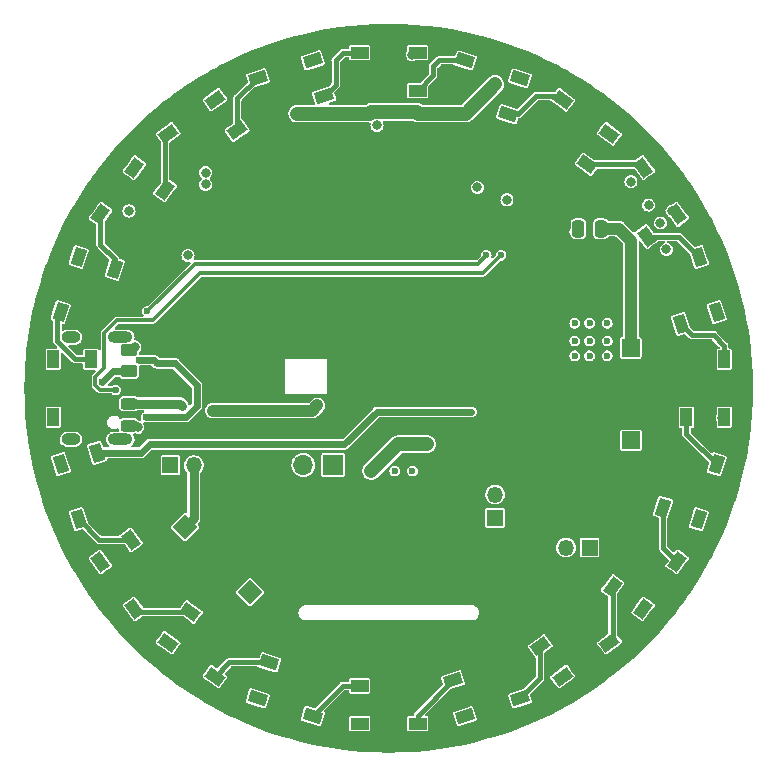
<source format=gbr>
%TF.GenerationSoftware,KiCad,Pcbnew,(6.0.7)*%
%TF.CreationDate,2023-03-05T02:27:35+08:00*%
%TF.ProjectId,CameraPosition,43616d65-7261-4506-9f73-6974696f6e2e,rev?*%
%TF.SameCoordinates,Original*%
%TF.FileFunction,Copper,L4,Bot*%
%TF.FilePolarity,Positive*%
%FSLAX46Y46*%
G04 Gerber Fmt 4.6, Leading zero omitted, Abs format (unit mm)*
G04 Created by KiCad (PCBNEW (6.0.7)) date 2023-03-05 02:27:35*
%MOMM*%
%LPD*%
G01*
G04 APERTURE LIST*
G04 Aperture macros list*
%AMRoundRect*
0 Rectangle with rounded corners*
0 $1 Rounding radius*
0 $2 $3 $4 $5 $6 $7 $8 $9 X,Y pos of 4 corners*
0 Add a 4 corners polygon primitive as box body*
4,1,4,$2,$3,$4,$5,$6,$7,$8,$9,$2,$3,0*
0 Add four circle primitives for the rounded corners*
1,1,$1+$1,$2,$3*
1,1,$1+$1,$4,$5*
1,1,$1+$1,$6,$7*
1,1,$1+$1,$8,$9*
0 Add four rect primitives between the rounded corners*
20,1,$1+$1,$2,$3,$4,$5,0*
20,1,$1+$1,$4,$5,$6,$7,0*
20,1,$1+$1,$6,$7,$8,$9,0*
20,1,$1+$1,$8,$9,$2,$3,0*%
%AMRotRect*
0 Rectangle, with rotation*
0 The origin of the aperture is its center*
0 $1 length*
0 $2 width*
0 $3 Rotation angle, in degrees counterclockwise*
0 Add horizontal line*
21,1,$1,$2,0,0,$3*%
G04 Aperture macros list end*
%TA.AperFunction,ComponentPad*%
%ADD10R,1.700000X1.700000*%
%TD*%
%TA.AperFunction,ComponentPad*%
%ADD11O,1.700000X1.700000*%
%TD*%
%TA.AperFunction,ComponentPad*%
%ADD12R,1.350000X1.350000*%
%TD*%
%TA.AperFunction,ComponentPad*%
%ADD13O,1.350000X1.350000*%
%TD*%
%TA.AperFunction,ComponentPad*%
%ADD14O,1.600000X1.000000*%
%TD*%
%TA.AperFunction,ComponentPad*%
%ADD15O,2.100000X1.000000*%
%TD*%
%TA.AperFunction,SMDPad,CuDef*%
%ADD16RotRect,1.500000X1.000000X342.000000*%
%TD*%
%TA.AperFunction,SMDPad,CuDef*%
%ADD17RotRect,1.500000X1.000000X36.000000*%
%TD*%
%TA.AperFunction,SMDPad,CuDef*%
%ADD18RotRect,1.500000X1.000000X324.000000*%
%TD*%
%TA.AperFunction,SMDPad,CuDef*%
%ADD19RotRect,1.500000X1.000000X144.000000*%
%TD*%
%TA.AperFunction,SMDPad,CuDef*%
%ADD20RotRect,1.500000X1.000000X18.000000*%
%TD*%
%TA.AperFunction,SMDPad,CuDef*%
%ADD21RoundRect,0.243750X0.456250X-0.243750X0.456250X0.243750X-0.456250X0.243750X-0.456250X-0.243750X0*%
%TD*%
%TA.AperFunction,SMDPad,CuDef*%
%ADD22R,1.000000X1.500000*%
%TD*%
%TA.AperFunction,SMDPad,CuDef*%
%ADD23RoundRect,0.250000X0.450000X-0.262500X0.450000X0.262500X-0.450000X0.262500X-0.450000X-0.262500X0*%
%TD*%
%TA.AperFunction,SMDPad,CuDef*%
%ADD24RotRect,1.500000X1.000000X108.000000*%
%TD*%
%TA.AperFunction,SMDPad,CuDef*%
%ADD25RotRect,1.500000X1.000000X72.000000*%
%TD*%
%TA.AperFunction,SMDPad,CuDef*%
%ADD26RotRect,1.500000X1.000000X126.000000*%
%TD*%
%TA.AperFunction,SMDPad,CuDef*%
%ADD27RotRect,1.500000X1.000000X288.000000*%
%TD*%
%TA.AperFunction,SMDPad,CuDef*%
%ADD28RoundRect,0.250000X-0.250000X-0.475000X0.250000X-0.475000X0.250000X0.475000X-0.250000X0.475000X0*%
%TD*%
%TA.AperFunction,SMDPad,CuDef*%
%ADD29R,1.500000X1.000000*%
%TD*%
%TA.AperFunction,SMDPad,CuDef*%
%ADD30RotRect,1.500000X1.000000X252.000000*%
%TD*%
%TA.AperFunction,SMDPad,CuDef*%
%ADD31RotRect,1.500000X1.500000X315.000000*%
%TD*%
%TA.AperFunction,SMDPad,CuDef*%
%ADD32RotRect,1.500000X1.000000X216.000000*%
%TD*%
%TA.AperFunction,SMDPad,CuDef*%
%ADD33RotRect,1.500000X1.000000X306.000000*%
%TD*%
%TA.AperFunction,SMDPad,CuDef*%
%ADD34RotRect,1.500000X1.000000X162.000000*%
%TD*%
%TA.AperFunction,SMDPad,CuDef*%
%ADD35RotRect,1.500000X1.000000X198.000000*%
%TD*%
%TA.AperFunction,SMDPad,CuDef*%
%ADD36R,1.500000X1.500000*%
%TD*%
%TA.AperFunction,SMDPad,CuDef*%
%ADD37RotRect,1.500000X1.000000X234.000000*%
%TD*%
%TA.AperFunction,SMDPad,CuDef*%
%ADD38RotRect,1.500000X1.000000X54.000000*%
%TD*%
%TA.AperFunction,ViaPad*%
%ADD39C,0.800000*%
%TD*%
%TA.AperFunction,ViaPad*%
%ADD40C,0.600000*%
%TD*%
%TA.AperFunction,ViaPad*%
%ADD41C,1.000000*%
%TD*%
%TA.AperFunction,Conductor*%
%ADD42C,0.600000*%
%TD*%
%TA.AperFunction,Conductor*%
%ADD43C,1.200000*%
%TD*%
%TA.AperFunction,Conductor*%
%ADD44C,0.800000*%
%TD*%
%TA.AperFunction,Conductor*%
%ADD45C,0.300000*%
%TD*%
%TA.AperFunction,Conductor*%
%ADD46C,0.400000*%
%TD*%
%TA.AperFunction,Conductor*%
%ADD47C,1.000000*%
%TD*%
G04 APERTURE END LIST*
D10*
%TO.P,BT1,1,+*%
%TO.N,/BAT*%
X44300000Y-55500000D03*
D11*
%TO.P,BT1,2,-*%
%TO.N,GND*%
X41760000Y-55500000D03*
%TD*%
D12*
%TO.P,TP3,1,1*%
%TO.N,Net-(Q3-Pad3)*%
X66000000Y-62500000D03*
D13*
%TO.P,TP3,2,2*%
%TO.N,+3V3*%
X64000000Y-62500000D03*
%TD*%
D12*
%TO.P,TP2,1,1*%
%TO.N,GND*%
X58000000Y-60000000D03*
D13*
%TO.P,TP2,2,2*%
%TO.N,Net-(TP2-Pad2)*%
X58000000Y-58000000D03*
%TD*%
D12*
%TO.P,TP1,1,1*%
%TO.N,GND*%
X30500000Y-55500000D03*
D13*
%TO.P,TP1,2,2*%
%TO.N,/D13*%
X32500000Y-55500000D03*
%TD*%
D14*
%TO.P,J1,S1,SHIELD*%
%TO.N,GND*%
X22090000Y-53320000D03*
D15*
X26270000Y-44680000D03*
D14*
X22090000Y-44680000D03*
D15*
X26270000Y-53320000D03*
%TD*%
D16*
%TO.P,D15,1,VDD*%
%TO.N,+5V*%
X54457139Y-24276284D03*
%TO.P,D15,2,DOUT*%
%TO.N,Net-(D15-Pad2)*%
X55445994Y-21232903D03*
%TO.P,D15,3,VSS*%
%TO.N,GND*%
X60106171Y-22747086D03*
%TO.P,D15,4,DIN*%
%TO.N,Net-(D14-Pad2)*%
X59117316Y-25790467D03*
%TD*%
D17*
%TO.P,D18,1,VDD*%
%TO.N,+5V*%
X32205720Y-30052845D03*
%TO.P,D18,2,DOUT*%
%TO.N,Net-(D18-Pad2)*%
X30324807Y-27463991D03*
%TO.P,D18,3,VSS*%
%TO.N,GND*%
X34288990Y-24583843D03*
%TO.P,D18,4,DIN*%
%TO.N,Net-(D17-Pad2)*%
X36169903Y-27172697D03*
%TD*%
D18*
%TO.P,D14,1,VDD*%
%TO.N,+5V*%
X61830096Y-27172697D03*
%TO.P,D14,2,DOUT*%
%TO.N,Net-(D14-Pad2)*%
X63711009Y-24583843D03*
%TO.P,D14,3,VSS*%
%TO.N,GND*%
X67675192Y-27463991D03*
%TO.P,D14,4,DIN*%
%TO.N,Net-(D13-Pad2)*%
X65794279Y-30052845D03*
%TD*%
D19*
%TO.P,D4,1,VDD*%
%TO.N,+5V*%
X36169903Y-70827302D03*
%TO.P,D4,2,DOUT*%
%TO.N,Net-(D4-Pad2)*%
X34288990Y-73416156D03*
%TO.P,D4,3,VSS*%
%TO.N,GND*%
X30324807Y-70536008D03*
%TO.P,D4,4,DIN*%
%TO.N,Net-(D3-Pad2)*%
X32205720Y-67947154D03*
%TD*%
D20*
%TO.P,D17,1,VDD*%
%TO.N,+5V*%
X38882683Y-25790467D03*
%TO.P,D17,2,DOUT*%
%TO.N,Net-(D17-Pad2)*%
X37893828Y-22747086D03*
%TO.P,D17,3,VSS*%
%TO.N,GND*%
X42554005Y-21232903D03*
%TO.P,D17,4,DIN*%
%TO.N,Net-(D16-Pad2)*%
X43542860Y-24276284D03*
%TD*%
D21*
%TO.P,D1,1,K*%
%TO.N,GND*%
X27000000Y-52187500D03*
%TO.P,D1,2,A*%
%TO.N,Net-(D1-Pad2)*%
X27000000Y-50312500D03*
%TD*%
D22*
%TO.P,D11,1,VDD*%
%TO.N,+5V*%
X74200000Y-46550000D03*
%TO.P,D11,2,DOUT*%
%TO.N,Net-(D11-Pad2)*%
X77400000Y-46550000D03*
%TO.P,D11,3,VSS*%
%TO.N,GND*%
X77400000Y-51450000D03*
%TO.P,D11,4,DIN*%
%TO.N,Net-(D10-Pad2)*%
X74200000Y-51450000D03*
%TD*%
D23*
%TO.P,R3,1*%
%TO.N,Net-(J1-PadA5)*%
X27000000Y-47575000D03*
%TO.P,R3,2*%
%TO.N,GND*%
X27000000Y-45750000D03*
%TD*%
D24*
%TO.P,D2,1,VDD*%
%TO.N,+5V*%
X25790467Y-59117316D03*
%TO.P,D2,2,DOUT*%
%TO.N,Net-(D2-Pad2)*%
X22747086Y-60106171D03*
%TO.P,D2,3,VSS*%
%TO.N,GND*%
X21232903Y-55445994D03*
%TO.P,D2,4,DIN*%
%TO.N,/LED_IN*%
X24276284Y-54457139D03*
%TD*%
D25*
%TO.P,D20,1,VDD*%
%TO.N,+5V*%
X24276284Y-43542860D03*
%TO.P,D20,2,DOUT*%
%TO.N,Net-(D20-Pad2)*%
X21232903Y-42554005D03*
%TO.P,D20,3,VSS*%
%TO.N,GND*%
X22747086Y-37893828D03*
%TO.P,D20,4,DIN*%
%TO.N,Net-(D19-Pad2)*%
X25790467Y-38882683D03*
%TD*%
D26*
%TO.P,D3,1,VDD*%
%TO.N,+5V*%
X30052845Y-65794279D03*
%TO.P,D3,2,DOUT*%
%TO.N,Net-(D3-Pad2)*%
X27463991Y-67675192D03*
%TO.P,D3,3,VSS*%
%TO.N,GND*%
X24583843Y-63711009D03*
%TO.P,D3,4,DIN*%
%TO.N,Net-(D2-Pad2)*%
X27172697Y-61830096D03*
%TD*%
D27*
%TO.P,D12,1,VDD*%
%TO.N,+5V*%
X72209532Y-38882683D03*
%TO.P,D12,2,DOUT*%
%TO.N,Net-(D12-Pad2)*%
X75252913Y-37893828D03*
%TO.P,D12,3,VSS*%
%TO.N,GND*%
X76767096Y-42554005D03*
%TO.P,D12,4,DIN*%
%TO.N,Net-(D11-Pad2)*%
X73723715Y-43542860D03*
%TD*%
D28*
%TO.P,C18,1*%
%TO.N,GND*%
X65050000Y-35500000D03*
%TO.P,C18,2*%
%TO.N,Net-(C18-Pad2)*%
X66950000Y-35500000D03*
%TD*%
D22*
%TO.P,D21,1,VDD*%
%TO.N,+5V*%
X23800000Y-51449999D03*
%TO.P,D21,2,DOUT*%
%TO.N,unconnected-(D21-Pad2)*%
X20600000Y-51449999D03*
%TO.P,D21,3,VSS*%
%TO.N,GND*%
X20600000Y-46549999D03*
%TO.P,D21,4,DIN*%
%TO.N,Net-(D20-Pad2)*%
X23800000Y-46549999D03*
%TD*%
D29*
%TO.P,D16,1,VDD*%
%TO.N,+5V*%
X46550000Y-23800000D03*
%TO.P,D16,2,DOUT*%
%TO.N,Net-(D16-Pad2)*%
X46550000Y-20600000D03*
%TO.P,D16,3,VSS*%
%TO.N,GND*%
X51450000Y-20600000D03*
%TO.P,D16,4,DIN*%
%TO.N,Net-(D15-Pad2)*%
X51450000Y-23800000D03*
%TD*%
%TO.P,D6,1,VDD*%
%TO.N,+5V*%
X51450000Y-74200000D03*
%TO.P,D6,2,DOUT*%
%TO.N,Net-(D6-Pad2)*%
X51450000Y-77400000D03*
%TO.P,D6,3,VSS*%
%TO.N,GND*%
X46550000Y-77400000D03*
%TO.P,D6,4,DIN*%
%TO.N,Net-(D5-Pad2)*%
X46550000Y-74200000D03*
%TD*%
D30*
%TO.P,D10,1,VDD*%
%TO.N,+5V*%
X73723715Y-54457139D03*
%TO.P,D10,2,DOUT*%
%TO.N,Net-(D10-Pad2)*%
X76767096Y-55445994D03*
%TO.P,D10,3,VSS*%
%TO.N,GND*%
X75252913Y-60106171D03*
%TO.P,D10,4,DIN*%
%TO.N,Net-(D10-Pad4)*%
X72209532Y-59117316D03*
%TD*%
D31*
%TO.P,SW1,1,1*%
%TO.N,/D13*%
X31742284Y-60742284D03*
%TO.P,SW1,2,2*%
%TO.N,GND*%
X37257716Y-66257716D03*
%TD*%
D32*
%TO.P,D8,1,VDD*%
%TO.N,+5V*%
X65794279Y-67947154D03*
%TO.P,D8,2,DOUT*%
%TO.N,Net-(D8-Pad2)*%
X67675192Y-70536008D03*
%TO.P,D8,3,VSS*%
%TO.N,GND*%
X63711009Y-73416156D03*
%TO.P,D8,4,DIN*%
%TO.N,Net-(D7-Pad2)*%
X61830096Y-70827302D03*
%TD*%
D33*
%TO.P,D13,1,VDD*%
%TO.N,+5V*%
X67947154Y-32205720D03*
%TO.P,D13,2,DOUT*%
%TO.N,Net-(D13-Pad2)*%
X70536008Y-30324807D03*
%TO.P,D13,3,VSS*%
%TO.N,GND*%
X73416156Y-34288990D03*
%TO.P,D13,4,DIN*%
%TO.N,Net-(D12-Pad2)*%
X70827302Y-36169903D03*
%TD*%
D34*
%TO.P,D5,1,VDD*%
%TO.N,+5V*%
X43542860Y-73723715D03*
%TO.P,D5,2,DOUT*%
%TO.N,Net-(D5-Pad2)*%
X42554005Y-76767096D03*
%TO.P,D5,3,VSS*%
%TO.N,GND*%
X37893828Y-75252913D03*
%TO.P,D5,4,DIN*%
%TO.N,Net-(D4-Pad2)*%
X38882683Y-72209532D03*
%TD*%
D35*
%TO.P,D7,1,VDD*%
%TO.N,+5V*%
X59117316Y-72209532D03*
%TO.P,D7,2,DOUT*%
%TO.N,Net-(D7-Pad2)*%
X60106171Y-75252913D03*
%TO.P,D7,3,VSS*%
%TO.N,GND*%
X55445994Y-76767096D03*
%TO.P,D7,4,DIN*%
%TO.N,Net-(D6-Pad2)*%
X54457139Y-73723715D03*
%TD*%
D36*
%TO.P,SW2,1,1*%
%TO.N,GND*%
X69500000Y-53400000D03*
%TO.P,SW2,2,2*%
%TO.N,Net-(C18-Pad2)*%
X69500000Y-45600000D03*
%TD*%
D37*
%TO.P,D9,1,VDD*%
%TO.N,+5V*%
X70827302Y-61830096D03*
%TO.P,D9,2,DOUT*%
%TO.N,Net-(D10-Pad4)*%
X73416156Y-63711009D03*
%TO.P,D9,3,VSS*%
%TO.N,GND*%
X70536008Y-67675192D03*
%TO.P,D9,4,DIN*%
%TO.N,Net-(D8-Pad2)*%
X67947154Y-65794279D03*
%TD*%
D38*
%TO.P,D19,1,VDD*%
%TO.N,+5V*%
X27172697Y-36169903D03*
%TO.P,D19,2,DOUT*%
%TO.N,Net-(D19-Pad2)*%
X24583843Y-34288990D03*
%TO.P,D19,3,VSS*%
%TO.N,GND*%
X27463991Y-30324807D03*
%TO.P,D19,4,DIN*%
%TO.N,Net-(D18-Pad2)*%
X30052845Y-32205720D03*
%TD*%
D39*
%TO.N,GND*%
X22750000Y-38000000D03*
D40*
X66000000Y-45000000D03*
D39*
X55500000Y-76750000D03*
X27500000Y-30250000D03*
X21250000Y-55500000D03*
D40*
X64750000Y-45000000D03*
D39*
X38000000Y-75250000D03*
X20500000Y-46500000D03*
X46500000Y-77500000D03*
D40*
X51000000Y-56000000D03*
X67500000Y-46250000D03*
X67500000Y-45000000D03*
D39*
X77250000Y-51500000D03*
X56500000Y-32000000D03*
D40*
X64750000Y-46250000D03*
D39*
X30250000Y-70500000D03*
X27750000Y-52299502D03*
X63750000Y-73500000D03*
X27500000Y-45500000D03*
X67750000Y-27500000D03*
D40*
X66000000Y-46250000D03*
D39*
X37250000Y-66250000D03*
X76750000Y-42500000D03*
X73000000Y-34000000D03*
X70500000Y-67750000D03*
D40*
X64750000Y-43500000D03*
D39*
X34250000Y-24500000D03*
X69500000Y-53500000D03*
D40*
X67500000Y-43500000D03*
X66000000Y-43500000D03*
D39*
X60000000Y-22750000D03*
D40*
X49500000Y-56000000D03*
D39*
X51000000Y-20750000D03*
X42500000Y-21250000D03*
X24500000Y-63750000D03*
X75250000Y-60250000D03*
D40*
X64750000Y-35750000D03*
%TO.N,VCC*%
X29366250Y-46883750D03*
X28450000Y-51450000D03*
X27816606Y-46608236D03*
D39*
%TO.N,+5V*%
X34250000Y-37750000D03*
X39500000Y-45000000D03*
X39045000Y-46955000D03*
X39500000Y-43000000D03*
X34000000Y-40000000D03*
%TO.N,+3V3*%
X69500000Y-31500000D03*
X59000000Y-33050000D03*
X72000000Y-35000000D03*
X72500000Y-37250000D03*
X47500000Y-56000000D03*
X52250000Y-53750000D03*
X48000000Y-26750000D03*
X71000000Y-33500000D03*
X33500000Y-30750000D03*
X32000000Y-37750000D03*
X33500000Y-31750000D03*
X27000000Y-34000000D03*
%TO.N,Net-(D1-Pad2)*%
X31500000Y-50500000D03*
D40*
%TO.N,Net-(J1-PadA5)*%
X24750000Y-48500000D03*
%TO.N,/D+*%
X57250000Y-37750000D03*
X28570000Y-42500000D03*
%TO.N,/D-*%
X25875000Y-49125000D03*
X58500000Y-37750000D03*
D39*
%TO.N,/BAT*%
X34095000Y-50905000D03*
X42956250Y-50456250D03*
D40*
%TO.N,/LED_IN*%
X56000000Y-51000000D03*
D41*
%TO.N,Net-(C7-Pad2)*%
X58000000Y-23250000D03*
X41250000Y-25750000D03*
D39*
%TO.N,Net-(C18-Pad2)*%
X68500000Y-35500000D03*
%TD*%
D42*
%TO.N,VCC*%
X32750000Y-48750000D02*
X32750000Y-50500000D01*
X29090736Y-46608236D02*
X29366250Y-46883750D01*
X32750000Y-50500000D02*
X31800000Y-51450000D01*
X30883750Y-46883750D02*
X32750000Y-48750000D01*
X29366250Y-46883750D02*
X30883750Y-46883750D01*
X27816606Y-46608236D02*
X29090736Y-46608236D01*
X31800000Y-51450000D02*
X28450000Y-51450000D01*
D43*
%TO.N,+3V3*%
X49750000Y-53750000D02*
X47500000Y-56000000D01*
X52250000Y-53750000D02*
X49750000Y-53750000D01*
D44*
%TO.N,Net-(D1-Pad2)*%
X31312500Y-50312500D02*
X27250000Y-50312500D01*
X31500000Y-50500000D02*
X31312500Y-50312500D01*
D42*
%TO.N,Net-(J1-PadA5)*%
X24750000Y-48500000D02*
X25675000Y-47575000D01*
X25675000Y-47575000D02*
X27000000Y-47575000D01*
D45*
%TO.N,/D+*%
X28570000Y-42500000D02*
X32620000Y-38450000D01*
X32620000Y-38450000D02*
X56550000Y-38450000D01*
X56550000Y-38450000D02*
X57250000Y-37750000D01*
%TO.N,/D-*%
X24150000Y-48748528D02*
X24150000Y-48049999D01*
X57000000Y-39250000D02*
X58500000Y-37750000D01*
X24150000Y-48049999D02*
X24920000Y-47279999D01*
X26000000Y-43250000D02*
X29000000Y-43250000D01*
X29000000Y-43250000D02*
X33000000Y-39250000D01*
X24920000Y-44330000D02*
X26000000Y-43250000D01*
X25875000Y-49125000D02*
X24526472Y-49125000D01*
X24920000Y-47279999D02*
X24920000Y-44330000D01*
X33000000Y-39250000D02*
X57000000Y-39250000D01*
X24526472Y-49125000D02*
X24150000Y-48748528D01*
D44*
%TO.N,/D13*%
X32500000Y-55500000D02*
X32500000Y-59984568D01*
X32500000Y-59984568D02*
X31742284Y-60742284D01*
D46*
%TO.N,Net-(D2-Pad2)*%
X24471011Y-61830096D02*
X22747086Y-60106171D01*
X27172697Y-61830096D02*
X24471011Y-61830096D01*
%TO.N,Net-(D3-Pad2)*%
X27735953Y-67947154D02*
X27463991Y-67675192D01*
X32205720Y-67947154D02*
X27735953Y-67947154D01*
%TO.N,Net-(D20-Pad2)*%
X20940000Y-45032082D02*
X20940000Y-42846908D01*
X22457917Y-46549999D02*
X20940000Y-45032082D01*
X23800000Y-46549999D02*
X22457917Y-46549999D01*
X20940000Y-42846908D02*
X21232903Y-42554005D01*
%TO.N,Net-(D4-Pad2)*%
X38882683Y-72209532D02*
X35495614Y-72209532D01*
X35495614Y-72209532D02*
X34288990Y-73416156D01*
%TO.N,Net-(D5-Pad2)*%
X45121101Y-74200000D02*
X42554005Y-76767096D01*
X46550000Y-74200000D02*
X45121101Y-74200000D01*
%TO.N,Net-(D6-Pad2)*%
X54457139Y-73723715D02*
X51450000Y-76730854D01*
X51450000Y-76730854D02*
X51450000Y-77400000D01*
%TO.N,Net-(D10-Pad4)*%
X72209532Y-59117316D02*
X72209532Y-62504385D01*
X72209532Y-62504385D02*
X73416156Y-63711009D01*
%TO.N,Net-(D10-Pad2)*%
X74200000Y-52878898D02*
X76767096Y-55445994D01*
X74200000Y-51450000D02*
X74200000Y-52878898D01*
%TO.N,Net-(D11-Pad2)*%
X74680855Y-44500000D02*
X76500000Y-44500000D01*
X76500000Y-44500000D02*
X77400000Y-45400000D01*
X77400000Y-45400000D02*
X77400000Y-46550000D01*
X73723715Y-43542860D02*
X74680855Y-44500000D01*
%TO.N,Net-(D12-Pad2)*%
X70827302Y-36169903D02*
X73528988Y-36169903D01*
X73528988Y-36169903D02*
X75252913Y-37893828D01*
%TO.N,Net-(D14-Pad2)*%
X63377166Y-24250000D02*
X63711009Y-24583843D01*
X61500000Y-24250000D02*
X63377166Y-24250000D01*
X59959533Y-25790467D02*
X61500000Y-24250000D01*
X59117316Y-25790467D02*
X59959533Y-25790467D01*
%TO.N,Net-(D15-Pad2)*%
X53267097Y-21232903D02*
X55445994Y-21232903D01*
X51450000Y-23800000D02*
X52750000Y-22500000D01*
X52750000Y-21750000D02*
X53267097Y-21232903D01*
X52750000Y-22500000D02*
X52750000Y-21750000D01*
%TO.N,Net-(D16-Pad2)*%
X44500000Y-23319144D02*
X44500000Y-21250000D01*
X43542860Y-24276284D02*
X44500000Y-23319144D01*
X45150000Y-20600000D02*
X46550000Y-20600000D01*
X44500000Y-21250000D02*
X45150000Y-20600000D01*
%TO.N,Net-(D17-Pad2)*%
X36169903Y-24471011D02*
X37893828Y-22747086D01*
X36169903Y-27172697D02*
X36169903Y-24471011D01*
%TO.N,Net-(D18-Pad2)*%
X30052845Y-32205720D02*
X30052845Y-27735953D01*
X30052845Y-27735953D02*
X30324807Y-27463991D01*
%TO.N,Net-(D19-Pad2)*%
X25790467Y-38882683D02*
X25790467Y-38040467D01*
X24583843Y-36833843D02*
X24583843Y-34288990D01*
X25790467Y-38040467D02*
X24583843Y-36833843D01*
%TO.N,Net-(D7-Pad2)*%
X61830096Y-73528988D02*
X60106171Y-75252913D01*
X61830096Y-70827302D02*
X61830096Y-73528988D01*
%TO.N,Net-(D8-Pad2)*%
X67947154Y-65794279D02*
X67947154Y-70264046D01*
X67947154Y-70264046D02*
X67675192Y-70536008D01*
%TO.N,Net-(D13-Pad2)*%
X70264046Y-30052845D02*
X70536008Y-30324807D01*
X65794279Y-30052845D02*
X70264046Y-30052845D01*
D47*
%TO.N,/BAT*%
X42507500Y-50905000D02*
X42956250Y-50456250D01*
X34095000Y-50905000D02*
X42507500Y-50905000D01*
D42*
%TO.N,/LED_IN*%
X28042861Y-54457139D02*
X24276284Y-54457139D01*
X28750000Y-53750000D02*
X28042861Y-54457139D01*
X56000000Y-51000000D02*
X48000000Y-51000000D01*
X45250000Y-53750000D02*
X28750000Y-53750000D01*
X48000000Y-51000000D02*
X45250000Y-53750000D01*
D43*
%TO.N,Net-(C7-Pad2)*%
X47523654Y-25600000D02*
X51350000Y-25600000D01*
X55500000Y-25750000D02*
X58000000Y-23250000D01*
X41250000Y-25750000D02*
X47373654Y-25750000D01*
X47373654Y-25750000D02*
X47523654Y-25600000D01*
X51500000Y-25750000D02*
X55500000Y-25750000D01*
X51350000Y-25600000D02*
X51500000Y-25750000D01*
D47*
%TO.N,Net-(C18-Pad2)*%
X68500000Y-35500000D02*
X66950000Y-35500000D01*
X69500000Y-45600000D02*
X69500000Y-36500000D01*
X69500000Y-36500000D02*
X68500000Y-35500000D01*
%TD*%
%TA.AperFunction,Conductor*%
%TO.N,+5V*%
G36*
X50074919Y-18169263D02*
G01*
X50078367Y-18169384D01*
X50142066Y-18172722D01*
X51150225Y-18225558D01*
X51153672Y-18225799D01*
X52222922Y-18319346D01*
X52226359Y-18319707D01*
X53291708Y-18450515D01*
X53295130Y-18450996D01*
X53720243Y-18518327D01*
X54355278Y-18618907D01*
X54358628Y-18619497D01*
X55407073Y-18823295D01*
X55412264Y-18824304D01*
X55415643Y-18825022D01*
X56461498Y-19066476D01*
X56464828Y-19067306D01*
X56924759Y-19190544D01*
X57501617Y-19345113D01*
X57504939Y-19346066D01*
X57581242Y-19369394D01*
X58531396Y-19659885D01*
X58534642Y-19660941D01*
X59375431Y-19950447D01*
X59549521Y-20010391D01*
X59552745Y-20011564D01*
X60554812Y-20396222D01*
X60558004Y-20397512D01*
X61546041Y-20816908D01*
X61549198Y-20818314D01*
X62521944Y-21271913D01*
X62525050Y-21273427D01*
X63481440Y-21760732D01*
X63484492Y-21762355D01*
X64081296Y-22093169D01*
X64423217Y-22282699D01*
X64426199Y-22284420D01*
X65045744Y-22656680D01*
X65346286Y-22837264D01*
X65349216Y-22839096D01*
X66249362Y-23423658D01*
X66252227Y-23425590D01*
X66561065Y-23641840D01*
X67131481Y-24041250D01*
X67134231Y-24043247D01*
X67608181Y-24400394D01*
X67991479Y-24689230D01*
X67994202Y-24691358D01*
X68828331Y-25366823D01*
X68830978Y-25369044D01*
X69641037Y-26073217D01*
X69643605Y-26075529D01*
X70428589Y-26807539D01*
X70431075Y-26809939D01*
X71190061Y-27568925D01*
X71192461Y-27571411D01*
X71924471Y-28356395D01*
X71926783Y-28358963D01*
X72630956Y-29169022D01*
X72633177Y-29171669D01*
X73308642Y-30005798D01*
X73310770Y-30008521D01*
X73370970Y-30088409D01*
X73956753Y-30865769D01*
X73958750Y-30868519D01*
X74245554Y-31278117D01*
X74574410Y-31747773D01*
X74576342Y-31750638D01*
X75160904Y-32650784D01*
X75162736Y-32653714D01*
X75689780Y-33530861D01*
X75715574Y-33573790D01*
X75717295Y-33576772D01*
X76034876Y-34149704D01*
X76237645Y-34515509D01*
X76239268Y-34518560D01*
X76726573Y-35474950D01*
X76728087Y-35478056D01*
X77181686Y-36450802D01*
X77183092Y-36453959D01*
X77602488Y-37441996D01*
X77603778Y-37445188D01*
X77979903Y-38425024D01*
X77988427Y-38447231D01*
X77989607Y-38450474D01*
X78334888Y-39453241D01*
X78339053Y-39465338D01*
X78340115Y-39468604D01*
X78468904Y-39889854D01*
X78653934Y-40495061D01*
X78654887Y-40498383D01*
X78932481Y-41534376D01*
X78932691Y-41535161D01*
X78933521Y-41538490D01*
X79051464Y-42049358D01*
X79174978Y-42584356D01*
X79175696Y-42587736D01*
X79368476Y-43579496D01*
X79380498Y-43641346D01*
X79381093Y-43644722D01*
X79472362Y-44220968D01*
X79549004Y-44704870D01*
X79549485Y-44708292D01*
X79680293Y-45773641D01*
X79680654Y-45777078D01*
X79774201Y-46846328D01*
X79774442Y-46849775D01*
X79830616Y-47921631D01*
X79830737Y-47925081D01*
X79848792Y-48959406D01*
X79849470Y-48998272D01*
X79849470Y-49001719D01*
X79833977Y-49889312D01*
X79830737Y-50074916D01*
X79830616Y-50078369D01*
X79774442Y-51150225D01*
X79774201Y-51153672D01*
X79680654Y-52222922D01*
X79680293Y-52226359D01*
X79549485Y-53291708D01*
X79549004Y-53295130D01*
X79512677Y-53524491D01*
X79385149Y-54329677D01*
X79381098Y-54355251D01*
X79380503Y-54358628D01*
X79226267Y-55152100D01*
X79175696Y-55412264D01*
X79174978Y-55415643D01*
X78933869Y-56460006D01*
X78933527Y-56461486D01*
X78932694Y-56464828D01*
X78859180Y-56739187D01*
X78654887Y-57501617D01*
X78653934Y-57504939D01*
X78650367Y-57516606D01*
X78354791Y-58483394D01*
X78340121Y-58531376D01*
X78339059Y-58534642D01*
X77991155Y-59545032D01*
X77989609Y-59549521D01*
X77988436Y-59552745D01*
X77626815Y-60494797D01*
X77603782Y-60554801D01*
X77602488Y-60558004D01*
X77183092Y-61546041D01*
X77181686Y-61549198D01*
X76728087Y-62521944D01*
X76726573Y-62525050D01*
X76239268Y-63481440D01*
X76237645Y-63484491D01*
X75874413Y-64139780D01*
X75717301Y-64423217D01*
X75715580Y-64426199D01*
X75514341Y-64761117D01*
X75162736Y-65346286D01*
X75160904Y-65349216D01*
X74576342Y-66249362D01*
X74574410Y-66252227D01*
X74457947Y-66418554D01*
X73958750Y-67131481D01*
X73956753Y-67134231D01*
X73611943Y-67591809D01*
X73310770Y-67991479D01*
X73308642Y-67994202D01*
X72633177Y-68828331D01*
X72630956Y-68830978D01*
X71926783Y-69641037D01*
X71924471Y-69643605D01*
X71192461Y-70428589D01*
X71190061Y-70431075D01*
X70431075Y-71190061D01*
X70428589Y-71192461D01*
X69643605Y-71924471D01*
X69641037Y-71926783D01*
X68830978Y-72630956D01*
X68828331Y-72633177D01*
X67994202Y-73308642D01*
X67991479Y-73310770D01*
X67755878Y-73488308D01*
X67134231Y-73956753D01*
X67131481Y-73958750D01*
X66921137Y-74106035D01*
X66252227Y-74574410D01*
X66249362Y-74576342D01*
X65349216Y-75160904D01*
X65346286Y-75162736D01*
X64559920Y-75635233D01*
X64426210Y-75715574D01*
X64423228Y-75717295D01*
X64051978Y-75923082D01*
X63484491Y-76237645D01*
X63481440Y-76239268D01*
X62525050Y-76726573D01*
X62521944Y-76728087D01*
X61549198Y-77181686D01*
X61546041Y-77183092D01*
X60558004Y-77602488D01*
X60554812Y-77603778D01*
X59552745Y-77988436D01*
X59549526Y-77989607D01*
X58534642Y-78339059D01*
X58531396Y-78340115D01*
X57926494Y-78525052D01*
X57504939Y-78653934D01*
X57501617Y-78654887D01*
X56924759Y-78809456D01*
X56464828Y-78932694D01*
X56461498Y-78933524D01*
X55415644Y-79174978D01*
X55412264Y-79175696D01*
X54358628Y-79380503D01*
X54355278Y-79381093D01*
X53764641Y-79474641D01*
X53295130Y-79549004D01*
X53291708Y-79549485D01*
X52226359Y-79680293D01*
X52222922Y-79680654D01*
X51153672Y-79774201D01*
X51150225Y-79774442D01*
X50142066Y-79827278D01*
X50078367Y-79830616D01*
X50074919Y-79830737D01*
X49001719Y-79849470D01*
X48998281Y-79849470D01*
X47925081Y-79830737D01*
X47921633Y-79830616D01*
X47857934Y-79827278D01*
X46849775Y-79774442D01*
X46846328Y-79774201D01*
X45777078Y-79680654D01*
X45773641Y-79680293D01*
X44708292Y-79549485D01*
X44704870Y-79549004D01*
X44235359Y-79474641D01*
X43644722Y-79381093D01*
X43641372Y-79380503D01*
X42587736Y-79175696D01*
X42584356Y-79174978D01*
X41538502Y-78933524D01*
X41535172Y-78932694D01*
X41075241Y-78809456D01*
X40498383Y-78654887D01*
X40495061Y-78653934D01*
X40073506Y-78525052D01*
X39468604Y-78340115D01*
X39465358Y-78339059D01*
X38450474Y-77989607D01*
X38447255Y-77988436D01*
X38255479Y-77914820D01*
X45649500Y-77914820D01*
X45658233Y-77958722D01*
X45691496Y-78008504D01*
X45741278Y-78041767D01*
X45750838Y-78043669D01*
X45750839Y-78043669D01*
X45780417Y-78049553D01*
X45780422Y-78049553D01*
X45785180Y-78050500D01*
X46457432Y-78050500D01*
X46470354Y-78051347D01*
X46493566Y-78054403D01*
X46493567Y-78054403D01*
X46500000Y-78055250D01*
X46506433Y-78054403D01*
X46506434Y-78054403D01*
X46529646Y-78051347D01*
X46542568Y-78050500D01*
X47314820Y-78050500D01*
X47319578Y-78049553D01*
X47319583Y-78049553D01*
X47349161Y-78043669D01*
X47349162Y-78043669D01*
X47358722Y-78041767D01*
X47408504Y-78008504D01*
X47441767Y-77958722D01*
X47450500Y-77914820D01*
X50549500Y-77914820D01*
X50558233Y-77958722D01*
X50591496Y-78008504D01*
X50641278Y-78041767D01*
X50650838Y-78043669D01*
X50650839Y-78043669D01*
X50680417Y-78049553D01*
X50680422Y-78049553D01*
X50685180Y-78050500D01*
X52214820Y-78050500D01*
X52219578Y-78049553D01*
X52219583Y-78049553D01*
X52249161Y-78043669D01*
X52249162Y-78043669D01*
X52258722Y-78041767D01*
X52308504Y-78008504D01*
X52341767Y-77958722D01*
X52350500Y-77914820D01*
X52350500Y-76885180D01*
X52341767Y-76841278D01*
X52308504Y-76791496D01*
X52258722Y-76758233D01*
X52249162Y-76756331D01*
X52249161Y-76756331D01*
X52219583Y-76750447D01*
X52219578Y-76750447D01*
X52214820Y-76749500D01*
X52166044Y-76749500D01*
X52107853Y-76730593D01*
X52071889Y-76681093D01*
X52071889Y-76619907D01*
X52096040Y-76580496D01*
X52165245Y-76511291D01*
X54425219Y-76511291D01*
X54430479Y-76555743D01*
X54748656Y-77534989D01*
X54770528Y-77574043D01*
X54817546Y-77611110D01*
X54826926Y-77613755D01*
X54826927Y-77613756D01*
X54851195Y-77620600D01*
X54875171Y-77627362D01*
X54884854Y-77626216D01*
X54884855Y-77626216D01*
X54914798Y-77622672D01*
X54919623Y-77622101D01*
X54945307Y-77613756D01*
X55412572Y-77461932D01*
X56374397Y-77149416D01*
X56378639Y-77147040D01*
X56378642Y-77147039D01*
X56404946Y-77132307D01*
X56413451Y-77127544D01*
X56450518Y-77080525D01*
X56466769Y-77022901D01*
X56461509Y-76978449D01*
X56143332Y-75999203D01*
X56121460Y-75960149D01*
X56074442Y-75923082D01*
X56065062Y-75920437D01*
X56065061Y-75920436D01*
X56033446Y-75911520D01*
X56016817Y-75906830D01*
X56007134Y-75907976D01*
X56007133Y-75907976D01*
X55985801Y-75910501D01*
X55972365Y-75912091D01*
X55967746Y-75913592D01*
X55967745Y-75913592D01*
X55824458Y-75960149D01*
X54517591Y-76384776D01*
X54513349Y-76387152D01*
X54513346Y-76387153D01*
X54495433Y-76397186D01*
X54478537Y-76406648D01*
X54441470Y-76453667D01*
X54438824Y-76463051D01*
X54438823Y-76463052D01*
X54435607Y-76474455D01*
X54425219Y-76511291D01*
X52165245Y-76511291D01*
X53679428Y-74997108D01*
X59085396Y-74997108D01*
X59090656Y-75041560D01*
X59408833Y-76020806D01*
X59430705Y-76059860D01*
X59477723Y-76096927D01*
X59487103Y-76099572D01*
X59487104Y-76099573D01*
X59511372Y-76106417D01*
X59535348Y-76113179D01*
X59545031Y-76112033D01*
X59545032Y-76112033D01*
X59574975Y-76108489D01*
X59579800Y-76107918D01*
X59605484Y-76099573D01*
X60053160Y-75954114D01*
X61034574Y-75635233D01*
X61038816Y-75632857D01*
X61038819Y-75632856D01*
X61065123Y-75618124D01*
X61073628Y-75613361D01*
X61110695Y-75566342D01*
X61126946Y-75508718D01*
X61121686Y-75464266D01*
X60961119Y-74970091D01*
X60961119Y-74908907D01*
X60985270Y-74869496D01*
X62044033Y-73810733D01*
X62060336Y-73797568D01*
X62062370Y-73796255D01*
X62062374Y-73796252D01*
X62069248Y-73791813D01*
X62089081Y-73766656D01*
X62092995Y-73762251D01*
X62092994Y-73762250D01*
X62095647Y-73759119D01*
X62098524Y-73756242D01*
X62109140Y-73741387D01*
X62111931Y-73737669D01*
X62136423Y-73706602D01*
X62136423Y-73706601D01*
X62141488Y-73700177D01*
X62144054Y-73692870D01*
X62144701Y-73691625D01*
X62149207Y-73685319D01*
X62162888Y-73639573D01*
X62164329Y-73635137D01*
X62178089Y-73595955D01*
X62178090Y-73595952D01*
X62180151Y-73590082D01*
X62180596Y-73584944D01*
X62180596Y-73582806D01*
X62180670Y-73581087D01*
X62180785Y-73579726D01*
X62182640Y-73573524D01*
X62181965Y-73556331D01*
X62180672Y-73523434D01*
X62180596Y-73519547D01*
X62180596Y-73428482D01*
X62658795Y-73428482D01*
X62661146Y-73488308D01*
X62665228Y-73497162D01*
X62665228Y-73497163D01*
X62676448Y-73521500D01*
X62679886Y-73528958D01*
X62922749Y-73863231D01*
X63083266Y-74084163D01*
X63285093Y-74361955D01*
X63288662Y-74365254D01*
X63310805Y-74385723D01*
X63310807Y-74385724D01*
X63317963Y-74392339D01*
X63327107Y-74395713D01*
X63327108Y-74395713D01*
X63364988Y-74409688D01*
X63364989Y-74409688D01*
X63374134Y-74413062D01*
X63406184Y-74411803D01*
X63424218Y-74411094D01*
X63424219Y-74411094D01*
X63433960Y-74410711D01*
X63443631Y-74406253D01*
X63461732Y-74397908D01*
X63474611Y-74391971D01*
X64055631Y-73969836D01*
X64708187Y-73495727D01*
X64708190Y-73495725D01*
X64712116Y-73492872D01*
X64726239Y-73477594D01*
X64735884Y-73467160D01*
X64735885Y-73467158D01*
X64742500Y-73460002D01*
X64745873Y-73450860D01*
X64745874Y-73450858D01*
X64759849Y-73412976D01*
X64759849Y-73412975D01*
X64763223Y-73403830D01*
X64760872Y-73344004D01*
X64742132Y-73303354D01*
X64461261Y-72916768D01*
X64139780Y-72474286D01*
X64139778Y-72474283D01*
X64136925Y-72470357D01*
X64131090Y-72464963D01*
X64111213Y-72446589D01*
X64111211Y-72446588D01*
X64104055Y-72439973D01*
X64094910Y-72436599D01*
X64057030Y-72422624D01*
X64057029Y-72422624D01*
X64047884Y-72419250D01*
X64015834Y-72420509D01*
X63997800Y-72421218D01*
X63997799Y-72421218D01*
X63988058Y-72421601D01*
X63947407Y-72440341D01*
X63589631Y-72700280D01*
X62713831Y-73336585D01*
X62713828Y-73336587D01*
X62709902Y-73339440D01*
X62706603Y-73343009D01*
X62686134Y-73365152D01*
X62686133Y-73365154D01*
X62679518Y-73372310D01*
X62676145Y-73381452D01*
X62676144Y-73381454D01*
X62664515Y-73412976D01*
X62658795Y-73428482D01*
X62180596Y-73428482D01*
X62180596Y-71427155D01*
X62199503Y-71368964D01*
X62221405Y-71347062D01*
X62827274Y-70906873D01*
X62827277Y-70906871D01*
X62831203Y-70904018D01*
X62844427Y-70889712D01*
X62854971Y-70878306D01*
X62854972Y-70878304D01*
X62861587Y-70871148D01*
X62864960Y-70862006D01*
X62864961Y-70862004D01*
X62878936Y-70824122D01*
X62878936Y-70824121D01*
X62882310Y-70814976D01*
X62879959Y-70755150D01*
X62861219Y-70714500D01*
X62740492Y-70548334D01*
X66622978Y-70548334D01*
X66625329Y-70608160D01*
X66644069Y-70648810D01*
X66855706Y-70940104D01*
X67223452Y-71446263D01*
X67249276Y-71481807D01*
X67252845Y-71485106D01*
X67274988Y-71505575D01*
X67274990Y-71505576D01*
X67282146Y-71512191D01*
X67291290Y-71515565D01*
X67291291Y-71515565D01*
X67329171Y-71529540D01*
X67329172Y-71529540D01*
X67338317Y-71532914D01*
X67370367Y-71531655D01*
X67388401Y-71530946D01*
X67388402Y-71530946D01*
X67398143Y-71530563D01*
X67438794Y-71511823D01*
X68281649Y-70899454D01*
X68672370Y-70615579D01*
X68672373Y-70615577D01*
X68676299Y-70612724D01*
X68689523Y-70598418D01*
X68700067Y-70587012D01*
X68700068Y-70587010D01*
X68706683Y-70579854D01*
X68710056Y-70570712D01*
X68710057Y-70570710D01*
X68724032Y-70532828D01*
X68724032Y-70532827D01*
X68727406Y-70523682D01*
X68725055Y-70463856D01*
X68706315Y-70423206D01*
X68316561Y-69886755D01*
X68297654Y-69828564D01*
X68297654Y-68012067D01*
X69539102Y-68012067D01*
X69542476Y-68021212D01*
X69542476Y-68021213D01*
X69555138Y-68055534D01*
X69559825Y-68068238D01*
X69566440Y-68075394D01*
X69566441Y-68075396D01*
X69584815Y-68095273D01*
X69590209Y-68101108D01*
X69594135Y-68103961D01*
X69594138Y-68103963D01*
X69886755Y-68316561D01*
X70423206Y-68706315D01*
X70427625Y-68708352D01*
X70427628Y-68708354D01*
X70455001Y-68720973D01*
X70455002Y-68720973D01*
X70463856Y-68725055D01*
X70473597Y-68725438D01*
X70473598Y-68725438D01*
X70491632Y-68726147D01*
X70523682Y-68727406D01*
X70532828Y-68724032D01*
X70570710Y-68710057D01*
X70570712Y-68710056D01*
X70579854Y-68706683D01*
X70587010Y-68700068D01*
X70587012Y-68700067D01*
X70609155Y-68679598D01*
X70612724Y-68676299D01*
X70630062Y-68652436D01*
X71313861Y-67711266D01*
X71511823Y-67438794D01*
X71530563Y-67398143D01*
X71532914Y-67338317D01*
X71523472Y-67312722D01*
X71515565Y-67291291D01*
X71515565Y-67291290D01*
X71512191Y-67282146D01*
X71505576Y-67274990D01*
X71505575Y-67274988D01*
X71485106Y-67252845D01*
X71481807Y-67249276D01*
X71477881Y-67246423D01*
X71477878Y-67246421D01*
X71018123Y-66912390D01*
X70648810Y-66644069D01*
X70644391Y-66642032D01*
X70644388Y-66642030D01*
X70617015Y-66629411D01*
X70617014Y-66629411D01*
X70608160Y-66625329D01*
X70598419Y-66624946D01*
X70598418Y-66624946D01*
X70580384Y-66624237D01*
X70548334Y-66622978D01*
X70539189Y-66626352D01*
X70539188Y-66626352D01*
X70501306Y-66640327D01*
X70501304Y-66640328D01*
X70492162Y-66643701D01*
X70485006Y-66650316D01*
X70485004Y-66650317D01*
X70482421Y-66652705D01*
X70459292Y-66674085D01*
X70456439Y-66678011D01*
X70456437Y-66678014D01*
X69968575Y-67349500D01*
X69560193Y-67911590D01*
X69541453Y-67952241D01*
X69539102Y-68012067D01*
X68297654Y-68012067D01*
X68297654Y-66450722D01*
X68316561Y-66392531D01*
X68920109Y-65561817D01*
X68922969Y-65557881D01*
X68941709Y-65517230D01*
X68944060Y-65457404D01*
X68923337Y-65401233D01*
X68916722Y-65394077D01*
X68916721Y-65394075D01*
X68896252Y-65371932D01*
X68892953Y-65368363D01*
X68889027Y-65365510D01*
X68889024Y-65365508D01*
X68106677Y-64797101D01*
X68059956Y-64763156D01*
X68055537Y-64761119D01*
X68055534Y-64761117D01*
X68028161Y-64748498D01*
X68028160Y-64748498D01*
X68019306Y-64744416D01*
X68009565Y-64744033D01*
X68009564Y-64744033D01*
X67991530Y-64743324D01*
X67959480Y-64742065D01*
X67950335Y-64745439D01*
X67950334Y-64745439D01*
X67912452Y-64759414D01*
X67912450Y-64759415D01*
X67903308Y-64762788D01*
X67896152Y-64769403D01*
X67896150Y-64769404D01*
X67876273Y-64787778D01*
X67870438Y-64793172D01*
X67867585Y-64797098D01*
X67867583Y-64797101D01*
X67369756Y-65482302D01*
X66971339Y-66030677D01*
X66952599Y-66071328D01*
X66950248Y-66131154D01*
X66970971Y-66187325D01*
X66977586Y-66194481D01*
X66977587Y-66194483D01*
X66981757Y-66198994D01*
X67001355Y-66220195D01*
X67005281Y-66223048D01*
X67005284Y-66223050D01*
X67555845Y-66623056D01*
X67591809Y-66672556D01*
X67596654Y-66703149D01*
X67596654Y-69738563D01*
X67577747Y-69796754D01*
X67555845Y-69818656D01*
X66678014Y-70456437D01*
X66678011Y-70456439D01*
X66674085Y-70459292D01*
X66670786Y-70462861D01*
X66650317Y-70485004D01*
X66650316Y-70485006D01*
X66643701Y-70492162D01*
X66640328Y-70501304D01*
X66640327Y-70501306D01*
X66628698Y-70532828D01*
X66622978Y-70548334D01*
X62740492Y-70548334D01*
X62256012Y-69881503D01*
X62233542Y-69860732D01*
X62230300Y-69857735D01*
X62230298Y-69857734D01*
X62223142Y-69851119D01*
X62212178Y-69847074D01*
X62176117Y-69833770D01*
X62176116Y-69833770D01*
X62166971Y-69830396D01*
X62134921Y-69831655D01*
X62116887Y-69832364D01*
X62116886Y-69832364D01*
X62107145Y-69832747D01*
X62066494Y-69851487D01*
X62019773Y-69885432D01*
X60832918Y-70747731D01*
X60832915Y-70747733D01*
X60828989Y-70750586D01*
X60825690Y-70754155D01*
X60805221Y-70776298D01*
X60805220Y-70776300D01*
X60798605Y-70783456D01*
X60795232Y-70792598D01*
X60795231Y-70792600D01*
X60783602Y-70824122D01*
X60777882Y-70839628D01*
X60780233Y-70899454D01*
X60798973Y-70940104D01*
X60801833Y-70944040D01*
X61214351Y-71511823D01*
X61404180Y-71773101D01*
X61435396Y-71801956D01*
X61437050Y-71803485D01*
X61436869Y-71803681D01*
X61472060Y-71844882D01*
X61479596Y-71882769D01*
X61479596Y-73342798D01*
X61460689Y-73400989D01*
X61450600Y-73412802D01*
X60401899Y-74461503D01*
X60362489Y-74485654D01*
X59177768Y-74870593D01*
X59173526Y-74872969D01*
X59173523Y-74872970D01*
X59155610Y-74883003D01*
X59138714Y-74892465D01*
X59101647Y-74939484D01*
X59085396Y-74997108D01*
X53679428Y-74997108D01*
X54161411Y-74515125D01*
X54200821Y-74490974D01*
X55385542Y-74106035D01*
X55389784Y-74103659D01*
X55389787Y-74103658D01*
X55416091Y-74088926D01*
X55424596Y-74084163D01*
X55461663Y-74037144D01*
X55477914Y-73979520D01*
X55472654Y-73935068D01*
X55154477Y-72955822D01*
X55132605Y-72916768D01*
X55085587Y-72879701D01*
X55076207Y-72877056D01*
X55076206Y-72877055D01*
X55038670Y-72866469D01*
X55027962Y-72863449D01*
X55018279Y-72864595D01*
X55018278Y-72864595D01*
X55002445Y-72866469D01*
X54983510Y-72868710D01*
X54978891Y-72870211D01*
X54978890Y-72870211D01*
X54835603Y-72916768D01*
X53528736Y-73341395D01*
X53524494Y-73343771D01*
X53524491Y-73343772D01*
X53524077Y-73344004D01*
X53489682Y-73363267D01*
X53483648Y-73370921D01*
X53483647Y-73370922D01*
X53465384Y-73394089D01*
X53452615Y-73410286D01*
X53436364Y-73467910D01*
X53437510Y-73477594D01*
X53439826Y-73497163D01*
X53441624Y-73512362D01*
X53602191Y-74006537D01*
X53602191Y-74067721D01*
X53578040Y-74107132D01*
X51236063Y-76449109D01*
X51219760Y-76462274D01*
X51217726Y-76463587D01*
X51217722Y-76463590D01*
X51210848Y-76468029D01*
X51191015Y-76493186D01*
X51187101Y-76497591D01*
X51187102Y-76497592D01*
X51184449Y-76500723D01*
X51181572Y-76503600D01*
X51170956Y-76518455D01*
X51168170Y-76522166D01*
X51138608Y-76559665D01*
X51136042Y-76566972D01*
X51135395Y-76568217D01*
X51130889Y-76574523D01*
X51128545Y-76582362D01*
X51117208Y-76620269D01*
X51115767Y-76624705D01*
X51102008Y-76663884D01*
X51102007Y-76663888D01*
X51099945Y-76669760D01*
X51099704Y-76672540D01*
X51069676Y-76724242D01*
X51013716Y-76748984D01*
X51003622Y-76749500D01*
X50685180Y-76749500D01*
X50680422Y-76750447D01*
X50680417Y-76750447D01*
X50650839Y-76756331D01*
X50650838Y-76756331D01*
X50641278Y-76758233D01*
X50591496Y-76791496D01*
X50558233Y-76841278D01*
X50549500Y-76885180D01*
X50549500Y-77914820D01*
X47450500Y-77914820D01*
X47450500Y-76885180D01*
X47441767Y-76841278D01*
X47408504Y-76791496D01*
X47358722Y-76758233D01*
X47349162Y-76756331D01*
X47349161Y-76756331D01*
X47319583Y-76750447D01*
X47319578Y-76750447D01*
X47314820Y-76749500D01*
X45785180Y-76749500D01*
X45780422Y-76750447D01*
X45780417Y-76750447D01*
X45750839Y-76756331D01*
X45750838Y-76756331D01*
X45741278Y-76758233D01*
X45691496Y-76791496D01*
X45658233Y-76841278D01*
X45649500Y-76885180D01*
X45649500Y-77914820D01*
X38255479Y-77914820D01*
X37445188Y-77603778D01*
X37441996Y-77602488D01*
X36453959Y-77183092D01*
X36450802Y-77181686D01*
X36110287Y-77022901D01*
X41533230Y-77022901D01*
X41549481Y-77080525D01*
X41586548Y-77127544D01*
X41595053Y-77132307D01*
X41621357Y-77147039D01*
X41621360Y-77147040D01*
X41625602Y-77149416D01*
X42587427Y-77461932D01*
X43054693Y-77613756D01*
X43080376Y-77622101D01*
X43085201Y-77622672D01*
X43115144Y-77626216D01*
X43115145Y-77626216D01*
X43124828Y-77627362D01*
X43148804Y-77620600D01*
X43173072Y-77613756D01*
X43173073Y-77613755D01*
X43182453Y-77611110D01*
X43229471Y-77574043D01*
X43251343Y-77534989D01*
X43569520Y-76555743D01*
X43574780Y-76511291D01*
X43564392Y-76474455D01*
X43561176Y-76463052D01*
X43561175Y-76463051D01*
X43558529Y-76453667D01*
X43526851Y-76413484D01*
X43505673Y-76356080D01*
X43522281Y-76297192D01*
X43534589Y-76282194D01*
X45237286Y-74579496D01*
X45291803Y-74551719D01*
X45307290Y-74550500D01*
X45550500Y-74550500D01*
X45608691Y-74569407D01*
X45644655Y-74618907D01*
X45649500Y-74649500D01*
X45649500Y-74714820D01*
X45658233Y-74758722D01*
X45691496Y-74808504D01*
X45741278Y-74841767D01*
X45750838Y-74843669D01*
X45750839Y-74843669D01*
X45780417Y-74849553D01*
X45780422Y-74849553D01*
X45785180Y-74850500D01*
X47314820Y-74850500D01*
X47319578Y-74849553D01*
X47319583Y-74849553D01*
X47349161Y-74843669D01*
X47349162Y-74843669D01*
X47358722Y-74841767D01*
X47408504Y-74808504D01*
X47441767Y-74758722D01*
X47450500Y-74714820D01*
X47450500Y-73685180D01*
X47448969Y-73677480D01*
X47443669Y-73650839D01*
X47443669Y-73650838D01*
X47441767Y-73641278D01*
X47408504Y-73591496D01*
X47358722Y-73558233D01*
X47349162Y-73556331D01*
X47349161Y-73556331D01*
X47319583Y-73550447D01*
X47319578Y-73550447D01*
X47314820Y-73549500D01*
X45785180Y-73549500D01*
X45780422Y-73550447D01*
X45780417Y-73550447D01*
X45750839Y-73556331D01*
X45750838Y-73556331D01*
X45741278Y-73558233D01*
X45691496Y-73591496D01*
X45658233Y-73641278D01*
X45656331Y-73650838D01*
X45656331Y-73650839D01*
X45651032Y-73677480D01*
X45649500Y-73685180D01*
X45649500Y-73750500D01*
X45630593Y-73808691D01*
X45581093Y-73844655D01*
X45550500Y-73849500D01*
X45169049Y-73849500D01*
X45148213Y-73847282D01*
X45146931Y-73847006D01*
X45137840Y-73845049D01*
X45106030Y-73848814D01*
X45100138Y-73849161D01*
X45100138Y-73849164D01*
X45096071Y-73849500D01*
X45091986Y-73849500D01*
X45087960Y-73850170D01*
X45087949Y-73850171D01*
X45073982Y-73852496D01*
X45069375Y-73853152D01*
X45046412Y-73855870D01*
X45030089Y-73857802D01*
X45030088Y-73857802D01*
X45021963Y-73858764D01*
X45014979Y-73862118D01*
X45013647Y-73862539D01*
X45005998Y-73863812D01*
X44963941Y-73886505D01*
X44959818Y-73888605D01*
X44922384Y-73906580D01*
X44922380Y-73906582D01*
X44916775Y-73909274D01*
X44912827Y-73912592D01*
X44911319Y-73914100D01*
X44910030Y-73915282D01*
X44909004Y-73916148D01*
X44903307Y-73919222D01*
X44897756Y-73925227D01*
X44897751Y-73925231D01*
X44869292Y-73956018D01*
X44866598Y-73958821D01*
X42739021Y-76086398D01*
X42684504Y-76114175D01*
X42638426Y-76110549D01*
X42061461Y-75923082D01*
X42032254Y-75913592D01*
X42032253Y-75913592D01*
X42027634Y-75912091D01*
X42014198Y-75910501D01*
X41992866Y-75907976D01*
X41992865Y-75907976D01*
X41983182Y-75906830D01*
X41966553Y-75911520D01*
X41934938Y-75920436D01*
X41934937Y-75920437D01*
X41925557Y-75923082D01*
X41878539Y-75960149D01*
X41856667Y-75999203D01*
X41538490Y-76978449D01*
X41533230Y-77022901D01*
X36110287Y-77022901D01*
X35478056Y-76728087D01*
X35474950Y-76726573D01*
X34518560Y-76239268D01*
X34515509Y-76237645D01*
X33948022Y-75923082D01*
X33576772Y-75717295D01*
X33573790Y-75715574D01*
X33440081Y-75635233D01*
X33229525Y-75508718D01*
X36873053Y-75508718D01*
X36889304Y-75566342D01*
X36926371Y-75613361D01*
X36934876Y-75618124D01*
X36961180Y-75632856D01*
X36961183Y-75632857D01*
X36965425Y-75635233D01*
X37946839Y-75954114D01*
X38394516Y-76099573D01*
X38420199Y-76107918D01*
X38425024Y-76108489D01*
X38454967Y-76112033D01*
X38454968Y-76112033D01*
X38464651Y-76113179D01*
X38488627Y-76106417D01*
X38512895Y-76099573D01*
X38512896Y-76099572D01*
X38522276Y-76096927D01*
X38569294Y-76059860D01*
X38591166Y-76020806D01*
X38909343Y-75041560D01*
X38914603Y-74997108D01*
X38898352Y-74939484D01*
X38861285Y-74892465D01*
X38844389Y-74883003D01*
X38826476Y-74872970D01*
X38826473Y-74872969D01*
X38822231Y-74870593D01*
X37515364Y-74445966D01*
X37372077Y-74399409D01*
X37372076Y-74399409D01*
X37367457Y-74397908D01*
X37348911Y-74395713D01*
X37332689Y-74393793D01*
X37332688Y-74393793D01*
X37323005Y-74392647D01*
X37312134Y-74395713D01*
X37274761Y-74406253D01*
X37274760Y-74406254D01*
X37265380Y-74408899D01*
X37218362Y-74445966D01*
X37196490Y-74485020D01*
X36878313Y-75464266D01*
X36873053Y-75508718D01*
X33229525Y-75508718D01*
X32653714Y-75162736D01*
X32650784Y-75160904D01*
X31750638Y-74576342D01*
X31747773Y-74574410D01*
X31078863Y-74106035D01*
X30868519Y-73958750D01*
X30865769Y-73956753D01*
X30244122Y-73488308D01*
X30132016Y-73403830D01*
X33236776Y-73403830D01*
X33240150Y-73412975D01*
X33240150Y-73412976D01*
X33254125Y-73450858D01*
X33254126Y-73450860D01*
X33257499Y-73460002D01*
X33264114Y-73467158D01*
X33264115Y-73467160D01*
X33273760Y-73477594D01*
X33287883Y-73492872D01*
X33291809Y-73495725D01*
X33291812Y-73495727D01*
X33944368Y-73969836D01*
X34525388Y-74391971D01*
X34538267Y-74397908D01*
X34556369Y-74406253D01*
X34566039Y-74410711D01*
X34575780Y-74411094D01*
X34575781Y-74411094D01*
X34593815Y-74411803D01*
X34625865Y-74413062D01*
X34635010Y-74409688D01*
X34635011Y-74409688D01*
X34672891Y-74395713D01*
X34672892Y-74395713D01*
X34682036Y-74392339D01*
X34689192Y-74385724D01*
X34689194Y-74385723D01*
X34711337Y-74365254D01*
X34714906Y-74361955D01*
X34916734Y-74084163D01*
X35077250Y-73863231D01*
X35320113Y-73528958D01*
X35323552Y-73521500D01*
X35334771Y-73497163D01*
X35334771Y-73497162D01*
X35338853Y-73488308D01*
X35341204Y-73428482D01*
X35335484Y-73412976D01*
X35323855Y-73381454D01*
X35323854Y-73381452D01*
X35320481Y-73372310D01*
X35313866Y-73365154D01*
X35313865Y-73365152D01*
X35293396Y-73343009D01*
X35290097Y-73339440D01*
X35286171Y-73336587D01*
X35286168Y-73336585D01*
X35135569Y-73227169D01*
X35099605Y-73177669D01*
X35099605Y-73116483D01*
X35123756Y-73077072D01*
X35611800Y-72589028D01*
X35666317Y-72561251D01*
X35681804Y-72560032D01*
X37871629Y-72560032D01*
X37920002Y-72572655D01*
X37954280Y-72591852D01*
X38935694Y-72910733D01*
X39383371Y-73056192D01*
X39409054Y-73064537D01*
X39413879Y-73065108D01*
X39443822Y-73068652D01*
X39443823Y-73068652D01*
X39453506Y-73069798D01*
X39477482Y-73063036D01*
X39501750Y-73056192D01*
X39501751Y-73056191D01*
X39511131Y-73053546D01*
X39558149Y-73016479D01*
X39580021Y-72977425D01*
X39898198Y-71998179D01*
X39903458Y-71953727D01*
X39895207Y-71924471D01*
X39889854Y-71905488D01*
X39889853Y-71905487D01*
X39887207Y-71896103D01*
X39876696Y-71882769D01*
X39856175Y-71856739D01*
X39856174Y-71856738D01*
X39850140Y-71849084D01*
X39833244Y-71839622D01*
X39815331Y-71829589D01*
X39815328Y-71829588D01*
X39811086Y-71827212D01*
X38504219Y-71402585D01*
X38360932Y-71356028D01*
X38360931Y-71356028D01*
X38356312Y-71354527D01*
X38342876Y-71352937D01*
X38321544Y-71350412D01*
X38321543Y-71350412D01*
X38311860Y-71349266D01*
X38295231Y-71353956D01*
X38263616Y-71362872D01*
X38263615Y-71362873D01*
X38254235Y-71365518D01*
X38207217Y-71402585D01*
X38185345Y-71441639D01*
X38077647Y-71773101D01*
X38071953Y-71790625D01*
X38035989Y-71840125D01*
X37977798Y-71859032D01*
X35543562Y-71859032D01*
X35522726Y-71856814D01*
X35521444Y-71856538D01*
X35512353Y-71854581D01*
X35480543Y-71858346D01*
X35474651Y-71858693D01*
X35474651Y-71858696D01*
X35470584Y-71859032D01*
X35466499Y-71859032D01*
X35462473Y-71859702D01*
X35462462Y-71859703D01*
X35448495Y-71862028D01*
X35443883Y-71862685D01*
X35396475Y-71868296D01*
X35389492Y-71871649D01*
X35388158Y-71872071D01*
X35380511Y-71873344D01*
X35373310Y-71877230D01*
X35373309Y-71877230D01*
X35338475Y-71896026D01*
X35334317Y-71898144D01*
X35296902Y-71916110D01*
X35296901Y-71916111D01*
X35291288Y-71918806D01*
X35287340Y-71922124D01*
X35285830Y-71923634D01*
X35284543Y-71924814D01*
X35283517Y-71925680D01*
X35277820Y-71928754D01*
X35272269Y-71934759D01*
X35272264Y-71934763D01*
X35243805Y-71965550D01*
X35241111Y-71968353D01*
X34527390Y-72682074D01*
X34472873Y-72709851D01*
X34412441Y-72700280D01*
X34399195Y-72692163D01*
X34261129Y-72591852D01*
X34052592Y-72440341D01*
X34011941Y-72421601D01*
X34002200Y-72421218D01*
X34002199Y-72421218D01*
X33984165Y-72420509D01*
X33952115Y-72419250D01*
X33942970Y-72422624D01*
X33942969Y-72422624D01*
X33905089Y-72436599D01*
X33895944Y-72439973D01*
X33888788Y-72446588D01*
X33888786Y-72446589D01*
X33868909Y-72464963D01*
X33863074Y-72470357D01*
X33860221Y-72474283D01*
X33860219Y-72474286D01*
X33538738Y-72916768D01*
X33257867Y-73303354D01*
X33239127Y-73344004D01*
X33236776Y-73403830D01*
X30132016Y-73403830D01*
X30008521Y-73310770D01*
X30005798Y-73308642D01*
X29171669Y-72633177D01*
X29169022Y-72630956D01*
X28358963Y-71926783D01*
X28356395Y-71924471D01*
X27571411Y-71192461D01*
X27568925Y-71190061D01*
X26902546Y-70523682D01*
X29272593Y-70523682D01*
X29275967Y-70532827D01*
X29275967Y-70532828D01*
X29289942Y-70570710D01*
X29289943Y-70570712D01*
X29293316Y-70579854D01*
X29299931Y-70587010D01*
X29299932Y-70587012D01*
X29310476Y-70598418D01*
X29323700Y-70612724D01*
X29327626Y-70615577D01*
X29327629Y-70615579D01*
X29718350Y-70899454D01*
X30561205Y-71511823D01*
X30601856Y-71530563D01*
X30611597Y-71530946D01*
X30611598Y-71530946D01*
X30629632Y-71531655D01*
X30661682Y-71532914D01*
X30670827Y-71529540D01*
X30670828Y-71529540D01*
X30708708Y-71515565D01*
X30708709Y-71515565D01*
X30717853Y-71512191D01*
X30725009Y-71505576D01*
X30725011Y-71505575D01*
X30747154Y-71485106D01*
X30750723Y-71481807D01*
X30776548Y-71446263D01*
X31144293Y-70940104D01*
X31355930Y-70648810D01*
X31374670Y-70608160D01*
X31377021Y-70548334D01*
X31371301Y-70532828D01*
X31359672Y-70501306D01*
X31359671Y-70501304D01*
X31356298Y-70492162D01*
X31349683Y-70485006D01*
X31349682Y-70485004D01*
X31329213Y-70462861D01*
X31325914Y-70459292D01*
X31321988Y-70456439D01*
X31321985Y-70456437D01*
X30636784Y-69958610D01*
X30088409Y-69560193D01*
X30047758Y-69541453D01*
X30038017Y-69541070D01*
X30038016Y-69541070D01*
X30019982Y-69540361D01*
X29987932Y-69539102D01*
X29978787Y-69542476D01*
X29978786Y-69542476D01*
X29940906Y-69556451D01*
X29931761Y-69559825D01*
X29924605Y-69566440D01*
X29924603Y-69566441D01*
X29904726Y-69584815D01*
X29898891Y-69590209D01*
X29896038Y-69594135D01*
X29896036Y-69594138D01*
X29687254Y-69881503D01*
X29293684Y-70423206D01*
X29274944Y-70463856D01*
X29272593Y-70523682D01*
X26902546Y-70523682D01*
X26809939Y-70431075D01*
X26807539Y-70428589D01*
X26075529Y-69643605D01*
X26073217Y-69641037D01*
X25369044Y-68830978D01*
X25366823Y-68828331D01*
X24691358Y-67994202D01*
X24689230Y-67991479D01*
X24388057Y-67591809D01*
X24197037Y-67338317D01*
X26467085Y-67338317D01*
X26469436Y-67398143D01*
X26488176Y-67438794D01*
X26686138Y-67711266D01*
X27369938Y-68652436D01*
X27387275Y-68676299D01*
X27390844Y-68679598D01*
X27412987Y-68700067D01*
X27412989Y-68700068D01*
X27420145Y-68706683D01*
X27429287Y-68710056D01*
X27429289Y-68710057D01*
X27467171Y-68724032D01*
X27476317Y-68727406D01*
X27508367Y-68726147D01*
X27526401Y-68725438D01*
X27526402Y-68725438D01*
X27536143Y-68725055D01*
X27544997Y-68720973D01*
X27544998Y-68720973D01*
X27572371Y-68708354D01*
X27572374Y-68708352D01*
X27576793Y-68706315D01*
X28075214Y-68344191D01*
X28113244Y-68316561D01*
X28171435Y-68297654D01*
X31549277Y-68297654D01*
X31607468Y-68316561D01*
X31876191Y-68511799D01*
X32442118Y-68922969D01*
X32482769Y-68941709D01*
X32492510Y-68942092D01*
X32492511Y-68942092D01*
X32510545Y-68942801D01*
X32542595Y-68944060D01*
X32551740Y-68940686D01*
X32551741Y-68940686D01*
X32589621Y-68926711D01*
X32589622Y-68926711D01*
X32598766Y-68923337D01*
X32605922Y-68916722D01*
X32605924Y-68916721D01*
X32628067Y-68896252D01*
X32631636Y-68892953D01*
X32676664Y-68830978D01*
X33050409Y-68316561D01*
X33236843Y-68059956D01*
X33255583Y-68019306D01*
X33256125Y-68005529D01*
X33256342Y-68000000D01*
X41345384Y-68000000D01*
X41361797Y-68145666D01*
X41410211Y-68284027D01*
X41488201Y-68408146D01*
X41591854Y-68511799D01*
X41715973Y-68589789D01*
X41854334Y-68638203D01*
X41992317Y-68653750D01*
X42000000Y-68655809D01*
X42012589Y-68652436D01*
X42018145Y-68652436D01*
X42032847Y-68650500D01*
X55967153Y-68650500D01*
X55981855Y-68652436D01*
X55987411Y-68652436D01*
X56000000Y-68655809D01*
X56007683Y-68653750D01*
X56018858Y-68652491D01*
X56018859Y-68652491D01*
X56072902Y-68646402D01*
X56145666Y-68638203D01*
X56284027Y-68589789D01*
X56408146Y-68511799D01*
X56511799Y-68408146D01*
X56589789Y-68284027D01*
X56638203Y-68145666D01*
X56654616Y-68000000D01*
X56638203Y-67854334D01*
X56589789Y-67715973D01*
X56511799Y-67591854D01*
X56408146Y-67488201D01*
X56284027Y-67410211D01*
X56145666Y-67361797D01*
X56007683Y-67346250D01*
X56000000Y-67344191D01*
X55987411Y-67347564D01*
X55981855Y-67347564D01*
X55967153Y-67349500D01*
X42032847Y-67349500D01*
X42018145Y-67347564D01*
X42012589Y-67347564D01*
X42000000Y-67344191D01*
X41992317Y-67346250D01*
X41981142Y-67347509D01*
X41981141Y-67347509D01*
X41927098Y-67353598D01*
X41854334Y-67361797D01*
X41715973Y-67410211D01*
X41591854Y-67488201D01*
X41488201Y-67591854D01*
X41410211Y-67715973D01*
X41361797Y-67854334D01*
X41345384Y-68000000D01*
X33256342Y-68000000D01*
X33257551Y-67969221D01*
X33257934Y-67959480D01*
X33241898Y-67916012D01*
X33240585Y-67912452D01*
X33240584Y-67912450D01*
X33237211Y-67903308D01*
X33230596Y-67896152D01*
X33230595Y-67896150D01*
X33210126Y-67874007D01*
X33206827Y-67870438D01*
X33202901Y-67867585D01*
X33202898Y-67867583D01*
X32347940Y-67246421D01*
X31969322Y-66971339D01*
X31928671Y-66952599D01*
X31918930Y-66952216D01*
X31918929Y-66952216D01*
X31900895Y-66951507D01*
X31868845Y-66950248D01*
X31859700Y-66953622D01*
X31859699Y-66953622D01*
X31821819Y-66967597D01*
X31812674Y-66970971D01*
X31805518Y-66977586D01*
X31805516Y-66977587D01*
X31785639Y-66995961D01*
X31779804Y-67001355D01*
X31776951Y-67005281D01*
X31776949Y-67005284D01*
X31376943Y-67555845D01*
X31327443Y-67591809D01*
X31296850Y-67596654D01*
X28261436Y-67596654D01*
X28203245Y-67577747D01*
X28181343Y-67555845D01*
X27543562Y-66678014D01*
X27543560Y-66678011D01*
X27540707Y-66674085D01*
X27517578Y-66652705D01*
X27514995Y-66650317D01*
X27514993Y-66650316D01*
X27507837Y-66643701D01*
X27498695Y-66640328D01*
X27498693Y-66640327D01*
X27460811Y-66626352D01*
X27460810Y-66626352D01*
X27451665Y-66622978D01*
X27419615Y-66624237D01*
X27401581Y-66624946D01*
X27401580Y-66624946D01*
X27391839Y-66625329D01*
X27382985Y-66629411D01*
X27382984Y-66629411D01*
X27355611Y-66642030D01*
X27355608Y-66642032D01*
X27351189Y-66644069D01*
X26981876Y-66912390D01*
X26522121Y-67246421D01*
X26522118Y-67246423D01*
X26518192Y-67249276D01*
X26514893Y-67252845D01*
X26494424Y-67274988D01*
X26494423Y-67274990D01*
X26487808Y-67282146D01*
X26484434Y-67291290D01*
X26484434Y-67291291D01*
X26476528Y-67312722D01*
X26467085Y-67338317D01*
X24197037Y-67338317D01*
X24043247Y-67134231D01*
X24041250Y-67131481D01*
X23542053Y-66418554D01*
X23429433Y-66257716D01*
X36043608Y-66257716D01*
X36055289Y-66316438D01*
X36080157Y-66353656D01*
X37161776Y-67435275D01*
X37198994Y-67460143D01*
X37208554Y-67462045D01*
X37208555Y-67462045D01*
X37248154Y-67469922D01*
X37257716Y-67471824D01*
X37267278Y-67469922D01*
X37306877Y-67462045D01*
X37306878Y-67462045D01*
X37316438Y-67460143D01*
X37353656Y-67435275D01*
X38435275Y-66353656D01*
X38460143Y-66316438D01*
X38471824Y-66257716D01*
X38460143Y-66198994D01*
X38435275Y-66161776D01*
X37353656Y-65080157D01*
X37316438Y-65055289D01*
X37306878Y-65053387D01*
X37306877Y-65053387D01*
X37267278Y-65045510D01*
X37257716Y-65043608D01*
X37248154Y-65045510D01*
X37208555Y-65053387D01*
X37208554Y-65053387D01*
X37198994Y-65055289D01*
X37161776Y-65080157D01*
X36080157Y-66161776D01*
X36055289Y-66198994D01*
X36043608Y-66257716D01*
X23429433Y-66257716D01*
X23425590Y-66252227D01*
X23423658Y-66249362D01*
X22839096Y-65349216D01*
X22837264Y-65346286D01*
X22485659Y-64761117D01*
X22284420Y-64426199D01*
X22282699Y-64423217D01*
X22125588Y-64139780D01*
X21762355Y-63484491D01*
X21760732Y-63481440D01*
X21706057Y-63374134D01*
X23586937Y-63374134D01*
X23589288Y-63433960D01*
X23608028Y-63474611D01*
X23718457Y-63626604D01*
X24409491Y-64577731D01*
X24507127Y-64712116D01*
X24510696Y-64715415D01*
X24532839Y-64735884D01*
X24532841Y-64735885D01*
X24539997Y-64742500D01*
X24549139Y-64745873D01*
X24549141Y-64745874D01*
X24585844Y-64759414D01*
X24596169Y-64763223D01*
X24628219Y-64761964D01*
X24646253Y-64761255D01*
X24646254Y-64761255D01*
X24655995Y-64760872D01*
X24664849Y-64756790D01*
X24664850Y-64756790D01*
X24692223Y-64744171D01*
X24692226Y-64744169D01*
X24696645Y-64742132D01*
X25135594Y-64423217D01*
X25525713Y-64139780D01*
X25525716Y-64139778D01*
X25529642Y-64136925D01*
X25535036Y-64131090D01*
X25553410Y-64111213D01*
X25553411Y-64111211D01*
X25560026Y-64104055D01*
X25580749Y-64047884D01*
X25578398Y-63988058D01*
X25559658Y-63947407D01*
X25161241Y-63399032D01*
X24663414Y-62713831D01*
X24663412Y-62713828D01*
X24660559Y-62709902D01*
X24653203Y-62703102D01*
X24634847Y-62686134D01*
X24634845Y-62686133D01*
X24627689Y-62679518D01*
X24618547Y-62676145D01*
X24618545Y-62676144D01*
X24580663Y-62662169D01*
X24580662Y-62662169D01*
X24571517Y-62658795D01*
X24539467Y-62660054D01*
X24521433Y-62660763D01*
X24521432Y-62660763D01*
X24511691Y-62661146D01*
X24502837Y-62665228D01*
X24502836Y-62665228D01*
X24475463Y-62677847D01*
X24475460Y-62677849D01*
X24471041Y-62679886D01*
X24197072Y-62878936D01*
X23641973Y-63282238D01*
X23641970Y-63282240D01*
X23638044Y-63285093D01*
X23634745Y-63288662D01*
X23614276Y-63310805D01*
X23614275Y-63310807D01*
X23607660Y-63317963D01*
X23586937Y-63374134D01*
X21706057Y-63374134D01*
X21273427Y-62525050D01*
X21271913Y-62521944D01*
X20818314Y-61549198D01*
X20816908Y-61546041D01*
X20397512Y-60558004D01*
X20396218Y-60554801D01*
X20373185Y-60494797D01*
X20011564Y-59552745D01*
X20010391Y-59549521D01*
X20008845Y-59545032D01*
X20005511Y-59535348D01*
X21886820Y-59535348D01*
X21892081Y-59579800D01*
X22364766Y-61034574D01*
X22386638Y-61073628D01*
X22433657Y-61110695D01*
X22443041Y-61113341D01*
X22443042Y-61113342D01*
X22474658Y-61122258D01*
X22491281Y-61126946D01*
X22514599Y-61124187D01*
X22530900Y-61122258D01*
X22530901Y-61122258D01*
X22535733Y-61121686D01*
X23029908Y-60961119D01*
X23091092Y-60961119D01*
X23130503Y-60985270D01*
X24189266Y-62044033D01*
X24202431Y-62060336D01*
X24203744Y-62062370D01*
X24203747Y-62062374D01*
X24208186Y-62069248D01*
X24233343Y-62089081D01*
X24237748Y-62092995D01*
X24237749Y-62092994D01*
X24240880Y-62095647D01*
X24243757Y-62098524D01*
X24258612Y-62109140D01*
X24262323Y-62111926D01*
X24299822Y-62141488D01*
X24307129Y-62144054D01*
X24308374Y-62144701D01*
X24314680Y-62149207D01*
X24343728Y-62157894D01*
X24360426Y-62162888D01*
X24364862Y-62164329D01*
X24404044Y-62178089D01*
X24404047Y-62178090D01*
X24409917Y-62180151D01*
X24415055Y-62180596D01*
X24417193Y-62180596D01*
X24418912Y-62180670D01*
X24420273Y-62180785D01*
X24426475Y-62182640D01*
X24434646Y-62182319D01*
X24476565Y-62180672D01*
X24480452Y-62180596D01*
X26572844Y-62180596D01*
X26631035Y-62199503D01*
X26652937Y-62221405D01*
X27043441Y-62758888D01*
X27095981Y-62831203D01*
X27099550Y-62834502D01*
X27121693Y-62854971D01*
X27121695Y-62854972D01*
X27128851Y-62861587D01*
X27137993Y-62864960D01*
X27137995Y-62864961D01*
X27175877Y-62878936D01*
X27185023Y-62882310D01*
X27217073Y-62881051D01*
X27235107Y-62880342D01*
X27235108Y-62880342D01*
X27244849Y-62879959D01*
X27253703Y-62875877D01*
X27253704Y-62875877D01*
X27281077Y-62863258D01*
X27281080Y-62863256D01*
X27285499Y-62861219D01*
X27747786Y-62525348D01*
X27782675Y-62500000D01*
X63169953Y-62500000D01*
X63170495Y-62505157D01*
X63187366Y-62665668D01*
X63188092Y-62672576D01*
X63189693Y-62677502D01*
X63189693Y-62677504D01*
X63190467Y-62679886D01*
X63241714Y-62837611D01*
X63328478Y-62987889D01*
X63331946Y-62991741D01*
X63331950Y-62991746D01*
X63441120Y-63112992D01*
X63441124Y-63112996D01*
X63444590Y-63116845D01*
X63584976Y-63218842D01*
X63589708Y-63220949D01*
X63589710Y-63220950D01*
X63738763Y-63287313D01*
X63738767Y-63287314D01*
X63743501Y-63289422D01*
X63748571Y-63290500D01*
X63748572Y-63290500D01*
X63782539Y-63297720D01*
X63913236Y-63325500D01*
X64086764Y-63325500D01*
X64217461Y-63297720D01*
X64251428Y-63290500D01*
X64251429Y-63290500D01*
X64256499Y-63289422D01*
X64261233Y-63287314D01*
X64261237Y-63287313D01*
X64410290Y-63220950D01*
X64410292Y-63220949D01*
X64415024Y-63218842D01*
X64454969Y-63189820D01*
X65174500Y-63189820D01*
X65183233Y-63233722D01*
X65216496Y-63283504D01*
X65266278Y-63316767D01*
X65275838Y-63318669D01*
X65275839Y-63318669D01*
X65305417Y-63324553D01*
X65305422Y-63324553D01*
X65310180Y-63325500D01*
X66689820Y-63325500D01*
X66694578Y-63324553D01*
X66694583Y-63324553D01*
X66724161Y-63318669D01*
X66724162Y-63318669D01*
X66733722Y-63316767D01*
X66783504Y-63283504D01*
X66816767Y-63233722D01*
X66825500Y-63189820D01*
X66825500Y-61810180D01*
X66816767Y-61766278D01*
X66783504Y-61716496D01*
X66733722Y-61683233D01*
X66724162Y-61681331D01*
X66724161Y-61681331D01*
X66694583Y-61675447D01*
X66694578Y-61675447D01*
X66689820Y-61674500D01*
X65310180Y-61674500D01*
X65305422Y-61675447D01*
X65305417Y-61675447D01*
X65275839Y-61681331D01*
X65275838Y-61681331D01*
X65266278Y-61683233D01*
X65216496Y-61716496D01*
X65183233Y-61766278D01*
X65174500Y-61810180D01*
X65174500Y-63189820D01*
X64454969Y-63189820D01*
X64555410Y-63116845D01*
X64558876Y-63112996D01*
X64558880Y-63112992D01*
X64668050Y-62991746D01*
X64668054Y-62991741D01*
X64671522Y-62987889D01*
X64758286Y-62837611D01*
X64809533Y-62679886D01*
X64810307Y-62677504D01*
X64810307Y-62677502D01*
X64811908Y-62672576D01*
X64812635Y-62665668D01*
X64829505Y-62505157D01*
X64830047Y-62500000D01*
X64828749Y-62487646D01*
X64812450Y-62332576D01*
X64812449Y-62332571D01*
X64811908Y-62327424D01*
X64808910Y-62318195D01*
X64764866Y-62182640D01*
X64758286Y-62162389D01*
X64755308Y-62157230D01*
X64699365Y-62060336D01*
X64671522Y-62012111D01*
X64668054Y-62008259D01*
X64668050Y-62008254D01*
X64558880Y-61887008D01*
X64558876Y-61887004D01*
X64555410Y-61883155D01*
X64415024Y-61781158D01*
X64410292Y-61779051D01*
X64410290Y-61779050D01*
X64261237Y-61712687D01*
X64261233Y-61712686D01*
X64256499Y-61710578D01*
X64251429Y-61709500D01*
X64251428Y-61709500D01*
X64217461Y-61702280D01*
X64086764Y-61674500D01*
X63913236Y-61674500D01*
X63782539Y-61702280D01*
X63748572Y-61709500D01*
X63748571Y-61709500D01*
X63743501Y-61710578D01*
X63738767Y-61712686D01*
X63738763Y-61712687D01*
X63589711Y-61779050D01*
X63589709Y-61779051D01*
X63584977Y-61781158D01*
X63444590Y-61883155D01*
X63441124Y-61887004D01*
X63441120Y-61887008D01*
X63331950Y-62008254D01*
X63331946Y-62008259D01*
X63328478Y-62012111D01*
X63300635Y-62060336D01*
X63244693Y-62157230D01*
X63241714Y-62162389D01*
X63235134Y-62182640D01*
X63191091Y-62318195D01*
X63188092Y-62327424D01*
X63187551Y-62332571D01*
X63187550Y-62332576D01*
X63171251Y-62487646D01*
X63169953Y-62500000D01*
X27782675Y-62500000D01*
X28114567Y-62258867D01*
X28114570Y-62258865D01*
X28118496Y-62256012D01*
X28123890Y-62250177D01*
X28142264Y-62230300D01*
X28142265Y-62230298D01*
X28148880Y-62223142D01*
X28164295Y-62181359D01*
X28166229Y-62176117D01*
X28166229Y-62176116D01*
X28169603Y-62166971D01*
X28167252Y-62107145D01*
X28148512Y-62066494D01*
X27460978Y-61120183D01*
X27252268Y-60832918D01*
X27252266Y-60832915D01*
X27249413Y-60828989D01*
X27227910Y-60809112D01*
X27223701Y-60805221D01*
X27223699Y-60805220D01*
X27216543Y-60798605D01*
X27207401Y-60795232D01*
X27207399Y-60795231D01*
X27169517Y-60781256D01*
X27169516Y-60781256D01*
X27160371Y-60777882D01*
X27128321Y-60779141D01*
X27110287Y-60779850D01*
X27110286Y-60779850D01*
X27100545Y-60780233D01*
X27091691Y-60784315D01*
X27091690Y-60784315D01*
X27064317Y-60796934D01*
X27064314Y-60796936D01*
X27059895Y-60798973D01*
X27013174Y-60832918D01*
X26230827Y-61401325D01*
X26230824Y-61401327D01*
X26226898Y-61404180D01*
X26196514Y-61437050D01*
X26196318Y-61436869D01*
X26155117Y-61472060D01*
X26117230Y-61479596D01*
X24657201Y-61479596D01*
X24599010Y-61460689D01*
X24587197Y-61450600D01*
X23878881Y-60742284D01*
X30528176Y-60742284D01*
X30530078Y-60751846D01*
X30536952Y-60786400D01*
X30539857Y-60801006D01*
X30564725Y-60838224D01*
X31646344Y-61919843D01*
X31683562Y-61944711D01*
X31693122Y-61946613D01*
X31693123Y-61946613D01*
X31732722Y-61954490D01*
X31742284Y-61956392D01*
X31751846Y-61954490D01*
X31791445Y-61946613D01*
X31791446Y-61946613D01*
X31801006Y-61944711D01*
X31838224Y-61919843D01*
X32919843Y-60838224D01*
X32944711Y-60801006D01*
X32947617Y-60786400D01*
X32954490Y-60751846D01*
X32956392Y-60742284D01*
X32945956Y-60689820D01*
X57174500Y-60689820D01*
X57183233Y-60733722D01*
X57188649Y-60741827D01*
X57188649Y-60741828D01*
X57188954Y-60742284D01*
X57216496Y-60783504D01*
X57224606Y-60788923D01*
X57248684Y-60805011D01*
X57266278Y-60816767D01*
X57275838Y-60818669D01*
X57275839Y-60818669D01*
X57305417Y-60824553D01*
X57305422Y-60824553D01*
X57310180Y-60825500D01*
X58689820Y-60825500D01*
X58694578Y-60824553D01*
X58694583Y-60824553D01*
X58724161Y-60818669D01*
X58724162Y-60818669D01*
X58733722Y-60816767D01*
X58751317Y-60805011D01*
X58775394Y-60788923D01*
X58783504Y-60783504D01*
X58811046Y-60742284D01*
X58811351Y-60741828D01*
X58811351Y-60741827D01*
X58816767Y-60733722D01*
X58825500Y-60689820D01*
X58825500Y-59688139D01*
X71349266Y-59688139D01*
X71365518Y-59745764D01*
X71402585Y-59792782D01*
X71411090Y-59797545D01*
X71437394Y-59812277D01*
X71437397Y-59812278D01*
X71441639Y-59814654D01*
X71790626Y-59928046D01*
X71840125Y-59964010D01*
X71859032Y-60022201D01*
X71859032Y-62456437D01*
X71856814Y-62477273D01*
X71854581Y-62487646D01*
X71855543Y-62495771D01*
X71858346Y-62519456D01*
X71858693Y-62525348D01*
X71858696Y-62525348D01*
X71859032Y-62529415D01*
X71859032Y-62533500D01*
X71859702Y-62537526D01*
X71859703Y-62537537D01*
X71862028Y-62551504D01*
X71862684Y-62556111D01*
X71868296Y-62603523D01*
X71871650Y-62610507D01*
X71872071Y-62611839D01*
X71873344Y-62619488D01*
X71896037Y-62661545D01*
X71898137Y-62665668D01*
X71916112Y-62703102D01*
X71916114Y-62703106D01*
X71918806Y-62708711D01*
X71922124Y-62712659D01*
X71923632Y-62714167D01*
X71924814Y-62715456D01*
X71925680Y-62716482D01*
X71928754Y-62722179D01*
X71934759Y-62727730D01*
X71934763Y-62727735D01*
X71965550Y-62756194D01*
X71968353Y-62758888D01*
X72682074Y-63472609D01*
X72709851Y-63527126D01*
X72700280Y-63587558D01*
X72692163Y-63600804D01*
X72440341Y-63947407D01*
X72421601Y-63988058D01*
X72419250Y-64047884D01*
X72439973Y-64104055D01*
X72446588Y-64111211D01*
X72446589Y-64111213D01*
X72464963Y-64131090D01*
X72470357Y-64136925D01*
X72474283Y-64139778D01*
X72474286Y-64139780D01*
X72864405Y-64423217D01*
X73303354Y-64742132D01*
X73307773Y-64744169D01*
X73307776Y-64744171D01*
X73335149Y-64756790D01*
X73335150Y-64756790D01*
X73344004Y-64760872D01*
X73353745Y-64761255D01*
X73353746Y-64761255D01*
X73371780Y-64761964D01*
X73403830Y-64763223D01*
X73414155Y-64759414D01*
X73450858Y-64745874D01*
X73450860Y-64745873D01*
X73460002Y-64742500D01*
X73467158Y-64735885D01*
X73467160Y-64735884D01*
X73489303Y-64715415D01*
X73492872Y-64712116D01*
X73590509Y-64577731D01*
X74281542Y-63626604D01*
X74391971Y-63474611D01*
X74410711Y-63433960D01*
X74413062Y-63374134D01*
X74392339Y-63317963D01*
X74385724Y-63310807D01*
X74385723Y-63310805D01*
X74365254Y-63288662D01*
X74361955Y-63285093D01*
X74358029Y-63282240D01*
X74358026Y-63282238D01*
X73802927Y-62878936D01*
X73528958Y-62679886D01*
X73524539Y-62677849D01*
X73524536Y-62677847D01*
X73497163Y-62665228D01*
X73497162Y-62665228D01*
X73488308Y-62661146D01*
X73478567Y-62660763D01*
X73478566Y-62660763D01*
X73460532Y-62660054D01*
X73428482Y-62658795D01*
X73419337Y-62662169D01*
X73419336Y-62662169D01*
X73381454Y-62676144D01*
X73381452Y-62676145D01*
X73372310Y-62679518D01*
X73365154Y-62686133D01*
X73365152Y-62686134D01*
X73346796Y-62703102D01*
X73339440Y-62709902D01*
X73336587Y-62713828D01*
X73336585Y-62713831D01*
X73254164Y-62827274D01*
X73228021Y-62863258D01*
X73227169Y-62864430D01*
X73177669Y-62900394D01*
X73116483Y-62900394D01*
X73077072Y-62876243D01*
X72589028Y-62388199D01*
X72561251Y-62333682D01*
X72560032Y-62318195D01*
X72560032Y-60676994D01*
X74392647Y-60676994D01*
X74395294Y-60686379D01*
X74405950Y-60724161D01*
X74408899Y-60734619D01*
X74445966Y-60781637D01*
X74454471Y-60786400D01*
X74480775Y-60801132D01*
X74480778Y-60801133D01*
X74485020Y-60803509D01*
X75464266Y-61121686D01*
X75469098Y-61122258D01*
X75469099Y-61122258D01*
X75485400Y-61124187D01*
X75508718Y-61126946D01*
X75525341Y-61122258D01*
X75556957Y-61113342D01*
X75556958Y-61113341D01*
X75566342Y-61110695D01*
X75613361Y-61073628D01*
X75635233Y-61034574D01*
X76107918Y-59579800D01*
X76113179Y-59535348D01*
X76096927Y-59477723D01*
X76059860Y-59430705D01*
X76042964Y-59421243D01*
X76025051Y-59411210D01*
X76025048Y-59411209D01*
X76020806Y-59408833D01*
X75041560Y-59090656D01*
X75036728Y-59090084D01*
X75036727Y-59090084D01*
X75019478Y-59088043D01*
X74997108Y-59085396D01*
X74987722Y-59088043D01*
X74948869Y-59099000D01*
X74948868Y-59099001D01*
X74939484Y-59101647D01*
X74892465Y-59138714D01*
X74870593Y-59177768D01*
X74563342Y-60123389D01*
X74422640Y-60556426D01*
X74397908Y-60632542D01*
X74397337Y-60637367D01*
X74396275Y-60646344D01*
X74392647Y-60676994D01*
X72560032Y-60676994D01*
X72560032Y-60128370D01*
X72572655Y-60079996D01*
X72580638Y-60065743D01*
X72591852Y-60045719D01*
X73023970Y-58715797D01*
X73063036Y-58595565D01*
X73063036Y-58595564D01*
X73064537Y-58590945D01*
X73069798Y-58546493D01*
X73053546Y-58488868D01*
X73016479Y-58441850D01*
X72999583Y-58432388D01*
X72981670Y-58422355D01*
X72981667Y-58422354D01*
X72977425Y-58419978D01*
X71998179Y-58101801D01*
X71993347Y-58101229D01*
X71993346Y-58101229D01*
X71976097Y-58099188D01*
X71953727Y-58096541D01*
X71944341Y-58099188D01*
X71905488Y-58110145D01*
X71905487Y-58110146D01*
X71896103Y-58112792D01*
X71849084Y-58149859D01*
X71844321Y-58158364D01*
X71833602Y-58177504D01*
X71827212Y-58188913D01*
X71354527Y-59643687D01*
X71353956Y-59648512D01*
X71350703Y-59676001D01*
X71349266Y-59688139D01*
X58825500Y-59688139D01*
X58825500Y-59310180D01*
X58816767Y-59266278D01*
X58783504Y-59216496D01*
X58733722Y-59183233D01*
X58724162Y-59181331D01*
X58724161Y-59181331D01*
X58694583Y-59175447D01*
X58694578Y-59175447D01*
X58689820Y-59174500D01*
X57310180Y-59174500D01*
X57305422Y-59175447D01*
X57305417Y-59175447D01*
X57275839Y-59181331D01*
X57275838Y-59181331D01*
X57266278Y-59183233D01*
X57216496Y-59216496D01*
X57183233Y-59266278D01*
X57174500Y-59310180D01*
X57174500Y-60689820D01*
X32945956Y-60689820D01*
X32944711Y-60683562D01*
X32936346Y-60671042D01*
X32922545Y-60650388D01*
X32919843Y-60646344D01*
X32838299Y-60564800D01*
X32810522Y-60510283D01*
X32820093Y-60449851D01*
X32838295Y-60424797D01*
X32879062Y-60384030D01*
X32882030Y-60381184D01*
X32923188Y-60343337D01*
X32928156Y-60338769D01*
X32931711Y-60333036D01*
X32931713Y-60333033D01*
X32951756Y-60300705D01*
X32957040Y-60293017D01*
X32980031Y-60262728D01*
X32984112Y-60257352D01*
X32990537Y-60241126D01*
X32998438Y-60225415D01*
X33007635Y-60210582D01*
X33020133Y-60167565D01*
X33023150Y-60158753D01*
X33039635Y-60117115D01*
X33040340Y-60110406D01*
X33040341Y-60110402D01*
X33041457Y-60099777D01*
X33044847Y-60082499D01*
X33048266Y-60070731D01*
X33048266Y-60070729D01*
X33049715Y-60065743D01*
X33050500Y-60055053D01*
X33050500Y-60018935D01*
X33051042Y-60008586D01*
X33054696Y-59973822D01*
X33055401Y-59967114D01*
X33051886Y-59946331D01*
X33050500Y-59929822D01*
X33050500Y-58000000D01*
X57169953Y-58000000D01*
X57170495Y-58005157D01*
X57182443Y-58118828D01*
X57188092Y-58172576D01*
X57241714Y-58337611D01*
X57328478Y-58487889D01*
X57331946Y-58491741D01*
X57331950Y-58491746D01*
X57441120Y-58612992D01*
X57441124Y-58612996D01*
X57444590Y-58616845D01*
X57584976Y-58718842D01*
X57589708Y-58720949D01*
X57589710Y-58720950D01*
X57738763Y-58787313D01*
X57738767Y-58787314D01*
X57743501Y-58789422D01*
X57748571Y-58790500D01*
X57748572Y-58790500D01*
X57782539Y-58797720D01*
X57913236Y-58825500D01*
X58086764Y-58825500D01*
X58217461Y-58797720D01*
X58251428Y-58790500D01*
X58251429Y-58790500D01*
X58256499Y-58789422D01*
X58261233Y-58787314D01*
X58261237Y-58787313D01*
X58410290Y-58720950D01*
X58410292Y-58720949D01*
X58415024Y-58718842D01*
X58555410Y-58616845D01*
X58558876Y-58612996D01*
X58558880Y-58612992D01*
X58668050Y-58491746D01*
X58668054Y-58491741D01*
X58671522Y-58487889D01*
X58758286Y-58337611D01*
X58811908Y-58172576D01*
X58817558Y-58118828D01*
X58829505Y-58005157D01*
X58830047Y-58000000D01*
X58811908Y-57827424D01*
X58758286Y-57662389D01*
X58671522Y-57512111D01*
X58668054Y-57508259D01*
X58668050Y-57508254D01*
X58558880Y-57387008D01*
X58558876Y-57387004D01*
X58555410Y-57383155D01*
X58415024Y-57281158D01*
X58410292Y-57279051D01*
X58410290Y-57279050D01*
X58261237Y-57212687D01*
X58261233Y-57212686D01*
X58256499Y-57210578D01*
X58251429Y-57209500D01*
X58251428Y-57209500D01*
X58217461Y-57202280D01*
X58086764Y-57174500D01*
X57913236Y-57174500D01*
X57782539Y-57202280D01*
X57748572Y-57209500D01*
X57748571Y-57209500D01*
X57743501Y-57210578D01*
X57738767Y-57212686D01*
X57738763Y-57212687D01*
X57589711Y-57279050D01*
X57589709Y-57279051D01*
X57584977Y-57281158D01*
X57444590Y-57383155D01*
X57441124Y-57387004D01*
X57441120Y-57387008D01*
X57331950Y-57508254D01*
X57331946Y-57508259D01*
X57328478Y-57512111D01*
X57241714Y-57662389D01*
X57188092Y-57827424D01*
X57169953Y-58000000D01*
X33050500Y-58000000D01*
X33050500Y-56160300D01*
X33069407Y-56102109D01*
X33075929Y-56094056D01*
X33085725Y-56083177D01*
X33171522Y-55987889D01*
X33219771Y-55904320D01*
X33255691Y-55842106D01*
X33255692Y-55842104D01*
X33258286Y-55837611D01*
X33297172Y-55717929D01*
X33310307Y-55677504D01*
X33310307Y-55677502D01*
X33311908Y-55672576D01*
X33313369Y-55658684D01*
X33329505Y-55505157D01*
X33330047Y-55500000D01*
X33328572Y-55485963D01*
X40754757Y-55485963D01*
X40760293Y-55551888D01*
X40769261Y-55658684D01*
X40771175Y-55681483D01*
X40772508Y-55686131D01*
X40772508Y-55686132D01*
X40814530Y-55832677D01*
X40825258Y-55870091D01*
X40827473Y-55874401D01*
X40912731Y-56040296D01*
X40912734Y-56040300D01*
X40914944Y-56044601D01*
X41036818Y-56198369D01*
X41040505Y-56201507D01*
X41040507Y-56201509D01*
X41182550Y-56322397D01*
X41182555Y-56322400D01*
X41186238Y-56325535D01*
X41190460Y-56327895D01*
X41190465Y-56327898D01*
X41281262Y-56378642D01*
X41357513Y-56421257D01*
X41428992Y-56444482D01*
X41539513Y-56480393D01*
X41539516Y-56480394D01*
X41544118Y-56481889D01*
X41738946Y-56505121D01*
X41743768Y-56504750D01*
X41743771Y-56504750D01*
X41929748Y-56490440D01*
X41929753Y-56490439D01*
X41934576Y-56490068D01*
X42123556Y-56437303D01*
X42127869Y-56435124D01*
X42127875Y-56435122D01*
X42267049Y-56364820D01*
X43299500Y-56364820D01*
X43308233Y-56408722D01*
X43313649Y-56416827D01*
X43313649Y-56416828D01*
X43317607Y-56422751D01*
X43341496Y-56458504D01*
X43349606Y-56463923D01*
X43353866Y-56466769D01*
X43391278Y-56491767D01*
X43400838Y-56493669D01*
X43400839Y-56493669D01*
X43430417Y-56499553D01*
X43430422Y-56499553D01*
X43435180Y-56500500D01*
X45164820Y-56500500D01*
X45169578Y-56499553D01*
X45169583Y-56499553D01*
X45199161Y-56493669D01*
X45199162Y-56493669D01*
X45208722Y-56491767D01*
X45246135Y-56466769D01*
X45250394Y-56463923D01*
X45258504Y-56458504D01*
X45282393Y-56422751D01*
X45286351Y-56416828D01*
X45286351Y-56416827D01*
X45291767Y-56408722D01*
X45300500Y-56364820D01*
X45300500Y-55932831D01*
X46747382Y-55932831D01*
X46752116Y-56107772D01*
X46796968Y-56276932D01*
X46799682Y-56282003D01*
X46799683Y-56282007D01*
X46874992Y-56422751D01*
X46879532Y-56431236D01*
X46883336Y-56435543D01*
X46883338Y-56435546D01*
X46924774Y-56482462D01*
X46995380Y-56562408D01*
X47138296Y-56663412D01*
X47196893Y-56687027D01*
X47295282Y-56726679D01*
X47295284Y-56726680D01*
X47300615Y-56728828D01*
X47344735Y-56735540D01*
X47467941Y-56754283D01*
X47467945Y-56754283D01*
X47473630Y-56755148D01*
X47577962Y-56746662D01*
X47642321Y-56741428D01*
X47642324Y-56741427D01*
X47648059Y-56740961D01*
X47653534Y-56739187D01*
X47653536Y-56739187D01*
X47809073Y-56688800D01*
X47814546Y-56687027D01*
X47887968Y-56642474D01*
X47960390Y-56598527D01*
X47960392Y-56598525D01*
X47964160Y-56596239D01*
X47972452Y-56588915D01*
X48566927Y-55994440D01*
X49044901Y-55994440D01*
X49045816Y-56001437D01*
X49045816Y-56001438D01*
X49047082Y-56011120D01*
X49061633Y-56122394D01*
X49064471Y-56128845D01*
X49064472Y-56128847D01*
X49096444Y-56201509D01*
X49113605Y-56240510D01*
X49139544Y-56271368D01*
X49192100Y-56333892D01*
X49192103Y-56333894D01*
X49196639Y-56339291D01*
X49304060Y-56410796D01*
X49310788Y-56412898D01*
X49310790Y-56412899D01*
X49353250Y-56426164D01*
X49427233Y-56449278D01*
X49491744Y-56450460D01*
X49549202Y-56451514D01*
X49549204Y-56451514D01*
X49556255Y-56451643D01*
X49563058Y-56449788D01*
X49563060Y-56449788D01*
X49615297Y-56435546D01*
X49680755Y-56417700D01*
X49790724Y-56350179D01*
X49815871Y-56322397D01*
X49872590Y-56259735D01*
X49872590Y-56259734D01*
X49877322Y-56254507D01*
X49933588Y-56138375D01*
X49954997Y-56011120D01*
X49955133Y-56000000D01*
X49954337Y-55994440D01*
X50544901Y-55994440D01*
X50545816Y-56001437D01*
X50545816Y-56001438D01*
X50547082Y-56011120D01*
X50561633Y-56122394D01*
X50564471Y-56128845D01*
X50564472Y-56128847D01*
X50596444Y-56201509D01*
X50613605Y-56240510D01*
X50639544Y-56271368D01*
X50692100Y-56333892D01*
X50692103Y-56333894D01*
X50696639Y-56339291D01*
X50804060Y-56410796D01*
X50810788Y-56412898D01*
X50810790Y-56412899D01*
X50853250Y-56426164D01*
X50927233Y-56449278D01*
X50991744Y-56450460D01*
X51049202Y-56451514D01*
X51049204Y-56451514D01*
X51056255Y-56451643D01*
X51063058Y-56449788D01*
X51063060Y-56449788D01*
X51115297Y-56435546D01*
X51180755Y-56417700D01*
X51290724Y-56350179D01*
X51315871Y-56322397D01*
X51372590Y-56259735D01*
X51372590Y-56259734D01*
X51377322Y-56254507D01*
X51433588Y-56138375D01*
X51454997Y-56011120D01*
X51455133Y-56000000D01*
X51436839Y-55872259D01*
X51383428Y-55754788D01*
X51330395Y-55693240D01*
X51303798Y-55662372D01*
X51303797Y-55662371D01*
X51299193Y-55657028D01*
X51293276Y-55653193D01*
X51293274Y-55653191D01*
X51196824Y-55590677D01*
X51190906Y-55586841D01*
X51184150Y-55584821D01*
X51184149Y-55584820D01*
X51141335Y-55572016D01*
X51067273Y-55549866D01*
X50990644Y-55549398D01*
X50945282Y-55549121D01*
X50938231Y-55549078D01*
X50931454Y-55551015D01*
X50931453Y-55551015D01*
X50820935Y-55582601D01*
X50820933Y-55582602D01*
X50814155Y-55584539D01*
X50808191Y-55588302D01*
X50784977Y-55602949D01*
X50705019Y-55653399D01*
X50619596Y-55750122D01*
X50564754Y-55866932D01*
X50544901Y-55994440D01*
X49954337Y-55994440D01*
X49936839Y-55872259D01*
X49883428Y-55754788D01*
X49830395Y-55693240D01*
X49803798Y-55662372D01*
X49803797Y-55662371D01*
X49799193Y-55657028D01*
X49793276Y-55653193D01*
X49793274Y-55653191D01*
X49696824Y-55590677D01*
X49690906Y-55586841D01*
X49684150Y-55584821D01*
X49684149Y-55584820D01*
X49641335Y-55572016D01*
X49567273Y-55549866D01*
X49490644Y-55549398D01*
X49445282Y-55549121D01*
X49438231Y-55549078D01*
X49431454Y-55551015D01*
X49431453Y-55551015D01*
X49320935Y-55582601D01*
X49320933Y-55582602D01*
X49314155Y-55584539D01*
X49308191Y-55588302D01*
X49284977Y-55602949D01*
X49205019Y-55653399D01*
X49119596Y-55750122D01*
X49064754Y-55866932D01*
X49044901Y-55994440D01*
X48566927Y-55994440D01*
X50031871Y-54529496D01*
X50086388Y-54501719D01*
X50101875Y-54500500D01*
X52293822Y-54500500D01*
X52423828Y-54485343D01*
X52429234Y-54483381D01*
X52429237Y-54483380D01*
X52582923Y-54427594D01*
X52588331Y-54425631D01*
X52593140Y-54422478D01*
X52593144Y-54422476D01*
X52729877Y-54332829D01*
X52734685Y-54329677D01*
X52738634Y-54325508D01*
X52738638Y-54325505D01*
X52851084Y-54206804D01*
X52855040Y-54202628D01*
X52864380Y-54186549D01*
X52877001Y-54164820D01*
X68599500Y-54164820D01*
X68600447Y-54169578D01*
X68600447Y-54169583D01*
X68606331Y-54199161D01*
X68608233Y-54208722D01*
X68613649Y-54216827D01*
X68613649Y-54216828D01*
X68636077Y-54250394D01*
X68641496Y-54258504D01*
X68691278Y-54291767D01*
X68700838Y-54293669D01*
X68700839Y-54293669D01*
X68730417Y-54299553D01*
X68730422Y-54299553D01*
X68735180Y-54300500D01*
X70264820Y-54300500D01*
X70269578Y-54299553D01*
X70269583Y-54299553D01*
X70299161Y-54293669D01*
X70299162Y-54293669D01*
X70308722Y-54291767D01*
X70358504Y-54258504D01*
X70363923Y-54250394D01*
X70386351Y-54216828D01*
X70386351Y-54216827D01*
X70391767Y-54208722D01*
X70393669Y-54199161D01*
X70399553Y-54169583D01*
X70399553Y-54169578D01*
X70400500Y-54164820D01*
X70400500Y-52635180D01*
X70391767Y-52591278D01*
X70367259Y-52554598D01*
X70363923Y-52549606D01*
X70358504Y-52541496D01*
X70308722Y-52508233D01*
X70299162Y-52506331D01*
X70299161Y-52506331D01*
X70269583Y-52500447D01*
X70269578Y-52500447D01*
X70264820Y-52499500D01*
X68735180Y-52499500D01*
X68730422Y-52500447D01*
X68730417Y-52500447D01*
X68700839Y-52506331D01*
X68700838Y-52506331D01*
X68691278Y-52508233D01*
X68641496Y-52541496D01*
X68636077Y-52549606D01*
X68632742Y-52554598D01*
X68608233Y-52591278D01*
X68599500Y-52635180D01*
X68599500Y-54164820D01*
X52877001Y-54164820D01*
X52940050Y-54056272D01*
X52940050Y-54056271D01*
X52942939Y-54051298D01*
X52979444Y-53930768D01*
X52992000Y-53889312D01*
X52992000Y-53889310D01*
X52993667Y-53883807D01*
X53004503Y-53709138D01*
X52974866Y-53536660D01*
X52937472Y-53448779D01*
X52908597Y-53380917D01*
X52908597Y-53380916D01*
X52906346Y-53375627D01*
X52802617Y-53234676D01*
X52798235Y-53230953D01*
X52798233Y-53230951D01*
X52673631Y-53125094D01*
X52673630Y-53125093D01*
X52669245Y-53121368D01*
X52583382Y-53077524D01*
X52518508Y-53044397D01*
X52518505Y-53044396D01*
X52513384Y-53041781D01*
X52507799Y-53040414D01*
X52507798Y-53040414D01*
X52347674Y-53001232D01*
X52347671Y-53001232D01*
X52343394Y-53000185D01*
X52338996Y-52999912D01*
X52338995Y-52999912D01*
X52333868Y-52999594D01*
X52333867Y-52999594D01*
X52332352Y-52999500D01*
X49814417Y-52999500D01*
X49799528Y-52998374D01*
X49782058Y-52995716D01*
X49782055Y-52995716D01*
X49776370Y-52994851D01*
X49723223Y-52999174D01*
X49715197Y-52999500D01*
X49706178Y-52999500D01*
X49677797Y-53002809D01*
X49674379Y-53003147D01*
X49601941Y-53009039D01*
X49596476Y-53010809D01*
X49590827Y-53011938D01*
X49590802Y-53011815D01*
X49587454Y-53012545D01*
X49587483Y-53012668D01*
X49581890Y-53013990D01*
X49576172Y-53014657D01*
X49570759Y-53016622D01*
X49570758Y-53016622D01*
X49507850Y-53039456D01*
X49504583Y-53040578D01*
X49500870Y-53041781D01*
X49435454Y-53062973D01*
X49430539Y-53065956D01*
X49425305Y-53068352D01*
X49425253Y-53068238D01*
X49422165Y-53069717D01*
X49422221Y-53069830D01*
X49417075Y-53072407D01*
X49411669Y-53074369D01*
X49406860Y-53077522D01*
X49406856Y-53077524D01*
X49350897Y-53114213D01*
X49347975Y-53116057D01*
X49333083Y-53125094D01*
X49285841Y-53153761D01*
X49277548Y-53161084D01*
X49277394Y-53160909D01*
X49274377Y-53163291D01*
X49274536Y-53163481D01*
X49270121Y-53167172D01*
X49265315Y-53170323D01*
X49261366Y-53174492D01*
X49261362Y-53174495D01*
X49212419Y-53226161D01*
X49210552Y-53228080D01*
X46938330Y-55500303D01*
X46936551Y-55502551D01*
X46936547Y-55502556D01*
X46871462Y-55584820D01*
X46857119Y-55602949D01*
X46854685Y-55608156D01*
X46854683Y-55608160D01*
X46785456Y-55756282D01*
X46783021Y-55761493D01*
X46781850Y-55767121D01*
X46781849Y-55767125D01*
X46753312Y-55904320D01*
X46747382Y-55932831D01*
X45300500Y-55932831D01*
X45300500Y-54635180D01*
X45291767Y-54591278D01*
X45279697Y-54573213D01*
X45263923Y-54549606D01*
X45258504Y-54541496D01*
X45229648Y-54522215D01*
X45216828Y-54513649D01*
X45216827Y-54513649D01*
X45208722Y-54508233D01*
X45199162Y-54506331D01*
X45199161Y-54506331D01*
X45169583Y-54500447D01*
X45169578Y-54500447D01*
X45164820Y-54499500D01*
X43435180Y-54499500D01*
X43430422Y-54500447D01*
X43430417Y-54500447D01*
X43400839Y-54506331D01*
X43400838Y-54506331D01*
X43391278Y-54508233D01*
X43383173Y-54513649D01*
X43383172Y-54513649D01*
X43370352Y-54522215D01*
X43341496Y-54541496D01*
X43336077Y-54549606D01*
X43320304Y-54573213D01*
X43308233Y-54591278D01*
X43299500Y-54635180D01*
X43299500Y-56364820D01*
X42267049Y-56364820D01*
X42294368Y-56351020D01*
X42294370Y-56351018D01*
X42298689Y-56348837D01*
X42303667Y-56344948D01*
X42449487Y-56231022D01*
X42449491Y-56231018D01*
X42453303Y-56228040D01*
X42456652Y-56224161D01*
X42578345Y-56083177D01*
X42578347Y-56083175D01*
X42581509Y-56079511D01*
X42589718Y-56065061D01*
X42676036Y-55913115D01*
X42676037Y-55913112D01*
X42678425Y-55908909D01*
X42689905Y-55874401D01*
X42738831Y-55727323D01*
X42738831Y-55727321D01*
X42740358Y-55722732D01*
X42764949Y-55528071D01*
X42765341Y-55500000D01*
X42764836Y-55494843D01*
X42751768Y-55361575D01*
X42746194Y-55304728D01*
X42689484Y-55116894D01*
X42631719Y-55008254D01*
X42599643Y-54947927D01*
X42599641Y-54947923D01*
X42597370Y-54943653D01*
X42568558Y-54908325D01*
X42476422Y-54795355D01*
X42476421Y-54795354D01*
X42473361Y-54791602D01*
X42374116Y-54709500D01*
X42325907Y-54669618D01*
X42325906Y-54669617D01*
X42322180Y-54666535D01*
X42200678Y-54600839D01*
X42153839Y-54575513D01*
X42153838Y-54575513D01*
X42149585Y-54573213D01*
X41962152Y-54515193D01*
X41957342Y-54514687D01*
X41957340Y-54514687D01*
X41771835Y-54495189D01*
X41771833Y-54495189D01*
X41767019Y-54494683D01*
X41703684Y-54500447D01*
X41576438Y-54512027D01*
X41576435Y-54512028D01*
X41571618Y-54512466D01*
X41566976Y-54513832D01*
X41566972Y-54513833D01*
X41388040Y-54566496D01*
X41388037Y-54566497D01*
X41383393Y-54567864D01*
X41209512Y-54658767D01*
X41205743Y-54661797D01*
X41205742Y-54661798D01*
X41196016Y-54669618D01*
X41056600Y-54781711D01*
X41032712Y-54810180D01*
X40933589Y-54928310D01*
X40933586Y-54928314D01*
X40930480Y-54932016D01*
X40835956Y-55103954D01*
X40834492Y-55108568D01*
X40834491Y-55108571D01*
X40818845Y-55157894D01*
X40776628Y-55290978D01*
X40776088Y-55295790D01*
X40776088Y-55295791D01*
X40755697Y-55477585D01*
X40754757Y-55485963D01*
X33328572Y-55485963D01*
X33322756Y-55430631D01*
X33312450Y-55332576D01*
X33312449Y-55332571D01*
X33311908Y-55327424D01*
X33303030Y-55300098D01*
X33259889Y-55167323D01*
X33258286Y-55162389D01*
X33234694Y-55121526D01*
X33186092Y-55037347D01*
X33171522Y-55012111D01*
X33168054Y-55008259D01*
X33168050Y-55008254D01*
X33058880Y-54887008D01*
X33058876Y-54887004D01*
X33055410Y-54883155D01*
X32915024Y-54781158D01*
X32910292Y-54779051D01*
X32910290Y-54779050D01*
X32761237Y-54712687D01*
X32761233Y-54712686D01*
X32756499Y-54710578D01*
X32751429Y-54709500D01*
X32751428Y-54709500D01*
X32717461Y-54702280D01*
X32586764Y-54674500D01*
X32413236Y-54674500D01*
X32282539Y-54702280D01*
X32248572Y-54709500D01*
X32248571Y-54709500D01*
X32243501Y-54710578D01*
X32238767Y-54712686D01*
X32238763Y-54712687D01*
X32089711Y-54779050D01*
X32089709Y-54779051D01*
X32084977Y-54781158D01*
X31944590Y-54883155D01*
X31941124Y-54887004D01*
X31941120Y-54887008D01*
X31831950Y-55008254D01*
X31831946Y-55008259D01*
X31828478Y-55012111D01*
X31813908Y-55037347D01*
X31765307Y-55121526D01*
X31741714Y-55162389D01*
X31740111Y-55167323D01*
X31696971Y-55300098D01*
X31688092Y-55327424D01*
X31687551Y-55332571D01*
X31687550Y-55332576D01*
X31677244Y-55430631D01*
X31669953Y-55500000D01*
X31670495Y-55505157D01*
X31686632Y-55658684D01*
X31688092Y-55672576D01*
X31689693Y-55677502D01*
X31689693Y-55677504D01*
X31702828Y-55717929D01*
X31741714Y-55837611D01*
X31744308Y-55842104D01*
X31744309Y-55842106D01*
X31780229Y-55904320D01*
X31828478Y-55987889D01*
X31914276Y-56083177D01*
X31924071Y-56094056D01*
X31948958Y-56149952D01*
X31949500Y-56160300D01*
X31949500Y-59455260D01*
X31930593Y-59513451D01*
X31881093Y-59549415D01*
X31819907Y-59549415D01*
X31812613Y-59546724D01*
X31809114Y-59545275D01*
X31801006Y-59539857D01*
X31742284Y-59528176D01*
X31732722Y-59530078D01*
X31693123Y-59537955D01*
X31693122Y-59537955D01*
X31683562Y-59539857D01*
X31675457Y-59545273D01*
X31675456Y-59545273D01*
X31664238Y-59552769D01*
X31646344Y-59564725D01*
X30564725Y-60646344D01*
X30562023Y-60650388D01*
X30548223Y-60671042D01*
X30539857Y-60683562D01*
X30528176Y-60742284D01*
X23878881Y-60742284D01*
X23538496Y-60401899D01*
X23514345Y-60362488D01*
X23129406Y-59177768D01*
X23107534Y-59138714D01*
X23060515Y-59101647D01*
X23051131Y-59099001D01*
X23051130Y-59099000D01*
X23012277Y-59088043D01*
X23002891Y-59085396D01*
X22980521Y-59088043D01*
X22963272Y-59090084D01*
X22963271Y-59090084D01*
X22958439Y-59090656D01*
X21979193Y-59408833D01*
X21974951Y-59411209D01*
X21974948Y-59411210D01*
X21957035Y-59421243D01*
X21940139Y-59430705D01*
X21903072Y-59477723D01*
X21886820Y-59535348D01*
X20005511Y-59535348D01*
X19660941Y-58534642D01*
X19659879Y-58531376D01*
X19645210Y-58483394D01*
X19349633Y-57516606D01*
X19346066Y-57504939D01*
X19345113Y-57501617D01*
X19140820Y-56739187D01*
X19067306Y-56464828D01*
X19066473Y-56461486D01*
X19066132Y-56460006D01*
X18825022Y-55415643D01*
X18824304Y-55412264D01*
X18773733Y-55152100D01*
X18719903Y-54875171D01*
X20372637Y-54875171D01*
X20373783Y-54884854D01*
X20373783Y-54884855D01*
X20375739Y-54901380D01*
X20377898Y-54919623D01*
X20379399Y-54924242D01*
X20379399Y-54924243D01*
X20458381Y-55167323D01*
X20850583Y-56374397D01*
X20872455Y-56413451D01*
X20880109Y-56419485D01*
X20880110Y-56419486D01*
X20882357Y-56421257D01*
X20919474Y-56450518D01*
X20928858Y-56453164D01*
X20928859Y-56453165D01*
X20960475Y-56462081D01*
X20977098Y-56466769D01*
X21007513Y-56463170D01*
X21016717Y-56462081D01*
X21016718Y-56462081D01*
X21021550Y-56461509D01*
X21857721Y-56189820D01*
X29674500Y-56189820D01*
X29675447Y-56194578D01*
X29675447Y-56194583D01*
X29676825Y-56201509D01*
X29683233Y-56233722D01*
X29716496Y-56283504D01*
X29766278Y-56316767D01*
X29775838Y-56318669D01*
X29775839Y-56318669D01*
X29805417Y-56324553D01*
X29805422Y-56324553D01*
X29810180Y-56325500D01*
X31189820Y-56325500D01*
X31194578Y-56324553D01*
X31194583Y-56324553D01*
X31224161Y-56318669D01*
X31224162Y-56318669D01*
X31233722Y-56316767D01*
X31283504Y-56283504D01*
X31316767Y-56233722D01*
X31323175Y-56201509D01*
X31324553Y-56194583D01*
X31324553Y-56194578D01*
X31325500Y-56189820D01*
X31325500Y-54810180D01*
X31321805Y-54791602D01*
X31318669Y-54775839D01*
X31318669Y-54775838D01*
X31316767Y-54766278D01*
X31304993Y-54748656D01*
X31288923Y-54724606D01*
X31283504Y-54716496D01*
X31233722Y-54683233D01*
X31224162Y-54681331D01*
X31224161Y-54681331D01*
X31194583Y-54675447D01*
X31194578Y-54675447D01*
X31189820Y-54674500D01*
X29810180Y-54674500D01*
X29805422Y-54675447D01*
X29805417Y-54675447D01*
X29775839Y-54681331D01*
X29775838Y-54681331D01*
X29766278Y-54683233D01*
X29716496Y-54716496D01*
X29711077Y-54724606D01*
X29695008Y-54748656D01*
X29683233Y-54766278D01*
X29681331Y-54775838D01*
X29681331Y-54775839D01*
X29678196Y-54791602D01*
X29674500Y-54810180D01*
X29674500Y-56189820D01*
X21857721Y-56189820D01*
X22000796Y-56143332D01*
X22005038Y-56140956D01*
X22005041Y-56140955D01*
X22031345Y-56126223D01*
X22039850Y-56121460D01*
X22076917Y-56074442D01*
X22093169Y-56016817D01*
X22087908Y-55972365D01*
X22068657Y-55913115D01*
X21921971Y-55461663D01*
X21615223Y-54517591D01*
X21593351Y-54478537D01*
X21585696Y-54472502D01*
X21553989Y-54447506D01*
X21553988Y-54447505D01*
X21546332Y-54441470D01*
X21536948Y-54438824D01*
X21536947Y-54438823D01*
X21498094Y-54427866D01*
X21488708Y-54425219D01*
X21468637Y-54427594D01*
X21449089Y-54429907D01*
X21449088Y-54429907D01*
X21444256Y-54430479D01*
X20465010Y-54748656D01*
X20460768Y-54751032D01*
X20460765Y-54751033D01*
X20442852Y-54761066D01*
X20425956Y-54770528D01*
X20419921Y-54778183D01*
X20409342Y-54791602D01*
X20388889Y-54817546D01*
X20386244Y-54826926D01*
X20386243Y-54826927D01*
X20379084Y-54852310D01*
X20372637Y-54875171D01*
X18719903Y-54875171D01*
X18619497Y-54358628D01*
X18618902Y-54355251D01*
X18614852Y-54329677D01*
X18487323Y-53524491D01*
X18450996Y-53295130D01*
X18450515Y-53291708D01*
X18448934Y-53278830D01*
X21135624Y-53278830D01*
X21138143Y-53318867D01*
X21141656Y-53374697D01*
X21145944Y-53442860D01*
X21147867Y-53448778D01*
X21147867Y-53448779D01*
X21173847Y-53528736D01*
X21196732Y-53599171D01*
X21284798Y-53737940D01*
X21289334Y-53742200D01*
X21289336Y-53742202D01*
X21373287Y-53821037D01*
X21404607Y-53850448D01*
X21548632Y-53929627D01*
X21707823Y-53970500D01*
X22430925Y-53970500D01*
X22520887Y-53959135D01*
X22546877Y-53955852D01*
X22546878Y-53955852D01*
X22553058Y-53955071D01*
X22705871Y-53894568D01*
X22838837Y-53797963D01*
X22842803Y-53793168D01*
X22842806Y-53793166D01*
X22892841Y-53732683D01*
X22943600Y-53671326D01*
X23013579Y-53522613D01*
X23044376Y-53361170D01*
X23034056Y-53197140D01*
X23020908Y-53156674D01*
X22985193Y-53046753D01*
X22985192Y-53046752D01*
X22983268Y-53040829D01*
X22895202Y-52902060D01*
X22890666Y-52897800D01*
X22890664Y-52897798D01*
X22779936Y-52793818D01*
X22779935Y-52793817D01*
X22775393Y-52789552D01*
X22631368Y-52710373D01*
X22472177Y-52669500D01*
X21749075Y-52669500D01*
X21659113Y-52680865D01*
X21633123Y-52684148D01*
X21633122Y-52684148D01*
X21626942Y-52684929D01*
X21474129Y-52745432D01*
X21426050Y-52780363D01*
X21348538Y-52836679D01*
X21341163Y-52842037D01*
X21337197Y-52846832D01*
X21337194Y-52846834D01*
X21317795Y-52870284D01*
X21236400Y-52968674D01*
X21233749Y-52974307D01*
X21233748Y-52974309D01*
X21215756Y-53012545D01*
X21166421Y-53117387D01*
X21135624Y-53278830D01*
X18448934Y-53278830D01*
X18319707Y-52226359D01*
X18319346Y-52222922D01*
X18318637Y-52214819D01*
X19949500Y-52214819D01*
X19950447Y-52219577D01*
X19950447Y-52219582D01*
X19956331Y-52249160D01*
X19958233Y-52258721D01*
X19991496Y-52308503D01*
X19999606Y-52313922D01*
X19999608Y-52313923D01*
X20041278Y-52341766D01*
X20050838Y-52343668D01*
X20050839Y-52343668D01*
X20080417Y-52349552D01*
X20080422Y-52349552D01*
X20085180Y-52350499D01*
X21114820Y-52350499D01*
X21119578Y-52349552D01*
X21119583Y-52349552D01*
X21149161Y-52343668D01*
X21149162Y-52343668D01*
X21158722Y-52341766D01*
X21200393Y-52313923D01*
X21200394Y-52313922D01*
X21208504Y-52308503D01*
X21241767Y-52258721D01*
X21243669Y-52249160D01*
X21249553Y-52219582D01*
X21249553Y-52219577D01*
X21250500Y-52214819D01*
X21250500Y-50685179D01*
X21248685Y-50676051D01*
X21243669Y-50650838D01*
X21243669Y-50650837D01*
X21241767Y-50641277D01*
X21235182Y-50631421D01*
X21213923Y-50599605D01*
X21208504Y-50591495D01*
X21197459Y-50584115D01*
X21166828Y-50563648D01*
X21166827Y-50563648D01*
X21158722Y-50558232D01*
X21149162Y-50556330D01*
X21149161Y-50556330D01*
X21119583Y-50550446D01*
X21119578Y-50550446D01*
X21114820Y-50549499D01*
X20085180Y-50549499D01*
X20080422Y-50550446D01*
X20080417Y-50550446D01*
X20050839Y-50556330D01*
X20050838Y-50556330D01*
X20041278Y-50558232D01*
X20033173Y-50563648D01*
X20033172Y-50563648D01*
X20002541Y-50584115D01*
X19991496Y-50591495D01*
X19986077Y-50599605D01*
X19964819Y-50631421D01*
X19958233Y-50641277D01*
X19956331Y-50650837D01*
X19956331Y-50650838D01*
X19951316Y-50676051D01*
X19949500Y-50685179D01*
X19949500Y-52214819D01*
X18318637Y-52214819D01*
X18225799Y-51153672D01*
X18225558Y-51150225D01*
X18169384Y-50078369D01*
X18169263Y-50074916D01*
X18166023Y-49889312D01*
X18150530Y-49001719D01*
X18150530Y-48998272D01*
X18151209Y-48959406D01*
X18169263Y-47925081D01*
X18169384Y-47921631D01*
X18225558Y-46849775D01*
X18225799Y-46846328D01*
X18256099Y-46500000D01*
X19944750Y-46500000D01*
X19945597Y-46506433D01*
X19945597Y-46506434D01*
X19948653Y-46529646D01*
X19949500Y-46542568D01*
X19949500Y-47314819D01*
X19950447Y-47319577D01*
X19950447Y-47319582D01*
X19953773Y-47336299D01*
X19958233Y-47358721D01*
X19991496Y-47408503D01*
X19999606Y-47413922D01*
X19999608Y-47413923D01*
X20041278Y-47441766D01*
X20050838Y-47443668D01*
X20050839Y-47443668D01*
X20080417Y-47449552D01*
X20080422Y-47449552D01*
X20085180Y-47450499D01*
X21114820Y-47450499D01*
X21119578Y-47449552D01*
X21119583Y-47449552D01*
X21149161Y-47443668D01*
X21149162Y-47443668D01*
X21158722Y-47441766D01*
X21200393Y-47413923D01*
X21200394Y-47413922D01*
X21208504Y-47408503D01*
X21241767Y-47358721D01*
X21246227Y-47336299D01*
X21249553Y-47319582D01*
X21249553Y-47319577D01*
X21250500Y-47314819D01*
X21250500Y-46077272D01*
X21269407Y-46019081D01*
X21318907Y-45983117D01*
X21380093Y-45983117D01*
X21419504Y-46007268D01*
X22176170Y-46763933D01*
X22189335Y-46780235D01*
X22195092Y-46789151D01*
X22201521Y-46794219D01*
X22220245Y-46808980D01*
X22224654Y-46812897D01*
X22224655Y-46812896D01*
X22227784Y-46815547D01*
X22230664Y-46818427D01*
X22233982Y-46820798D01*
X22233983Y-46820799D01*
X22245501Y-46829030D01*
X22249230Y-46831830D01*
X22286728Y-46861391D01*
X22294033Y-46863956D01*
X22295283Y-46864606D01*
X22301586Y-46869110D01*
X22333375Y-46878617D01*
X22347332Y-46882791D01*
X22351768Y-46884232D01*
X22390950Y-46897992D01*
X22390953Y-46897993D01*
X22396823Y-46900054D01*
X22401961Y-46900499D01*
X22404099Y-46900499D01*
X22405818Y-46900573D01*
X22407179Y-46900688D01*
X22413381Y-46902543D01*
X22421552Y-46902222D01*
X22463471Y-46900575D01*
X22467358Y-46900499D01*
X23050500Y-46900499D01*
X23108691Y-46919406D01*
X23144655Y-46968906D01*
X23149500Y-46999499D01*
X23149500Y-47314819D01*
X23150447Y-47319577D01*
X23150447Y-47319582D01*
X23153773Y-47336299D01*
X23158233Y-47358721D01*
X23191496Y-47408503D01*
X23199606Y-47413922D01*
X23199608Y-47413923D01*
X23241278Y-47441766D01*
X23250838Y-47443668D01*
X23250839Y-47443668D01*
X23280417Y-47449552D01*
X23280422Y-47449552D01*
X23285180Y-47450499D01*
X24085521Y-47450499D01*
X24143712Y-47469406D01*
X24179676Y-47518906D01*
X24179676Y-47580092D01*
X24155525Y-47619503D01*
X23975349Y-47799679D01*
X23972220Y-47802379D01*
X23967731Y-47804574D01*
X23961513Y-47811277D01*
X23934107Y-47840821D01*
X23931531Y-47843497D01*
X23917752Y-47857276D01*
X23915207Y-47860986D01*
X23911771Y-47864899D01*
X23891599Y-47886645D01*
X23888212Y-47895133D01*
X23888212Y-47895134D01*
X23887334Y-47897335D01*
X23877020Y-47916651D01*
X23875679Y-47918606D01*
X23875678Y-47918609D01*
X23870508Y-47926145D01*
X23868398Y-47935037D01*
X23864359Y-47952057D01*
X23859986Y-47965883D01*
X23858446Y-47969744D01*
X23850117Y-47990621D01*
X23849500Y-47996914D01*
X23849500Y-48003083D01*
X23846825Y-48025942D01*
X23844660Y-48035065D01*
X23848596Y-48063986D01*
X23849500Y-48077336D01*
X23849500Y-48695020D01*
X23849197Y-48699145D01*
X23847575Y-48703870D01*
X23847918Y-48713004D01*
X23849430Y-48753289D01*
X23849500Y-48757002D01*
X23849500Y-48776476D01*
X23850325Y-48780906D01*
X23850661Y-48786099D01*
X23851774Y-48815736D01*
X23855380Y-48824130D01*
X23855381Y-48824133D01*
X23856317Y-48826311D01*
X23862683Y-48847262D01*
X23864791Y-48858581D01*
X23869588Y-48866363D01*
X23878768Y-48881256D01*
X23885451Y-48894123D01*
X23895964Y-48918591D01*
X23899978Y-48923477D01*
X23904342Y-48927841D01*
X23918613Y-48945896D01*
X23923532Y-48953876D01*
X23946769Y-48971546D01*
X23956839Y-48980338D01*
X24276152Y-49299651D01*
X24278852Y-49302780D01*
X24281047Y-49307269D01*
X24287750Y-49313487D01*
X24317294Y-49340893D01*
X24319970Y-49343469D01*
X24333749Y-49357248D01*
X24337459Y-49359793D01*
X24341372Y-49363229D01*
X24363118Y-49383401D01*
X24371604Y-49386787D01*
X24371606Y-49386788D01*
X24373809Y-49387667D01*
X24393120Y-49397978D01*
X24395079Y-49399322D01*
X24395082Y-49399323D01*
X24402618Y-49404493D01*
X24411510Y-49406603D01*
X24411512Y-49406604D01*
X24428538Y-49410644D01*
X24442357Y-49415014D01*
X24467094Y-49424883D01*
X24473387Y-49425500D01*
X24479557Y-49425500D01*
X24502413Y-49428175D01*
X24511538Y-49430340D01*
X24540460Y-49426404D01*
X24553809Y-49425500D01*
X25492920Y-49425500D01*
X25551111Y-49444407D01*
X25561738Y-49454309D01*
X25561843Y-49454191D01*
X25567100Y-49458891D01*
X25571639Y-49464291D01*
X25679060Y-49535796D01*
X25685788Y-49537898D01*
X25685790Y-49537899D01*
X25740647Y-49555037D01*
X25802233Y-49574278D01*
X25866744Y-49575461D01*
X25924202Y-49576514D01*
X25924204Y-49576514D01*
X25931255Y-49576643D01*
X25938058Y-49574788D01*
X25938060Y-49574788D01*
X25979828Y-49563400D01*
X26055755Y-49542700D01*
X26165724Y-49475179D01*
X26184615Y-49454309D01*
X26247590Y-49384735D01*
X26247590Y-49384734D01*
X26252322Y-49379507D01*
X26308588Y-49263375D01*
X26329997Y-49136120D01*
X26330133Y-49125000D01*
X26311839Y-48997259D01*
X26284000Y-48936031D01*
X26261349Y-48886212D01*
X26261348Y-48886211D01*
X26258428Y-48879788D01*
X26174193Y-48782028D01*
X26168276Y-48778193D01*
X26168274Y-48778191D01*
X26071824Y-48715677D01*
X26065906Y-48711841D01*
X26059150Y-48709821D01*
X26059149Y-48709820D01*
X26009284Y-48694907D01*
X25942273Y-48674866D01*
X25865644Y-48674398D01*
X25820282Y-48674121D01*
X25813231Y-48674078D01*
X25806454Y-48676015D01*
X25806453Y-48676015D01*
X25695935Y-48707601D01*
X25695933Y-48707602D01*
X25689155Y-48709539D01*
X25580019Y-48778399D01*
X25575351Y-48783685D01*
X25575347Y-48783688D01*
X25568858Y-48791035D01*
X25516166Y-48822135D01*
X25494655Y-48824500D01*
X25301611Y-48824500D01*
X25243420Y-48805593D01*
X25207456Y-48756093D01*
X25207456Y-48694907D01*
X25231607Y-48655496D01*
X25832607Y-48054496D01*
X25887124Y-48026719D01*
X25902611Y-48025500D01*
X26136438Y-48025500D01*
X26194629Y-48044407D01*
X26216532Y-48066311D01*
X26218413Y-48068899D01*
X26221950Y-48075842D01*
X26311658Y-48165550D01*
X26318595Y-48169085D01*
X26318597Y-48169086D01*
X26417756Y-48219610D01*
X26424696Y-48223146D01*
X26432390Y-48224365D01*
X26432391Y-48224365D01*
X26514635Y-48237391D01*
X26514637Y-48237391D01*
X26518481Y-48238000D01*
X26999938Y-48238000D01*
X27481518Y-48237999D01*
X27485361Y-48237390D01*
X27485366Y-48237390D01*
X27522217Y-48231553D01*
X27575304Y-48223146D01*
X27631823Y-48194348D01*
X27681403Y-48169086D01*
X27681405Y-48169085D01*
X27688342Y-48165550D01*
X27778050Y-48075842D01*
X27782907Y-48066311D01*
X27832110Y-47969744D01*
X27832110Y-47969743D01*
X27835646Y-47962804D01*
X27850500Y-47869019D01*
X27850499Y-47280982D01*
X27846038Y-47252810D01*
X27841323Y-47223041D01*
X27835646Y-47187196D01*
X27834732Y-47185402D01*
X27834733Y-47127141D01*
X27870698Y-47077642D01*
X27928887Y-47058736D01*
X28863125Y-47058736D01*
X28921316Y-47077643D01*
X28933129Y-47087732D01*
X29024631Y-47179234D01*
X29032372Y-47187946D01*
X29054378Y-47215860D01*
X29060284Y-47219942D01*
X29062889Y-47223041D01*
X29105602Y-47251473D01*
X29109553Y-47254245D01*
X29147114Y-47281989D01*
X29147119Y-47281992D01*
X29153067Y-47286385D01*
X29159884Y-47288779D01*
X29165819Y-47292881D01*
X29169610Y-47294080D01*
X29170310Y-47294546D01*
X29174191Y-47295758D01*
X29174194Y-47295760D01*
X29222990Y-47311004D01*
X29226272Y-47312093D01*
X29273892Y-47328817D01*
X29273901Y-47328819D01*
X29280881Y-47331270D01*
X29286921Y-47331508D01*
X29289605Y-47332031D01*
X29294980Y-47333730D01*
X29301587Y-47334250D01*
X29354766Y-47334250D01*
X29358653Y-47334326D01*
X29408853Y-47336299D01*
X29408856Y-47336299D01*
X29416244Y-47336589D01*
X29420868Y-47335363D01*
X29422505Y-47335393D01*
X29425139Y-47334675D01*
X29432856Y-47334250D01*
X30656139Y-47334250D01*
X30714330Y-47353157D01*
X30726143Y-47363246D01*
X32270504Y-48907607D01*
X32298281Y-48962124D01*
X32299500Y-48977611D01*
X32299500Y-50272389D01*
X32280593Y-50330580D01*
X32270504Y-50342393D01*
X32203438Y-50409459D01*
X32148921Y-50437236D01*
X32088489Y-50427665D01*
X32045224Y-50384400D01*
X32037807Y-50365077D01*
X32037177Y-50362726D01*
X32036330Y-50356291D01*
X32033848Y-50350299D01*
X32033847Y-50350295D01*
X32028894Y-50338340D01*
X32023976Y-50323067D01*
X32018768Y-50300864D01*
X31999499Y-50265812D01*
X31994797Y-50256019D01*
X31983346Y-50228374D01*
X31983346Y-50228373D01*
X31980861Y-50222375D01*
X31966959Y-50204257D01*
X31958747Y-50191684D01*
X31948607Y-50173239D01*
X31948606Y-50173237D01*
X31946107Y-50168692D01*
X31939103Y-50160578D01*
X31919361Y-50140836D01*
X31910823Y-50131100D01*
X31896572Y-50112528D01*
X31892621Y-50107379D01*
X31887473Y-50103429D01*
X31887468Y-50103424D01*
X31868898Y-50089175D01*
X31859161Y-50080637D01*
X31711974Y-49933450D01*
X31709104Y-49930457D01*
X31671269Y-49889312D01*
X31666701Y-49884344D01*
X31628634Y-49860742D01*
X31620949Y-49855459D01*
X31590666Y-49832473D01*
X31590661Y-49832470D01*
X31585283Y-49828388D01*
X31569066Y-49821967D01*
X31553345Y-49814060D01*
X31544252Y-49808422D01*
X31544247Y-49808420D01*
X31538514Y-49804865D01*
X31495510Y-49792371D01*
X31486687Y-49789350D01*
X31451326Y-49775349D01*
X31451319Y-49775347D01*
X31445047Y-49772864D01*
X31427694Y-49771040D01*
X31410432Y-49767653D01*
X31393675Y-49762785D01*
X31388502Y-49762405D01*
X31388501Y-49762405D01*
X31384786Y-49762132D01*
X31384779Y-49762132D01*
X31382985Y-49762000D01*
X31346869Y-49762000D01*
X31336521Y-49761458D01*
X31301755Y-49757804D01*
X31301754Y-49757804D01*
X31295046Y-49757099D01*
X31274264Y-49760614D01*
X31257754Y-49762000D01*
X27743236Y-49762000D01*
X27691237Y-49745106D01*
X27690873Y-49745820D01*
X27579598Y-49689122D01*
X27571903Y-49687903D01*
X27571902Y-49687903D01*
X27491122Y-49675109D01*
X27491120Y-49675109D01*
X27487276Y-49674500D01*
X26512724Y-49674500D01*
X26508880Y-49675109D01*
X26508878Y-49675109D01*
X26428098Y-49687903D01*
X26428097Y-49687903D01*
X26420402Y-49689122D01*
X26413459Y-49692660D01*
X26413458Y-49692660D01*
X26316072Y-49742281D01*
X26316071Y-49742282D01*
X26309127Y-49745820D01*
X26220820Y-49834127D01*
X26217282Y-49841071D01*
X26217281Y-49841072D01*
X26180143Y-49913959D01*
X26164122Y-49945402D01*
X26162903Y-49953097D01*
X26162903Y-49953098D01*
X26151072Y-50027801D01*
X26149500Y-50037724D01*
X26149500Y-50587276D01*
X26150109Y-50591120D01*
X26150109Y-50591122D01*
X26161369Y-50662218D01*
X26164122Y-50679598D01*
X26167660Y-50686541D01*
X26167660Y-50686542D01*
X26202434Y-50754788D01*
X26220820Y-50790873D01*
X26309127Y-50879180D01*
X26316069Y-50882717D01*
X26316072Y-50882719D01*
X26378989Y-50914777D01*
X26420402Y-50935878D01*
X26428097Y-50937097D01*
X26428098Y-50937097D01*
X26508878Y-50949891D01*
X26508880Y-50949891D01*
X26512724Y-50950500D01*
X27487276Y-50950500D01*
X27491120Y-50949891D01*
X27491122Y-50949891D01*
X27571902Y-50937097D01*
X27571903Y-50937097D01*
X27579598Y-50935878D01*
X27690873Y-50879180D01*
X27691237Y-50879894D01*
X27743236Y-50863000D01*
X28193595Y-50863000D01*
X28251786Y-50881907D01*
X28287750Y-50931407D01*
X28287750Y-50992593D01*
X28251786Y-51042093D01*
X28246424Y-51045726D01*
X28236308Y-51052109D01*
X28226333Y-51057627D01*
X28193921Y-51073191D01*
X28188490Y-51078211D01*
X28188486Y-51078214D01*
X28181296Y-51084860D01*
X28166927Y-51095885D01*
X28160988Y-51099632D01*
X28160984Y-51099635D01*
X28155019Y-51103399D01*
X28150353Y-51108683D01*
X28150350Y-51108685D01*
X28130667Y-51130973D01*
X28123662Y-51138138D01*
X28108718Y-51151952D01*
X28094444Y-51165146D01*
X28090726Y-51171548D01*
X28087759Y-51176656D01*
X28076351Y-51192474D01*
X28069596Y-51200122D01*
X28052309Y-51236942D01*
X28048323Y-51244550D01*
X28026404Y-51282287D01*
X28024733Y-51289497D01*
X28024274Y-51291478D01*
X28018361Y-51308555D01*
X28017752Y-51310546D01*
X28014754Y-51316932D01*
X28013669Y-51323899D01*
X28013668Y-51323903D01*
X28007905Y-51360916D01*
X28006527Y-51368037D01*
X27999909Y-51396593D01*
X27995815Y-51414255D01*
X27996338Y-51421640D01*
X27995896Y-51427251D01*
X27995763Y-51430414D01*
X27996072Y-51430418D01*
X27995986Y-51437469D01*
X27994901Y-51444440D01*
X27995816Y-51451436D01*
X28001174Y-51492408D01*
X28001763Y-51498253D01*
X28004724Y-51540071D01*
X28005383Y-51549384D01*
X28008055Y-51556290D01*
X28008432Y-51557977D01*
X28009779Y-51562033D01*
X28010718Y-51565396D01*
X28011633Y-51572394D01*
X28028808Y-51611427D01*
X28032692Y-51620254D01*
X28034397Y-51624381D01*
X28041743Y-51643369D01*
X28045106Y-51704460D01*
X28011916Y-51755862D01*
X27954853Y-51777938D01*
X27911529Y-51770553D01*
X27893709Y-51763172D01*
X27887281Y-51762326D01*
X27887278Y-51762325D01*
X27850990Y-51757548D01*
X27795765Y-51731207D01*
X27783818Y-51717585D01*
X27782718Y-51716071D01*
X27779180Y-51709127D01*
X27690873Y-51620820D01*
X27683929Y-51617282D01*
X27683928Y-51617281D01*
X27586542Y-51567660D01*
X27586541Y-51567660D01*
X27579598Y-51564122D01*
X27571903Y-51562903D01*
X27571902Y-51562903D01*
X27491122Y-51550109D01*
X27491120Y-51550109D01*
X27487276Y-51549500D01*
X26512724Y-51549500D01*
X26508880Y-51550109D01*
X26508878Y-51550109D01*
X26428098Y-51562903D01*
X26428097Y-51562903D01*
X26420402Y-51564122D01*
X26346345Y-51601856D01*
X26285915Y-51611427D01*
X26231398Y-51583650D01*
X26222860Y-51573913D01*
X26154405Y-51484701D01*
X26154402Y-51484698D01*
X26150451Y-51479549D01*
X26114605Y-51452043D01*
X26035379Y-51391250D01*
X26035375Y-51391248D01*
X26030233Y-51387302D01*
X26024244Y-51384821D01*
X26024240Y-51384819D01*
X25896233Y-51331797D01*
X25890236Y-51329313D01*
X25777720Y-51314500D01*
X25702280Y-51314500D01*
X25589764Y-51329313D01*
X25583767Y-51331797D01*
X25455760Y-51384819D01*
X25455756Y-51384821D01*
X25449767Y-51387302D01*
X25444625Y-51391248D01*
X25444621Y-51391250D01*
X25365395Y-51452043D01*
X25329549Y-51479549D01*
X25325598Y-51484698D01*
X25241250Y-51594621D01*
X25241248Y-51594625D01*
X25237302Y-51599767D01*
X25234821Y-51605756D01*
X25234819Y-51605760D01*
X25183270Y-51730212D01*
X25179313Y-51739764D01*
X25159534Y-51890000D01*
X25179313Y-52040236D01*
X25181797Y-52046233D01*
X25234819Y-52174240D01*
X25234821Y-52174244D01*
X25237302Y-52180233D01*
X25241248Y-52185375D01*
X25241250Y-52185379D01*
X25295926Y-52256633D01*
X25329549Y-52300451D01*
X25334698Y-52304402D01*
X25444621Y-52388750D01*
X25444625Y-52388752D01*
X25449767Y-52392698D01*
X25455756Y-52395179D01*
X25455760Y-52395181D01*
X25571715Y-52443211D01*
X25589764Y-52450687D01*
X25702280Y-52465500D01*
X25777720Y-52465500D01*
X25890236Y-52450687D01*
X25923810Y-52436780D01*
X26015794Y-52398679D01*
X26076791Y-52393878D01*
X26128960Y-52425848D01*
X26151461Y-52474657D01*
X26164122Y-52554599D01*
X26160625Y-52555153D01*
X26160641Y-52601060D01*
X26124694Y-52650573D01*
X26066476Y-52669500D01*
X25679075Y-52669500D01*
X25589113Y-52680865D01*
X25563123Y-52684148D01*
X25563122Y-52684148D01*
X25556942Y-52684929D01*
X25404129Y-52745432D01*
X25356050Y-52780363D01*
X25278538Y-52836679D01*
X25271163Y-52842037D01*
X25267197Y-52846832D01*
X25267194Y-52846834D01*
X25247795Y-52870284D01*
X25166400Y-52968674D01*
X25163749Y-52974307D01*
X25163748Y-52974309D01*
X25145756Y-53012545D01*
X25096421Y-53117387D01*
X25065624Y-53278830D01*
X25068143Y-53318867D01*
X25071656Y-53374697D01*
X25075944Y-53442860D01*
X25077867Y-53448778D01*
X25077867Y-53448779D01*
X25103847Y-53528736D01*
X25126732Y-53599171D01*
X25214798Y-53737940D01*
X25219334Y-53742200D01*
X25219336Y-53742202D01*
X25318658Y-53835471D01*
X25348134Y-53889088D01*
X25340466Y-53949791D01*
X25298582Y-53994393D01*
X25250888Y-54006639D01*
X24885812Y-54006639D01*
X24827621Y-53987732D01*
X24791657Y-53938232D01*
X24788861Y-53929627D01*
X24658604Y-53528736D01*
X24636732Y-53489682D01*
X24629077Y-53483647D01*
X24597370Y-53458651D01*
X24597369Y-53458650D01*
X24589713Y-53452615D01*
X24580329Y-53449969D01*
X24580328Y-53449968D01*
X24541475Y-53439011D01*
X24532089Y-53436364D01*
X24509719Y-53439011D01*
X24492470Y-53441052D01*
X24492469Y-53441052D01*
X24487637Y-53441624D01*
X23508391Y-53759801D01*
X23504149Y-53762177D01*
X23504146Y-53762178D01*
X23486233Y-53772211D01*
X23469337Y-53781673D01*
X23432270Y-53828691D01*
X23416018Y-53886316D01*
X23421279Y-53930768D01*
X23422780Y-53935387D01*
X23422780Y-53935388D01*
X23493513Y-54153080D01*
X23893964Y-55385542D01*
X23915836Y-55424596D01*
X23962855Y-55461663D01*
X23972239Y-55464309D01*
X23972240Y-55464310D01*
X24003856Y-55473226D01*
X24020479Y-55477914D01*
X24043797Y-55475155D01*
X24060098Y-55473226D01*
X24060099Y-55473226D01*
X24064931Y-55472654D01*
X25044177Y-55154477D01*
X25048419Y-55152101D01*
X25048422Y-55152100D01*
X25074726Y-55137368D01*
X25083231Y-55132605D01*
X25120298Y-55085587D01*
X25136550Y-55027962D01*
X25135404Y-55018277D01*
X25135404Y-55018270D01*
X25135405Y-55018265D01*
X25136169Y-55008558D01*
X25137318Y-55008648D01*
X25147344Y-54958261D01*
X25192276Y-54916731D01*
X25233718Y-54907639D01*
X28010234Y-54907639D01*
X28021870Y-54908325D01*
X28057171Y-54912503D01*
X28064447Y-54911174D01*
X28064450Y-54911174D01*
X28095149Y-54905567D01*
X28115291Y-54901888D01*
X28118337Y-54901381D01*
X28176823Y-54892588D01*
X28183336Y-54889460D01*
X28190434Y-54888164D01*
X28242843Y-54860940D01*
X28245623Y-54859551D01*
X28292269Y-54837152D01*
X28292272Y-54837150D01*
X28298940Y-54833948D01*
X28303382Y-54829842D01*
X28305642Y-54828319D01*
X28310649Y-54825718D01*
X28315689Y-54821414D01*
X28353321Y-54783782D01*
X28356124Y-54781088D01*
X28392985Y-54747015D01*
X28392987Y-54747012D01*
X28398417Y-54741993D01*
X28401939Y-54735929D01*
X28408499Y-54728604D01*
X28907607Y-54229496D01*
X28962124Y-54201719D01*
X28977611Y-54200500D01*
X45217373Y-54200500D01*
X45229009Y-54201186D01*
X45264310Y-54205364D01*
X45271586Y-54204035D01*
X45271589Y-54204035D01*
X45306520Y-54197655D01*
X45322430Y-54194749D01*
X45325476Y-54194242D01*
X45383962Y-54185449D01*
X45390475Y-54182321D01*
X45397573Y-54181025D01*
X45449982Y-54153801D01*
X45452762Y-54152412D01*
X45499408Y-54130013D01*
X45499411Y-54130011D01*
X45506079Y-54126809D01*
X45510521Y-54122703D01*
X45512781Y-54121180D01*
X45517788Y-54118579D01*
X45522828Y-54114275D01*
X45560460Y-54076643D01*
X45563263Y-54073949D01*
X45600124Y-54039876D01*
X45600126Y-54039873D01*
X45605556Y-54034854D01*
X45609078Y-54028790D01*
X45615638Y-54021465D01*
X47422283Y-52214820D01*
X73549500Y-52214820D01*
X73550447Y-52219578D01*
X73550447Y-52219583D01*
X73551795Y-52226359D01*
X73558233Y-52258722D01*
X73591496Y-52308504D01*
X73641278Y-52341767D01*
X73650838Y-52343669D01*
X73650839Y-52343669D01*
X73680417Y-52349553D01*
X73680422Y-52349553D01*
X73685180Y-52350500D01*
X73750500Y-52350500D01*
X73808691Y-52369407D01*
X73844655Y-52418907D01*
X73849500Y-52449500D01*
X73849500Y-52830950D01*
X73847282Y-52851786D01*
X73845049Y-52862159D01*
X73846011Y-52870284D01*
X73848814Y-52893969D01*
X73849161Y-52899861D01*
X73849164Y-52899861D01*
X73849500Y-52903928D01*
X73849500Y-52908013D01*
X73850170Y-52912039D01*
X73850171Y-52912050D01*
X73852496Y-52926017D01*
X73853152Y-52930624D01*
X73858764Y-52978036D01*
X73862118Y-52985020D01*
X73862539Y-52986352D01*
X73863812Y-52994001D01*
X73886505Y-53036058D01*
X73888605Y-53040181D01*
X73906580Y-53077615D01*
X73906582Y-53077619D01*
X73909274Y-53083224D01*
X73912592Y-53087172D01*
X73914100Y-53088680D01*
X73915282Y-53089969D01*
X73916148Y-53090995D01*
X73919222Y-53096692D01*
X73925227Y-53102243D01*
X73925231Y-53102248D01*
X73956018Y-53130707D01*
X73958821Y-53133401D01*
X76086398Y-55260978D01*
X76114175Y-55315495D01*
X76110549Y-55361573D01*
X75912091Y-55972365D01*
X75906830Y-56016817D01*
X75923082Y-56074442D01*
X75960149Y-56121460D01*
X75968654Y-56126223D01*
X75994958Y-56140955D01*
X75994961Y-56140956D01*
X75999203Y-56143332D01*
X76978449Y-56461509D01*
X76983281Y-56462081D01*
X76983282Y-56462081D01*
X76992486Y-56463170D01*
X77022901Y-56466769D01*
X77039524Y-56462081D01*
X77071140Y-56453165D01*
X77071141Y-56453164D01*
X77080525Y-56450518D01*
X77117643Y-56421257D01*
X77119889Y-56419486D01*
X77119890Y-56419485D01*
X77127544Y-56413451D01*
X77149416Y-56374397D01*
X77541618Y-55167323D01*
X77620600Y-54924243D01*
X77620600Y-54924242D01*
X77622101Y-54919623D01*
X77624260Y-54901380D01*
X77626216Y-54884855D01*
X77626216Y-54884854D01*
X77627362Y-54875171D01*
X77620915Y-54852310D01*
X77613756Y-54826927D01*
X77613755Y-54826926D01*
X77611110Y-54817546D01*
X77590657Y-54791602D01*
X77580078Y-54778183D01*
X77574043Y-54770528D01*
X77557147Y-54761066D01*
X77539234Y-54751033D01*
X77539231Y-54751032D01*
X77534989Y-54748656D01*
X76555743Y-54430479D01*
X76550911Y-54429907D01*
X76550910Y-54429907D01*
X76531362Y-54427594D01*
X76511291Y-54425219D01*
X76501905Y-54427866D01*
X76463052Y-54438823D01*
X76463051Y-54438824D01*
X76453667Y-54441470D01*
X76413484Y-54473148D01*
X76356082Y-54494326D01*
X76297194Y-54477718D01*
X76282190Y-54465406D01*
X74579496Y-52762712D01*
X74551719Y-52708195D01*
X74550500Y-52692708D01*
X74550500Y-52449500D01*
X74569407Y-52391309D01*
X74618907Y-52355345D01*
X74649500Y-52350500D01*
X74714820Y-52350500D01*
X74719578Y-52349553D01*
X74719583Y-52349553D01*
X74749161Y-52343669D01*
X74749162Y-52343669D01*
X74758722Y-52341767D01*
X74808504Y-52308504D01*
X74841767Y-52258722D01*
X74848205Y-52226359D01*
X74849553Y-52219583D01*
X74849553Y-52219578D01*
X74850500Y-52214820D01*
X74850500Y-51500000D01*
X76694750Y-51500000D01*
X76695597Y-51506433D01*
X76711129Y-51624405D01*
X76713670Y-51643709D01*
X76741964Y-51712018D01*
X76749500Y-51749903D01*
X76749500Y-52214820D01*
X76750447Y-52219578D01*
X76750447Y-52219583D01*
X76751795Y-52226359D01*
X76758233Y-52258722D01*
X76791496Y-52308504D01*
X76841278Y-52341767D01*
X76850838Y-52343669D01*
X76850839Y-52343669D01*
X76880417Y-52349553D01*
X76880422Y-52349553D01*
X76885180Y-52350500D01*
X77914820Y-52350500D01*
X77919578Y-52349553D01*
X77919583Y-52349553D01*
X77949161Y-52343669D01*
X77949162Y-52343669D01*
X77958722Y-52341767D01*
X78008504Y-52308504D01*
X78041767Y-52258722D01*
X78048205Y-52226359D01*
X78049553Y-52219583D01*
X78049553Y-52219578D01*
X78050500Y-52214820D01*
X78050500Y-50685180D01*
X78049553Y-50680416D01*
X78043669Y-50650839D01*
X78043669Y-50650838D01*
X78041767Y-50641278D01*
X78030694Y-50624705D01*
X78013923Y-50599606D01*
X78013922Y-50599605D01*
X78008504Y-50591496D01*
X78000394Y-50586077D01*
X77966828Y-50563649D01*
X77966826Y-50563648D01*
X77958722Y-50558233D01*
X77949162Y-50556331D01*
X77949161Y-50556331D01*
X77919583Y-50550447D01*
X77919578Y-50550447D01*
X77914820Y-50549500D01*
X76885180Y-50549500D01*
X76880422Y-50550447D01*
X76880417Y-50550447D01*
X76850839Y-50556331D01*
X76850838Y-50556331D01*
X76841278Y-50558233D01*
X76833174Y-50563648D01*
X76833172Y-50563649D01*
X76799606Y-50586077D01*
X76791496Y-50591496D01*
X76786078Y-50599605D01*
X76786077Y-50599606D01*
X76769307Y-50624705D01*
X76758233Y-50641278D01*
X76756331Y-50650838D01*
X76756331Y-50650839D01*
X76750448Y-50680416D01*
X76749500Y-50685180D01*
X76749500Y-51250097D01*
X76741964Y-51287982D01*
X76713670Y-51356291D01*
X76712824Y-51362720D01*
X76712823Y-51362722D01*
X76702853Y-51438450D01*
X76694750Y-51500000D01*
X74850500Y-51500000D01*
X74850500Y-50685180D01*
X74849553Y-50680416D01*
X74843669Y-50650839D01*
X74843669Y-50650838D01*
X74841767Y-50641278D01*
X74830694Y-50624705D01*
X74813923Y-50599606D01*
X74813922Y-50599605D01*
X74808504Y-50591496D01*
X74800394Y-50586077D01*
X74766828Y-50563649D01*
X74766826Y-50563648D01*
X74758722Y-50558233D01*
X74749162Y-50556331D01*
X74749161Y-50556331D01*
X74719583Y-50550447D01*
X74719578Y-50550447D01*
X74714820Y-50549500D01*
X73685180Y-50549500D01*
X73680422Y-50550447D01*
X73680417Y-50550447D01*
X73650839Y-50556331D01*
X73650838Y-50556331D01*
X73641278Y-50558233D01*
X73633174Y-50563648D01*
X73633172Y-50563649D01*
X73599606Y-50586077D01*
X73591496Y-50591496D01*
X73586078Y-50599605D01*
X73586077Y-50599606D01*
X73569307Y-50624705D01*
X73558233Y-50641278D01*
X73556331Y-50650838D01*
X73556331Y-50650839D01*
X73550448Y-50680416D01*
X73549500Y-50685180D01*
X73549500Y-52214820D01*
X47422283Y-52214820D01*
X48157607Y-51479496D01*
X48212124Y-51451719D01*
X48227611Y-51450500D01*
X55993012Y-51450500D01*
X55994826Y-51450517D01*
X56049203Y-51451514D01*
X56049205Y-51451514D01*
X56056255Y-51451643D01*
X56063057Y-51449789D01*
X56063061Y-51449788D01*
X56087559Y-51443109D01*
X56098881Y-51440723D01*
X56126640Y-51436550D01*
X56126642Y-51436549D01*
X56133962Y-51435449D01*
X56140636Y-51432244D01*
X56140637Y-51432244D01*
X56149887Y-51427802D01*
X56166700Y-51421532D01*
X56173956Y-51419554D01*
X56173958Y-51419553D01*
X56180755Y-51417700D01*
X56186761Y-51414012D01*
X56186766Y-51414010D01*
X56211692Y-51398705D01*
X56220629Y-51393831D01*
X56256079Y-51376809D01*
X56261513Y-51371786D01*
X56266214Y-51367441D01*
X56281613Y-51355773D01*
X56290724Y-51350179D01*
X56307363Y-51331797D01*
X56317674Y-51320405D01*
X56323871Y-51314143D01*
X56350119Y-51289880D01*
X56350119Y-51289879D01*
X56355556Y-51284854D01*
X56360542Y-51276270D01*
X56372203Y-51260308D01*
X56372589Y-51259736D01*
X56377322Y-51254507D01*
X56396519Y-51214885D01*
X56400006Y-51208327D01*
X56419879Y-51174113D01*
X56419880Y-51174111D01*
X56423596Y-51167713D01*
X56425267Y-51160503D01*
X56426744Y-51156773D01*
X56428601Y-51151514D01*
X56428369Y-51151440D01*
X56430513Y-51144722D01*
X56433588Y-51138375D01*
X56441536Y-51091133D01*
X56442721Y-51085204D01*
X56450392Y-51052109D01*
X56454185Y-51035745D01*
X56453662Y-51028360D01*
X56454095Y-51022856D01*
X56454148Y-51017272D01*
X56454361Y-51014900D01*
X56454997Y-51011120D01*
X56455133Y-51000000D01*
X56448754Y-50955456D01*
X56448002Y-50948423D01*
X56445140Y-50907999D01*
X56445140Y-50907998D01*
X56444617Y-50900616D01*
X56441947Y-50893715D01*
X56440340Y-50886526D01*
X56440178Y-50885908D01*
X56439819Y-50886013D01*
X56437839Y-50879241D01*
X56436839Y-50872259D01*
X56416607Y-50827761D01*
X56414402Y-50822514D01*
X56398410Y-50781176D01*
X56398408Y-50781172D01*
X56395739Y-50774274D01*
X56391159Y-50768464D01*
X56390323Y-50766999D01*
X56387613Y-50763189D01*
X56386349Y-50761212D01*
X56383428Y-50754788D01*
X56360808Y-50728535D01*
X56348983Y-50714811D01*
X56346238Y-50711481D01*
X56316455Y-50673703D01*
X56316454Y-50673702D01*
X56311872Y-50667890D01*
X56305782Y-50663681D01*
X56304571Y-50662544D01*
X56302676Y-50661070D01*
X56299193Y-50657028D01*
X56251532Y-50626136D01*
X56249204Y-50624578D01*
X56200431Y-50590869D01*
X56193966Y-50588824D01*
X56190906Y-50586841D01*
X56138840Y-50571270D01*
X56132611Y-50569407D01*
X56131124Y-50568950D01*
X56089422Y-50555761D01*
X56071270Y-50550020D01*
X56064663Y-50549500D01*
X56007614Y-50549500D01*
X56007009Y-50549498D01*
X55938231Y-50549078D01*
X55937062Y-50549412D01*
X55935769Y-50549500D01*
X48032626Y-50549500D01*
X48020990Y-50548814D01*
X48019453Y-50548632D01*
X47985689Y-50544636D01*
X47978413Y-50545965D01*
X47978409Y-50545965D01*
X47927573Y-50555250D01*
X47924505Y-50555761D01*
X47878251Y-50562715D01*
X47866038Y-50564551D01*
X47859525Y-50567679D01*
X47852427Y-50568975D01*
X47829466Y-50580902D01*
X47800002Y-50596207D01*
X47797236Y-50597590D01*
X47743921Y-50623191D01*
X47739481Y-50627295D01*
X47737218Y-50628820D01*
X47732211Y-50631421D01*
X47727172Y-50635725D01*
X47689540Y-50673357D01*
X47686737Y-50676051D01*
X47649876Y-50710124D01*
X47649874Y-50710127D01*
X47644444Y-50715146D01*
X47640922Y-50721210D01*
X47634362Y-50728535D01*
X45092393Y-53270504D01*
X45037876Y-53298281D01*
X45022389Y-53299500D01*
X28782627Y-53299500D01*
X28770991Y-53298814D01*
X28766487Y-53298281D01*
X28735690Y-53294636D01*
X28677567Y-53305251D01*
X28674520Y-53305758D01*
X28651128Y-53309275D01*
X28623353Y-53313451D01*
X28623352Y-53313451D01*
X28616038Y-53314551D01*
X28609528Y-53317677D01*
X28602427Y-53318974D01*
X28569646Y-53336002D01*
X28550005Y-53346204D01*
X28547227Y-53347592D01*
X28500600Y-53369983D01*
X28500596Y-53369985D01*
X28493921Y-53373191D01*
X28489482Y-53377295D01*
X28487221Y-53378819D01*
X28482212Y-53381420D01*
X28477172Y-53385724D01*
X28439527Y-53423369D01*
X28436725Y-53426062D01*
X28394444Y-53465146D01*
X28390923Y-53471208D01*
X28384368Y-53478528D01*
X28124957Y-53737940D01*
X27885254Y-53977643D01*
X27830737Y-54005420D01*
X27815250Y-54006639D01*
X27286310Y-54006639D01*
X27228119Y-53987732D01*
X27192155Y-53938232D01*
X27192155Y-53877046D01*
X27228120Y-53827546D01*
X27263798Y-53801625D01*
X27263803Y-53801621D01*
X27268837Y-53797963D01*
X27272803Y-53793168D01*
X27272806Y-53793166D01*
X27322841Y-53732683D01*
X27373600Y-53671326D01*
X27443579Y-53522613D01*
X27474376Y-53361170D01*
X27464056Y-53197140D01*
X27450908Y-53156674D01*
X27415193Y-53046753D01*
X27415192Y-53046752D01*
X27413268Y-53040829D01*
X27409930Y-53035569D01*
X27409930Y-53035568D01*
X27373108Y-52977547D01*
X27357891Y-52918284D01*
X27380415Y-52861395D01*
X27432076Y-52828610D01*
X27456696Y-52825500D01*
X27487276Y-52825500D01*
X27491118Y-52824891D01*
X27491124Y-52824891D01*
X27527750Y-52819090D01*
X27581120Y-52825406D01*
X27606291Y-52835832D01*
X27750000Y-52854752D01*
X27756433Y-52853905D01*
X27772529Y-52851786D01*
X27777779Y-52851095D01*
X27887278Y-52836679D01*
X27887280Y-52836678D01*
X27893709Y-52835832D01*
X28027625Y-52780363D01*
X28142621Y-52692123D01*
X28230861Y-52577127D01*
X28286330Y-52443211D01*
X28292654Y-52395181D01*
X28303351Y-52313923D01*
X28305250Y-52299502D01*
X28295620Y-52226359D01*
X28287177Y-52162224D01*
X28287176Y-52162222D01*
X28286330Y-52155793D01*
X28254954Y-52080043D01*
X28231806Y-52024158D01*
X28227006Y-51963161D01*
X28258975Y-51910992D01*
X28315503Y-51887578D01*
X28353124Y-51891882D01*
X28373344Y-51898277D01*
X28373347Y-51898278D01*
X28378730Y-51899980D01*
X28385337Y-51900500D01*
X28443012Y-51900500D01*
X28444826Y-51900517D01*
X28499198Y-51901514D01*
X28499200Y-51901514D01*
X28506255Y-51901643D01*
X28509554Y-51900743D01*
X28513480Y-51900500D01*
X31767373Y-51900500D01*
X31779009Y-51901186D01*
X31814310Y-51905364D01*
X31821586Y-51904035D01*
X31821589Y-51904035D01*
X31853114Y-51898277D01*
X31872430Y-51894749D01*
X31875476Y-51894242D01*
X31933962Y-51885449D01*
X31940475Y-51882321D01*
X31947573Y-51881025D01*
X31999982Y-51853801D01*
X32002762Y-51852412D01*
X32049408Y-51830013D01*
X32049411Y-51830011D01*
X32056079Y-51826809D01*
X32060521Y-51822703D01*
X32062781Y-51821180D01*
X32067788Y-51818579D01*
X32072828Y-51814275D01*
X32110460Y-51776643D01*
X32113263Y-51773949D01*
X32150124Y-51739876D01*
X32150126Y-51739873D01*
X32155556Y-51734854D01*
X32159078Y-51728790D01*
X32165638Y-51721465D01*
X33023273Y-50863830D01*
X33440624Y-50863830D01*
X33443403Y-50907999D01*
X33450107Y-51014551D01*
X33450944Y-51027860D01*
X33452867Y-51033778D01*
X33452867Y-51033779D01*
X33497631Y-51171548D01*
X33501732Y-51184171D01*
X33589798Y-51322940D01*
X33594334Y-51327200D01*
X33594336Y-51327202D01*
X33704837Y-51430969D01*
X33709607Y-51435448D01*
X33853632Y-51514627D01*
X34012823Y-51555500D01*
X42425513Y-51555500D01*
X42434829Y-51555939D01*
X42439715Y-51556401D01*
X42445796Y-51557760D01*
X42516144Y-51555549D01*
X42519254Y-51555500D01*
X42548425Y-51555500D01*
X42553969Y-51554800D01*
X42563261Y-51554068D01*
X42581822Y-51553485D01*
X42603845Y-51552793D01*
X42603848Y-51552793D01*
X42610069Y-51552597D01*
X42616047Y-51550860D01*
X42616054Y-51550859D01*
X42632335Y-51546129D01*
X42647545Y-51542979D01*
X42664373Y-51540853D01*
X42664379Y-51540852D01*
X42670558Y-51540071D01*
X42714118Y-51522824D01*
X42722926Y-51519809D01*
X42727415Y-51518505D01*
X42767898Y-51506744D01*
X42773262Y-51503572D01*
X42773264Y-51503571D01*
X42787858Y-51494940D01*
X42801807Y-51488106D01*
X42823371Y-51479568D01*
X42828409Y-51475908D01*
X42828412Y-51475906D01*
X42861257Y-51452043D01*
X42869054Y-51446921D01*
X42904004Y-51426252D01*
X42904007Y-51426250D01*
X42909365Y-51423081D01*
X42925764Y-51406682D01*
X42937577Y-51396593D01*
X42951301Y-51386622D01*
X42951302Y-51386621D01*
X42956337Y-51382963D01*
X42960303Y-51378169D01*
X42960306Y-51378166D01*
X42986184Y-51346884D01*
X42992461Y-51339985D01*
X43445161Y-50887285D01*
X43447068Y-50884827D01*
X43447072Y-50884822D01*
X43516796Y-50794934D01*
X43516797Y-50794932D01*
X43520612Y-50790014D01*
X43530572Y-50766999D01*
X43583411Y-50644894D01*
X43585885Y-50639177D01*
X43587114Y-50631421D01*
X43610622Y-50482996D01*
X43610622Y-50482994D01*
X43611596Y-50476845D01*
X43598887Y-50342393D01*
X43596715Y-50319419D01*
X43596715Y-50319418D01*
X43596129Y-50313221D01*
X43540456Y-50158582D01*
X43448075Y-50022648D01*
X43324791Y-49913959D01*
X43319244Y-49911132D01*
X43319240Y-49911130D01*
X43183894Y-49842168D01*
X43183895Y-49842168D01*
X43178350Y-49839343D01*
X43017953Y-49803490D01*
X42947552Y-49805703D01*
X42859905Y-49808457D01*
X42859902Y-49808457D01*
X42853680Y-49808653D01*
X42695851Y-49854506D01*
X42600105Y-49911130D01*
X42588354Y-49918080D01*
X42554385Y-49938169D01*
X42267050Y-50225504D01*
X42212533Y-50253281D01*
X42197046Y-50254500D01*
X34054075Y-50254500D01*
X33964413Y-50265827D01*
X33938123Y-50269148D01*
X33938122Y-50269148D01*
X33931942Y-50269929D01*
X33779129Y-50330432D01*
X33646163Y-50427037D01*
X33642197Y-50431832D01*
X33642194Y-50431834D01*
X33604958Y-50476845D01*
X33541400Y-50553674D01*
X33538749Y-50559307D01*
X33538748Y-50559309D01*
X33519786Y-50599606D01*
X33471421Y-50702387D01*
X33440624Y-50863830D01*
X33023273Y-50863830D01*
X33045484Y-50841619D01*
X33054197Y-50833877D01*
X33076299Y-50816453D01*
X33082110Y-50811872D01*
X33115713Y-50763253D01*
X33117513Y-50760736D01*
X33148235Y-50719140D01*
X33148237Y-50719136D01*
X33152634Y-50713183D01*
X33155027Y-50706369D01*
X33159131Y-50700431D01*
X33176951Y-50644086D01*
X33177930Y-50641150D01*
X33183108Y-50626405D01*
X33197519Y-50585369D01*
X33197756Y-50579332D01*
X33198279Y-50576648D01*
X33199980Y-50571270D01*
X33200500Y-50564663D01*
X33200500Y-50511459D01*
X33200576Y-50507572D01*
X33202548Y-50457397D01*
X33202548Y-50457394D01*
X33202838Y-50450006D01*
X33201041Y-50443228D01*
X33200500Y-50433403D01*
X33200500Y-49500000D01*
X40250000Y-49500000D01*
X43750000Y-49500000D01*
X43750000Y-46500000D01*
X40250000Y-46500000D01*
X40250000Y-49500000D01*
X33200500Y-49500000D01*
X33200500Y-48782627D01*
X33201186Y-48770991D01*
X33201368Y-48769454D01*
X33205364Y-48735690D01*
X33201009Y-48711841D01*
X33194752Y-48677586D01*
X33194241Y-48674517D01*
X33194182Y-48674121D01*
X33185449Y-48616038D01*
X33182321Y-48609525D01*
X33181025Y-48602427D01*
X33153801Y-48550018D01*
X33152412Y-48547238D01*
X33130013Y-48500592D01*
X33130011Y-48500589D01*
X33126809Y-48493921D01*
X33122703Y-48489479D01*
X33121180Y-48487219D01*
X33118579Y-48482212D01*
X33114275Y-48477172D01*
X33076643Y-48439540D01*
X33073949Y-48436737D01*
X33039876Y-48399876D01*
X33039873Y-48399874D01*
X33034854Y-48394444D01*
X33028790Y-48390922D01*
X33021465Y-48384362D01*
X31225369Y-46588266D01*
X31217627Y-46579553D01*
X31200203Y-46557451D01*
X31195622Y-46551640D01*
X31147001Y-46518036D01*
X31144478Y-46516233D01*
X31143730Y-46515680D01*
X31121896Y-46499553D01*
X31102889Y-46485514D01*
X31102887Y-46485513D01*
X31096934Y-46481116D01*
X31090118Y-46478723D01*
X31084181Y-46474619D01*
X31077122Y-46472386D01*
X31077121Y-46472386D01*
X31037770Y-46459941D01*
X31027821Y-46456794D01*
X31024936Y-46455832D01*
X30969119Y-46436231D01*
X30963077Y-46435994D01*
X30960403Y-46435473D01*
X30955020Y-46433770D01*
X30948413Y-46433250D01*
X30895209Y-46433250D01*
X30891322Y-46433174D01*
X30841147Y-46431202D01*
X30841144Y-46431202D01*
X30833756Y-46430912D01*
X30826978Y-46432709D01*
X30817153Y-46433250D01*
X29593861Y-46433250D01*
X29535670Y-46414343D01*
X29523857Y-46404254D01*
X29432351Y-46312748D01*
X29424609Y-46304034D01*
X29407191Y-46281939D01*
X29407190Y-46281938D01*
X29402608Y-46276126D01*
X29356762Y-46244440D01*
X64294901Y-46244440D01*
X64295816Y-46251437D01*
X64295816Y-46251438D01*
X64297082Y-46261120D01*
X64311633Y-46372394D01*
X64314471Y-46378845D01*
X64314472Y-46378847D01*
X64359599Y-46481406D01*
X64363605Y-46490510D01*
X64386748Y-46518042D01*
X64442100Y-46583892D01*
X64442103Y-46583894D01*
X64446639Y-46589291D01*
X64554060Y-46660796D01*
X64560788Y-46662898D01*
X64560790Y-46662899D01*
X64588430Y-46671534D01*
X64677233Y-46699278D01*
X64741744Y-46700460D01*
X64799202Y-46701514D01*
X64799204Y-46701514D01*
X64806255Y-46701643D01*
X64813058Y-46699788D01*
X64813060Y-46699788D01*
X64865466Y-46685500D01*
X64930755Y-46667700D01*
X65040724Y-46600179D01*
X65078010Y-46558986D01*
X65122590Y-46509735D01*
X65122590Y-46509734D01*
X65127322Y-46504507D01*
X65169803Y-46416828D01*
X65180512Y-46394724D01*
X65180512Y-46394723D01*
X65183588Y-46388375D01*
X65197777Y-46304034D01*
X65204363Y-46264891D01*
X65204363Y-46264886D01*
X65204997Y-46261120D01*
X65205133Y-46250000D01*
X65204337Y-46244440D01*
X65544901Y-46244440D01*
X65545816Y-46251437D01*
X65545816Y-46251438D01*
X65547082Y-46261120D01*
X65561633Y-46372394D01*
X65564471Y-46378845D01*
X65564472Y-46378847D01*
X65609599Y-46481406D01*
X65613605Y-46490510D01*
X65636748Y-46518042D01*
X65692100Y-46583892D01*
X65692103Y-46583894D01*
X65696639Y-46589291D01*
X65804060Y-46660796D01*
X65810788Y-46662898D01*
X65810790Y-46662899D01*
X65838430Y-46671534D01*
X65927233Y-46699278D01*
X65991744Y-46700460D01*
X66049202Y-46701514D01*
X66049204Y-46701514D01*
X66056255Y-46701643D01*
X66063058Y-46699788D01*
X66063060Y-46699788D01*
X66115466Y-46685500D01*
X66180755Y-46667700D01*
X66290724Y-46600179D01*
X66328010Y-46558986D01*
X66372590Y-46509735D01*
X66372590Y-46509734D01*
X66377322Y-46504507D01*
X66419803Y-46416828D01*
X66430512Y-46394724D01*
X66430512Y-46394723D01*
X66433588Y-46388375D01*
X66447777Y-46304034D01*
X66454363Y-46264891D01*
X66454363Y-46264886D01*
X66454997Y-46261120D01*
X66455133Y-46250000D01*
X66454337Y-46244440D01*
X67044901Y-46244440D01*
X67045816Y-46251437D01*
X67045816Y-46251438D01*
X67047082Y-46261120D01*
X67061633Y-46372394D01*
X67064471Y-46378845D01*
X67064472Y-46378847D01*
X67109599Y-46481406D01*
X67113605Y-46490510D01*
X67136748Y-46518042D01*
X67192100Y-46583892D01*
X67192103Y-46583894D01*
X67196639Y-46589291D01*
X67304060Y-46660796D01*
X67310788Y-46662898D01*
X67310790Y-46662899D01*
X67338430Y-46671534D01*
X67427233Y-46699278D01*
X67491744Y-46700460D01*
X67549202Y-46701514D01*
X67549204Y-46701514D01*
X67556255Y-46701643D01*
X67563058Y-46699788D01*
X67563060Y-46699788D01*
X67615466Y-46685500D01*
X67680755Y-46667700D01*
X67790724Y-46600179D01*
X67828010Y-46558986D01*
X67872590Y-46509735D01*
X67872590Y-46509734D01*
X67877322Y-46504507D01*
X67919803Y-46416828D01*
X67930512Y-46394724D01*
X67930512Y-46394723D01*
X67933588Y-46388375D01*
X67947777Y-46304034D01*
X67954363Y-46264891D01*
X67954363Y-46264886D01*
X67954997Y-46261120D01*
X67955133Y-46250000D01*
X67936839Y-46122259D01*
X67883428Y-46004788D01*
X67799193Y-45907028D01*
X67793276Y-45903193D01*
X67793274Y-45903191D01*
X67696824Y-45840677D01*
X67690906Y-45836841D01*
X67684150Y-45834821D01*
X67684149Y-45834820D01*
X67633816Y-45819767D01*
X67567273Y-45799866D01*
X67490644Y-45799398D01*
X67445282Y-45799121D01*
X67438231Y-45799078D01*
X67431454Y-45801015D01*
X67431453Y-45801015D01*
X67320935Y-45832601D01*
X67320933Y-45832602D01*
X67314155Y-45834539D01*
X67205019Y-45903399D01*
X67119596Y-46000122D01*
X67064754Y-46116932D01*
X67044901Y-46244440D01*
X66454337Y-46244440D01*
X66436839Y-46122259D01*
X66383428Y-46004788D01*
X66299193Y-45907028D01*
X66293276Y-45903193D01*
X66293274Y-45903191D01*
X66196824Y-45840677D01*
X66190906Y-45836841D01*
X66184150Y-45834821D01*
X66184149Y-45834820D01*
X66133816Y-45819767D01*
X66067273Y-45799866D01*
X65990644Y-45799398D01*
X65945282Y-45799121D01*
X65938231Y-45799078D01*
X65931454Y-45801015D01*
X65931453Y-45801015D01*
X65820935Y-45832601D01*
X65820933Y-45832602D01*
X65814155Y-45834539D01*
X65705019Y-45903399D01*
X65619596Y-46000122D01*
X65564754Y-46116932D01*
X65544901Y-46244440D01*
X65204337Y-46244440D01*
X65186839Y-46122259D01*
X65133428Y-46004788D01*
X65049193Y-45907028D01*
X65043276Y-45903193D01*
X65043274Y-45903191D01*
X64946824Y-45840677D01*
X64940906Y-45836841D01*
X64934150Y-45834821D01*
X64934149Y-45834820D01*
X64883816Y-45819767D01*
X64817273Y-45799866D01*
X64740644Y-45799398D01*
X64695282Y-45799121D01*
X64688231Y-45799078D01*
X64681454Y-45801015D01*
X64681453Y-45801015D01*
X64570935Y-45832601D01*
X64570933Y-45832602D01*
X64564155Y-45834539D01*
X64455019Y-45903399D01*
X64369596Y-46000122D01*
X64314754Y-46116932D01*
X64294901Y-46244440D01*
X29356762Y-46244440D01*
X29353987Y-46242522D01*
X29351464Y-46240719D01*
X29309875Y-46210000D01*
X29309873Y-46209999D01*
X29303920Y-46205602D01*
X29297104Y-46203209D01*
X29291167Y-46199105D01*
X29284108Y-46196872D01*
X29284107Y-46196872D01*
X29263763Y-46190438D01*
X29234807Y-46181280D01*
X29231922Y-46180318D01*
X29176105Y-46160717D01*
X29170063Y-46160480D01*
X29167389Y-46159959D01*
X29162006Y-46158256D01*
X29155399Y-46157736D01*
X29102195Y-46157736D01*
X29098308Y-46157660D01*
X29048133Y-46155688D01*
X29048130Y-46155688D01*
X29040742Y-46155398D01*
X29033964Y-46157195D01*
X29024139Y-46157736D01*
X27948342Y-46157736D01*
X27890151Y-46138829D01*
X27854187Y-46089329D01*
X27849647Y-46050970D01*
X27849892Y-46047859D01*
X27850500Y-46044019D01*
X27850500Y-45973764D01*
X27869407Y-45915573D01*
X27883170Y-45901444D01*
X27882885Y-45901159D01*
X27887472Y-45896572D01*
X27892621Y-45892621D01*
X27980861Y-45777625D01*
X28036330Y-45643709D01*
X28040042Y-45615519D01*
X28054403Y-45506433D01*
X28055250Y-45500000D01*
X28043219Y-45408614D01*
X28037177Y-45362722D01*
X28037176Y-45362720D01*
X28036330Y-45356291D01*
X27980861Y-45222375D01*
X27892621Y-45107379D01*
X27777625Y-45019139D01*
X27717995Y-44994440D01*
X64294901Y-44994440D01*
X64295816Y-45001437D01*
X64295816Y-45001438D01*
X64296588Y-45007341D01*
X64311633Y-45122394D01*
X64314471Y-45128845D01*
X64314472Y-45128847D01*
X64359332Y-45230799D01*
X64363605Y-45240510D01*
X64394862Y-45277695D01*
X64442100Y-45333892D01*
X64442103Y-45333894D01*
X64446639Y-45339291D01*
X64554060Y-45410796D01*
X64560788Y-45412898D01*
X64560790Y-45412899D01*
X64598695Y-45424741D01*
X64677233Y-45449278D01*
X64741744Y-45450461D01*
X64799202Y-45451514D01*
X64799204Y-45451514D01*
X64806255Y-45451643D01*
X64813058Y-45449788D01*
X64813060Y-45449788D01*
X64858449Y-45437413D01*
X64930755Y-45417700D01*
X65040724Y-45350179D01*
X65078013Y-45308983D01*
X65122590Y-45259735D01*
X65122590Y-45259734D01*
X65127322Y-45254507D01*
X65183588Y-45138375D01*
X65198935Y-45047153D01*
X65204363Y-45014891D01*
X65204363Y-45014886D01*
X65204997Y-45011120D01*
X65205133Y-45000000D01*
X65204337Y-44994440D01*
X65544901Y-44994440D01*
X65545816Y-45001437D01*
X65545816Y-45001438D01*
X65546588Y-45007341D01*
X65561633Y-45122394D01*
X65564471Y-45128845D01*
X65564472Y-45128847D01*
X65609332Y-45230799D01*
X65613605Y-45240510D01*
X65644862Y-45277695D01*
X65692100Y-45333892D01*
X65692103Y-45333894D01*
X65696639Y-45339291D01*
X65804060Y-45410796D01*
X65810788Y-45412898D01*
X65810790Y-45412899D01*
X65848695Y-45424741D01*
X65927233Y-45449278D01*
X65991744Y-45450461D01*
X66049202Y-45451514D01*
X66049204Y-45451514D01*
X66056255Y-45451643D01*
X66063058Y-45449788D01*
X66063060Y-45449788D01*
X66108449Y-45437413D01*
X66180755Y-45417700D01*
X66290724Y-45350179D01*
X66328013Y-45308983D01*
X66372590Y-45259735D01*
X66372590Y-45259734D01*
X66377322Y-45254507D01*
X66433588Y-45138375D01*
X66448935Y-45047153D01*
X66454363Y-45014891D01*
X66454363Y-45014886D01*
X66454997Y-45011120D01*
X66455133Y-45000000D01*
X66454337Y-44994440D01*
X67044901Y-44994440D01*
X67045816Y-45001437D01*
X67045816Y-45001438D01*
X67046588Y-45007341D01*
X67061633Y-45122394D01*
X67064471Y-45128845D01*
X67064472Y-45128847D01*
X67109332Y-45230799D01*
X67113605Y-45240510D01*
X67144862Y-45277695D01*
X67192100Y-45333892D01*
X67192103Y-45333894D01*
X67196639Y-45339291D01*
X67304060Y-45410796D01*
X67310788Y-45412898D01*
X67310790Y-45412899D01*
X67348695Y-45424741D01*
X67427233Y-45449278D01*
X67491744Y-45450461D01*
X67549202Y-45451514D01*
X67549204Y-45451514D01*
X67556255Y-45451643D01*
X67563058Y-45449788D01*
X67563060Y-45449788D01*
X67608449Y-45437413D01*
X67680755Y-45417700D01*
X67790724Y-45350179D01*
X67828013Y-45308983D01*
X67872590Y-45259735D01*
X67872590Y-45259734D01*
X67877322Y-45254507D01*
X67933588Y-45138375D01*
X67948935Y-45047153D01*
X67954363Y-45014891D01*
X67954363Y-45014886D01*
X67954997Y-45011120D01*
X67955133Y-45000000D01*
X67936839Y-44872259D01*
X67909164Y-44811392D01*
X67886349Y-44761212D01*
X67886348Y-44761211D01*
X67883428Y-44754788D01*
X67799193Y-44657028D01*
X67793276Y-44653193D01*
X67793274Y-44653191D01*
X67722813Y-44607522D01*
X67690906Y-44586841D01*
X67684150Y-44584821D01*
X67684149Y-44584820D01*
X67613312Y-44563635D01*
X67567273Y-44549866D01*
X67490644Y-44549398D01*
X67445282Y-44549121D01*
X67438231Y-44549078D01*
X67431454Y-44551015D01*
X67431453Y-44551015D01*
X67320935Y-44582601D01*
X67320933Y-44582602D01*
X67314155Y-44584539D01*
X67205019Y-44653399D01*
X67119596Y-44750122D01*
X67064754Y-44866932D01*
X67044901Y-44994440D01*
X66454337Y-44994440D01*
X66436839Y-44872259D01*
X66409164Y-44811392D01*
X66386349Y-44761212D01*
X66386348Y-44761211D01*
X66383428Y-44754788D01*
X66299193Y-44657028D01*
X66293276Y-44653193D01*
X66293274Y-44653191D01*
X66222813Y-44607522D01*
X66190906Y-44586841D01*
X66184150Y-44584821D01*
X66184149Y-44584820D01*
X66113312Y-44563635D01*
X66067273Y-44549866D01*
X65990644Y-44549398D01*
X65945282Y-44549121D01*
X65938231Y-44549078D01*
X65931454Y-44551015D01*
X65931453Y-44551015D01*
X65820935Y-44582601D01*
X65820933Y-44582602D01*
X65814155Y-44584539D01*
X65705019Y-44653399D01*
X65619596Y-44750122D01*
X65564754Y-44866932D01*
X65544901Y-44994440D01*
X65204337Y-44994440D01*
X65186839Y-44872259D01*
X65159164Y-44811392D01*
X65136349Y-44761212D01*
X65136348Y-44761211D01*
X65133428Y-44754788D01*
X65049193Y-44657028D01*
X65043276Y-44653193D01*
X65043274Y-44653191D01*
X64972813Y-44607522D01*
X64940906Y-44586841D01*
X64934150Y-44584821D01*
X64934149Y-44584820D01*
X64863312Y-44563635D01*
X64817273Y-44549866D01*
X64740644Y-44549398D01*
X64695282Y-44549121D01*
X64688231Y-44549078D01*
X64681454Y-44551015D01*
X64681453Y-44551015D01*
X64570935Y-44582601D01*
X64570933Y-44582602D01*
X64564155Y-44584539D01*
X64455019Y-44653399D01*
X64369596Y-44750122D01*
X64314754Y-44866932D01*
X64294901Y-44994440D01*
X27717995Y-44994440D01*
X27643709Y-44963670D01*
X27575926Y-44954746D01*
X27537373Y-44949670D01*
X27482148Y-44923329D01*
X27452954Y-44869558D01*
X27453050Y-44832966D01*
X27466473Y-44762598D01*
X27474376Y-44721170D01*
X27465925Y-44586841D01*
X27464447Y-44563351D01*
X27464447Y-44563349D01*
X27464056Y-44557140D01*
X27461679Y-44549823D01*
X27415193Y-44406753D01*
X27415192Y-44406752D01*
X27413268Y-44400829D01*
X27325202Y-44262060D01*
X27320666Y-44257800D01*
X27320664Y-44257798D01*
X27209936Y-44153818D01*
X27209935Y-44153817D01*
X27205393Y-44149552D01*
X27061368Y-44070373D01*
X26902177Y-44029500D01*
X25884479Y-44029500D01*
X25826288Y-44010593D01*
X25790324Y-43961093D01*
X25790324Y-43899907D01*
X25814475Y-43860496D01*
X26095475Y-43579496D01*
X26149992Y-43551719D01*
X26165479Y-43550500D01*
X28946492Y-43550500D01*
X28950617Y-43550803D01*
X28955342Y-43552425D01*
X29004761Y-43550570D01*
X29008474Y-43550500D01*
X29027948Y-43550500D01*
X29032378Y-43549675D01*
X29037571Y-43549339D01*
X29053602Y-43548737D01*
X29058075Y-43548569D01*
X29067208Y-43548226D01*
X29075602Y-43544620D01*
X29075605Y-43544619D01*
X29077783Y-43543683D01*
X29098734Y-43537317D01*
X29110053Y-43535209D01*
X29132729Y-43521232D01*
X29145596Y-43514548D01*
X29163642Y-43506795D01*
X29163643Y-43506794D01*
X29170063Y-43504036D01*
X29174949Y-43500022D01*
X29179313Y-43495658D01*
X29180854Y-43494440D01*
X64294901Y-43494440D01*
X64295816Y-43501437D01*
X64295816Y-43501438D01*
X64297082Y-43511120D01*
X64311633Y-43622394D01*
X64314471Y-43628845D01*
X64314472Y-43628847D01*
X64321458Y-43644724D01*
X64363605Y-43740510D01*
X64405122Y-43789901D01*
X64442100Y-43833892D01*
X64442103Y-43833894D01*
X64446639Y-43839291D01*
X64554060Y-43910796D01*
X64560788Y-43912898D01*
X64560790Y-43912899D01*
X64615646Y-43930037D01*
X64677233Y-43949278D01*
X64741744Y-43950460D01*
X64799202Y-43951514D01*
X64799204Y-43951514D01*
X64806255Y-43951643D01*
X64813058Y-43949788D01*
X64813060Y-43949788D01*
X64854828Y-43938400D01*
X64930755Y-43917700D01*
X65040724Y-43850179D01*
X65127322Y-43754507D01*
X65183588Y-43638375D01*
X65198509Y-43549687D01*
X65204363Y-43514891D01*
X65204363Y-43514886D01*
X65204997Y-43511120D01*
X65205133Y-43500000D01*
X65204337Y-43494440D01*
X65544901Y-43494440D01*
X65545816Y-43501437D01*
X65545816Y-43501438D01*
X65547082Y-43511120D01*
X65561633Y-43622394D01*
X65564471Y-43628845D01*
X65564472Y-43628847D01*
X65571458Y-43644724D01*
X65613605Y-43740510D01*
X65655122Y-43789901D01*
X65692100Y-43833892D01*
X65692103Y-43833894D01*
X65696639Y-43839291D01*
X65804060Y-43910796D01*
X65810788Y-43912898D01*
X65810790Y-43912899D01*
X65865646Y-43930037D01*
X65927233Y-43949278D01*
X65991744Y-43950460D01*
X66049202Y-43951514D01*
X66049204Y-43951514D01*
X66056255Y-43951643D01*
X66063058Y-43949788D01*
X66063060Y-43949788D01*
X66104828Y-43938400D01*
X66180755Y-43917700D01*
X66290724Y-43850179D01*
X66377322Y-43754507D01*
X66433588Y-43638375D01*
X66448509Y-43549687D01*
X66454363Y-43514891D01*
X66454363Y-43514886D01*
X66454997Y-43511120D01*
X66455133Y-43500000D01*
X66454337Y-43494440D01*
X67044901Y-43494440D01*
X67045816Y-43501437D01*
X67045816Y-43501438D01*
X67047082Y-43511120D01*
X67061633Y-43622394D01*
X67064471Y-43628845D01*
X67064472Y-43628847D01*
X67071458Y-43644724D01*
X67113605Y-43740510D01*
X67155122Y-43789901D01*
X67192100Y-43833892D01*
X67192103Y-43833894D01*
X67196639Y-43839291D01*
X67304060Y-43910796D01*
X67310788Y-43912898D01*
X67310790Y-43912899D01*
X67365646Y-43930037D01*
X67427233Y-43949278D01*
X67491744Y-43950460D01*
X67549202Y-43951514D01*
X67549204Y-43951514D01*
X67556255Y-43951643D01*
X67563058Y-43949788D01*
X67563060Y-43949788D01*
X67604828Y-43938400D01*
X67680755Y-43917700D01*
X67790724Y-43850179D01*
X67877322Y-43754507D01*
X67933588Y-43638375D01*
X67948509Y-43549687D01*
X67954363Y-43514891D01*
X67954363Y-43514886D01*
X67954997Y-43511120D01*
X67955133Y-43500000D01*
X67936839Y-43372259D01*
X67883428Y-43254788D01*
X67827696Y-43190107D01*
X67803798Y-43162372D01*
X67803797Y-43162371D01*
X67799193Y-43157028D01*
X67793276Y-43153193D01*
X67793274Y-43153191D01*
X67696824Y-43090677D01*
X67690906Y-43086841D01*
X67684150Y-43084821D01*
X67684149Y-43084820D01*
X67641335Y-43072016D01*
X67567273Y-43049866D01*
X67490644Y-43049398D01*
X67445282Y-43049121D01*
X67438231Y-43049078D01*
X67431454Y-43051015D01*
X67431453Y-43051015D01*
X67320935Y-43082601D01*
X67320933Y-43082602D01*
X67314155Y-43084539D01*
X67205019Y-43153399D01*
X67119596Y-43250122D01*
X67064754Y-43366932D01*
X67044901Y-43494440D01*
X66454337Y-43494440D01*
X66436839Y-43372259D01*
X66383428Y-43254788D01*
X66327696Y-43190107D01*
X66303798Y-43162372D01*
X66303797Y-43162371D01*
X66299193Y-43157028D01*
X66293276Y-43153193D01*
X66293274Y-43153191D01*
X66196824Y-43090677D01*
X66190906Y-43086841D01*
X66184150Y-43084821D01*
X66184149Y-43084820D01*
X66141335Y-43072016D01*
X66067273Y-43049866D01*
X65990644Y-43049398D01*
X65945282Y-43049121D01*
X65938231Y-43049078D01*
X65931454Y-43051015D01*
X65931453Y-43051015D01*
X65820935Y-43082601D01*
X65820933Y-43082602D01*
X65814155Y-43084539D01*
X65705019Y-43153399D01*
X65619596Y-43250122D01*
X65564754Y-43366932D01*
X65544901Y-43494440D01*
X65204337Y-43494440D01*
X65186839Y-43372259D01*
X65133428Y-43254788D01*
X65077696Y-43190107D01*
X65053798Y-43162372D01*
X65053797Y-43162371D01*
X65049193Y-43157028D01*
X65043276Y-43153193D01*
X65043274Y-43153191D01*
X64946824Y-43090677D01*
X64940906Y-43086841D01*
X64934150Y-43084821D01*
X64934149Y-43084820D01*
X64891335Y-43072016D01*
X64817273Y-43049866D01*
X64740644Y-43049398D01*
X64695282Y-43049121D01*
X64688231Y-43049078D01*
X64681454Y-43051015D01*
X64681453Y-43051015D01*
X64570935Y-43082601D01*
X64570933Y-43082602D01*
X64564155Y-43084539D01*
X64455019Y-43153399D01*
X64369596Y-43250122D01*
X64314754Y-43366932D01*
X64294901Y-43494440D01*
X29180854Y-43494440D01*
X29197368Y-43481387D01*
X29205348Y-43476468D01*
X29223018Y-43453231D01*
X29231810Y-43443161D01*
X33095476Y-39579496D01*
X33149993Y-39551719D01*
X33165480Y-39550500D01*
X56946492Y-39550500D01*
X56950617Y-39550803D01*
X56955342Y-39552425D01*
X57004761Y-39550570D01*
X57008474Y-39550500D01*
X57027948Y-39550500D01*
X57032378Y-39549675D01*
X57037571Y-39549339D01*
X57053602Y-39548737D01*
X57058075Y-39548569D01*
X57067208Y-39548226D01*
X57075602Y-39544620D01*
X57075605Y-39544619D01*
X57077783Y-39543683D01*
X57098734Y-39537317D01*
X57110053Y-39535209D01*
X57132729Y-39521232D01*
X57145596Y-39514548D01*
X57163642Y-39506795D01*
X57163643Y-39506794D01*
X57170063Y-39504036D01*
X57174949Y-39500022D01*
X57179313Y-39495658D01*
X57197368Y-39481387D01*
X57205348Y-39476468D01*
X57223018Y-39453231D01*
X57231810Y-39443161D01*
X58445072Y-38229900D01*
X58499589Y-38202123D01*
X58516888Y-38200921D01*
X58533172Y-38201220D01*
X58549202Y-38201514D01*
X58549204Y-38201514D01*
X58556255Y-38201643D01*
X58563058Y-38199788D01*
X58563060Y-38199788D01*
X58607316Y-38187722D01*
X58680755Y-38167700D01*
X58790724Y-38100179D01*
X58803764Y-38085773D01*
X58872590Y-38009735D01*
X58872590Y-38009734D01*
X58877322Y-38004507D01*
X58933588Y-37888375D01*
X58950364Y-37788658D01*
X58954363Y-37764891D01*
X58954363Y-37764886D01*
X58954997Y-37761120D01*
X58955133Y-37750000D01*
X58936839Y-37622259D01*
X58896153Y-37532774D01*
X58886349Y-37511212D01*
X58886348Y-37511211D01*
X58883428Y-37504788D01*
X58799193Y-37407028D01*
X58793276Y-37403193D01*
X58793274Y-37403191D01*
X58696824Y-37340677D01*
X58690906Y-37336841D01*
X58684150Y-37334821D01*
X58684149Y-37334820D01*
X58613262Y-37313620D01*
X58567273Y-37299866D01*
X58490644Y-37299398D01*
X58445282Y-37299121D01*
X58438231Y-37299078D01*
X58431454Y-37301015D01*
X58431453Y-37301015D01*
X58320935Y-37332601D01*
X58320933Y-37332602D01*
X58314155Y-37334539D01*
X58205019Y-37403399D01*
X58119596Y-37500122D01*
X58064754Y-37616932D01*
X58044901Y-37744440D01*
X58044246Y-37744338D01*
X58026348Y-37797214D01*
X58016976Y-37808053D01*
X57851421Y-37973608D01*
X57796904Y-38001385D01*
X57736472Y-37991814D01*
X57693207Y-37948549D01*
X57683789Y-37887179D01*
X57685137Y-37879170D01*
X57693061Y-37832067D01*
X57704363Y-37764891D01*
X57704363Y-37764886D01*
X57704997Y-37761120D01*
X57705133Y-37750000D01*
X57686839Y-37622259D01*
X57646153Y-37532774D01*
X57636349Y-37511212D01*
X57636348Y-37511211D01*
X57633428Y-37504788D01*
X57549193Y-37407028D01*
X57543276Y-37403193D01*
X57543274Y-37403191D01*
X57446824Y-37340677D01*
X57440906Y-37336841D01*
X57434150Y-37334821D01*
X57434149Y-37334820D01*
X57363262Y-37313620D01*
X57317273Y-37299866D01*
X57240644Y-37299398D01*
X57195282Y-37299121D01*
X57188231Y-37299078D01*
X57181454Y-37301015D01*
X57181453Y-37301015D01*
X57070935Y-37332601D01*
X57070933Y-37332602D01*
X57064155Y-37334539D01*
X56955019Y-37403399D01*
X56869596Y-37500122D01*
X56814754Y-37616932D01*
X56794901Y-37744440D01*
X56794246Y-37744338D01*
X56776348Y-37797214D01*
X56766976Y-37808053D01*
X56454525Y-38120504D01*
X56400008Y-38148281D01*
X56384521Y-38149500D01*
X32673508Y-38149500D01*
X32669383Y-38149197D01*
X32664658Y-38147575D01*
X32615239Y-38149430D01*
X32611526Y-38149500D01*
X32592052Y-38149500D01*
X32587623Y-38150325D01*
X32582357Y-38150664D01*
X32581641Y-38150691D01*
X32522799Y-38133925D01*
X32485048Y-38085773D01*
X32482810Y-38024629D01*
X32486552Y-38013886D01*
X32536330Y-37893709D01*
X32544446Y-37832067D01*
X32551827Y-37776001D01*
X32555250Y-37750000D01*
X32541113Y-37642621D01*
X32537177Y-37612722D01*
X32537176Y-37612720D01*
X32536330Y-37606291D01*
X32480861Y-37472375D01*
X32392621Y-37357379D01*
X32365856Y-37336841D01*
X32282774Y-37273090D01*
X32277625Y-37269139D01*
X32143709Y-37213670D01*
X32137280Y-37212824D01*
X32137278Y-37212823D01*
X32006433Y-37195597D01*
X32000000Y-37194750D01*
X31993567Y-37195597D01*
X31862722Y-37212823D01*
X31862720Y-37212824D01*
X31856291Y-37213670D01*
X31722375Y-37269139D01*
X31717226Y-37273090D01*
X31634145Y-37336841D01*
X31607379Y-37357379D01*
X31519139Y-37472375D01*
X31463670Y-37606291D01*
X31462824Y-37612720D01*
X31462823Y-37612722D01*
X31458887Y-37642621D01*
X31444750Y-37750000D01*
X31448173Y-37776001D01*
X31455555Y-37832067D01*
X31463670Y-37893709D01*
X31519139Y-38027625D01*
X31607379Y-38142621D01*
X31722375Y-38230861D01*
X31856291Y-38286330D01*
X31862720Y-38287176D01*
X31862722Y-38287177D01*
X31972221Y-38301593D01*
X31982546Y-38302952D01*
X31993567Y-38304403D01*
X32000000Y-38305250D01*
X32102144Y-38291802D01*
X32162304Y-38302952D01*
X32204422Y-38347334D01*
X32212408Y-38407996D01*
X32185070Y-38459959D01*
X28624665Y-42020364D01*
X28570148Y-42048141D01*
X28554061Y-42049358D01*
X28517501Y-42049135D01*
X28515282Y-42049121D01*
X28508231Y-42049078D01*
X28501455Y-42051015D01*
X28501452Y-42051015D01*
X28390935Y-42082601D01*
X28390933Y-42082602D01*
X28384155Y-42084539D01*
X28275019Y-42153399D01*
X28189596Y-42250122D01*
X28134754Y-42366932D01*
X28114901Y-42494440D01*
X28115816Y-42501437D01*
X28115816Y-42501438D01*
X28118516Y-42522085D01*
X28131633Y-42622394D01*
X28134471Y-42628845D01*
X28134472Y-42628847D01*
X28139137Y-42639449D01*
X28183605Y-42740510D01*
X28195371Y-42754507D01*
X28222514Y-42786798D01*
X28245484Y-42843508D01*
X28230733Y-42902889D01*
X28183897Y-42942259D01*
X28146731Y-42949500D01*
X26053514Y-42949500D01*
X26049385Y-42949197D01*
X26044658Y-42947574D01*
X26003266Y-42949128D01*
X25995223Y-42949430D01*
X25991509Y-42949500D01*
X25972052Y-42949500D01*
X25967622Y-42950325D01*
X25962436Y-42950661D01*
X25941925Y-42951431D01*
X25941924Y-42951431D01*
X25932792Y-42951774D01*
X25924398Y-42955380D01*
X25924395Y-42955381D01*
X25922217Y-42956317D01*
X25901266Y-42962683D01*
X25889947Y-42964791D01*
X25867269Y-42978770D01*
X25854410Y-42985450D01*
X25829938Y-42995964D01*
X25825051Y-42999977D01*
X25820685Y-43004343D01*
X25802629Y-43018615D01*
X25802432Y-43018736D01*
X25802431Y-43018737D01*
X25794652Y-43023532D01*
X25789120Y-43030807D01*
X25789119Y-43030808D01*
X25776993Y-43046755D01*
X25768193Y-43056835D01*
X24745349Y-44079680D01*
X24742220Y-44082380D01*
X24737731Y-44084575D01*
X24731513Y-44091278D01*
X24704107Y-44120822D01*
X24701531Y-44123498D01*
X24687752Y-44137277D01*
X24685207Y-44140987D01*
X24681771Y-44144900D01*
X24661599Y-44166646D01*
X24658212Y-44175134D01*
X24658212Y-44175135D01*
X24657334Y-44177336D01*
X24647020Y-44196652D01*
X24645679Y-44198607D01*
X24645678Y-44198610D01*
X24640508Y-44206146D01*
X24638398Y-44215038D01*
X24634359Y-44232058D01*
X24629986Y-44245884D01*
X24626037Y-44255783D01*
X24620117Y-44270622D01*
X24619500Y-44276915D01*
X24619500Y-44283084D01*
X24616825Y-44305943D01*
X24614660Y-44315066D01*
X24618596Y-44343987D01*
X24619500Y-44357337D01*
X24619500Y-45680914D01*
X24600593Y-45739105D01*
X24551093Y-45775069D01*
X24489907Y-45775069D01*
X24438184Y-45735915D01*
X24413923Y-45699605D01*
X24408504Y-45691495D01*
X24392668Y-45680914D01*
X24366828Y-45663648D01*
X24366827Y-45663648D01*
X24358722Y-45658232D01*
X24349162Y-45656330D01*
X24349161Y-45656330D01*
X24319583Y-45650446D01*
X24319578Y-45650446D01*
X24314820Y-45649499D01*
X23285180Y-45649499D01*
X23280422Y-45650446D01*
X23280417Y-45650446D01*
X23250839Y-45656330D01*
X23250838Y-45656330D01*
X23241278Y-45658232D01*
X23233173Y-45663648D01*
X23233172Y-45663648D01*
X23207332Y-45680914D01*
X23191496Y-45691495D01*
X23158233Y-45741277D01*
X23156331Y-45750837D01*
X23156331Y-45750838D01*
X23151003Y-45777625D01*
X23149500Y-45785179D01*
X23149500Y-46100499D01*
X23130593Y-46158690D01*
X23081093Y-46194654D01*
X23050500Y-46199499D01*
X22644107Y-46199499D01*
X22585916Y-46180592D01*
X22574103Y-46170503D01*
X21903104Y-45499504D01*
X21875327Y-45444987D01*
X21884898Y-45384555D01*
X21928163Y-45341290D01*
X21973108Y-45330500D01*
X22430925Y-45330500D01*
X22520887Y-45319135D01*
X22546877Y-45315852D01*
X22546878Y-45315852D01*
X22553058Y-45315071D01*
X22705871Y-45254568D01*
X22796830Y-45188483D01*
X22833801Y-45161622D01*
X22833802Y-45161621D01*
X22838837Y-45157963D01*
X22842803Y-45153168D01*
X22842806Y-45153166D01*
X22915549Y-45065234D01*
X22943600Y-45031326D01*
X22953109Y-45011120D01*
X22982024Y-44949670D01*
X23013579Y-44882613D01*
X23044376Y-44721170D01*
X23035925Y-44586841D01*
X23034447Y-44563351D01*
X23034447Y-44563349D01*
X23034056Y-44557140D01*
X23031679Y-44549823D01*
X22985193Y-44406753D01*
X22985192Y-44406752D01*
X22983268Y-44400829D01*
X22895202Y-44262060D01*
X22890666Y-44257800D01*
X22890664Y-44257798D01*
X22779936Y-44153818D01*
X22779935Y-44153817D01*
X22775393Y-44149552D01*
X22631368Y-44070373D01*
X22472177Y-44029500D01*
X21749075Y-44029500D01*
X21659113Y-44040865D01*
X21633123Y-44044148D01*
X21633122Y-44044148D01*
X21626942Y-44044929D01*
X21474129Y-44105432D01*
X21469093Y-44109091D01*
X21469089Y-44109093D01*
X21447690Y-44124640D01*
X21389499Y-44143547D01*
X21331309Y-44124639D01*
X21295345Y-44075139D01*
X21290500Y-44044547D01*
X21290500Y-43655824D01*
X21309407Y-43597633D01*
X21358907Y-43561669D01*
X21420091Y-43561669D01*
X21439624Y-43568015D01*
X21444256Y-43569520D01*
X21488708Y-43574780D01*
X21505331Y-43570092D01*
X21536947Y-43561176D01*
X21536948Y-43561175D01*
X21546332Y-43558529D01*
X21554971Y-43551719D01*
X21585696Y-43527497D01*
X21585697Y-43527496D01*
X21593351Y-43521462D01*
X21607493Y-43496210D01*
X21612846Y-43486653D01*
X21612847Y-43486650D01*
X21615223Y-43482408D01*
X22045327Y-42158684D01*
X22086407Y-42032254D01*
X22086407Y-42032253D01*
X22087908Y-42027634D01*
X22093169Y-41983182D01*
X22076917Y-41925557D01*
X22039850Y-41878539D01*
X22022954Y-41869077D01*
X22005041Y-41859044D01*
X22005038Y-41859043D01*
X22000796Y-41856667D01*
X21021550Y-41538490D01*
X21016718Y-41537918D01*
X21016717Y-41537918D01*
X20999468Y-41535877D01*
X20977098Y-41533230D01*
X20967712Y-41535877D01*
X20928859Y-41546834D01*
X20928858Y-41546835D01*
X20919474Y-41549481D01*
X20872455Y-41586548D01*
X20850583Y-41625602D01*
X20524609Y-42628847D01*
X20420937Y-42947917D01*
X20377898Y-43080376D01*
X20372637Y-43124828D01*
X20375284Y-43134213D01*
X20383226Y-43162372D01*
X20388889Y-43182453D01*
X20425956Y-43229471D01*
X20434461Y-43234234D01*
X20460765Y-43248966D01*
X20460768Y-43248967D01*
X20465010Y-43251343D01*
X20469637Y-43252846D01*
X20469636Y-43252846D01*
X20521092Y-43269565D01*
X20570592Y-43305529D01*
X20589500Y-43363720D01*
X20589500Y-44984134D01*
X20587282Y-45004970D01*
X20585049Y-45015343D01*
X20586011Y-45023468D01*
X20588814Y-45047153D01*
X20589161Y-45053045D01*
X20589164Y-45053045D01*
X20589500Y-45057112D01*
X20589500Y-45061197D01*
X20590170Y-45065223D01*
X20590171Y-45065234D01*
X20592496Y-45079201D01*
X20593152Y-45083808D01*
X20598764Y-45131220D01*
X20602118Y-45138204D01*
X20602539Y-45139536D01*
X20603812Y-45147185D01*
X20626505Y-45189242D01*
X20628605Y-45193365D01*
X20646580Y-45230799D01*
X20646582Y-45230803D01*
X20649274Y-45236408D01*
X20652592Y-45240356D01*
X20654100Y-45241864D01*
X20655282Y-45243153D01*
X20656148Y-45244179D01*
X20659222Y-45249876D01*
X20665229Y-45255429D01*
X20696020Y-45283892D01*
X20698822Y-45286586D01*
X20892731Y-45480495D01*
X20920508Y-45535012D01*
X20910937Y-45595444D01*
X20867672Y-45638709D01*
X20822727Y-45649499D01*
X20085180Y-45649499D01*
X20080422Y-45650446D01*
X20080417Y-45650446D01*
X20050839Y-45656330D01*
X20050838Y-45656330D01*
X20041278Y-45658232D01*
X20033173Y-45663648D01*
X20033172Y-45663648D01*
X20007332Y-45680914D01*
X19991496Y-45691495D01*
X19958233Y-45741277D01*
X19956331Y-45750837D01*
X19956331Y-45750838D01*
X19951003Y-45777625D01*
X19949500Y-45785179D01*
X19949500Y-46457432D01*
X19948653Y-46470354D01*
X19948092Y-46474619D01*
X19944750Y-46500000D01*
X18256099Y-46500000D01*
X18319346Y-45777078D01*
X18319707Y-45773641D01*
X18450515Y-44708292D01*
X18450996Y-44704870D01*
X18527638Y-44220968D01*
X18618907Y-43644722D01*
X18619502Y-43641346D01*
X18631525Y-43579496D01*
X18824304Y-42587736D01*
X18825022Y-42584356D01*
X18948536Y-42049358D01*
X19066479Y-41538490D01*
X19067309Y-41535161D01*
X19067520Y-41534376D01*
X19345113Y-40498383D01*
X19346066Y-40495061D01*
X19531096Y-39889854D01*
X19659885Y-39468604D01*
X19660947Y-39465338D01*
X19665113Y-39453241D01*
X20005511Y-38464651D01*
X21886820Y-38464651D01*
X21903072Y-38522276D01*
X21940139Y-38569294D01*
X21948644Y-38574057D01*
X21974948Y-38588789D01*
X21974951Y-38588790D01*
X21979193Y-38591166D01*
X22958439Y-38909343D01*
X22963271Y-38909915D01*
X22963272Y-38909915D01*
X22979573Y-38911844D01*
X23002891Y-38914603D01*
X23019514Y-38909915D01*
X23051130Y-38900999D01*
X23051131Y-38900998D01*
X23060515Y-38898352D01*
X23107534Y-38861285D01*
X23129406Y-38822231D01*
X23556912Y-37506504D01*
X23600590Y-37372077D01*
X23600590Y-37372076D01*
X23602091Y-37367457D01*
X23603751Y-37353428D01*
X23606206Y-37332689D01*
X23606206Y-37332688D01*
X23607352Y-37323005D01*
X23591100Y-37265380D01*
X23554033Y-37218362D01*
X23529760Y-37204768D01*
X23519224Y-37198867D01*
X23519221Y-37198866D01*
X23514979Y-37196490D01*
X22535733Y-36878313D01*
X22530901Y-36877741D01*
X22530900Y-36877741D01*
X22513651Y-36875700D01*
X22491281Y-36873053D01*
X22481895Y-36875700D01*
X22443042Y-36886657D01*
X22443041Y-36886658D01*
X22433657Y-36889304D01*
X22386638Y-36926371D01*
X22379890Y-36938420D01*
X22369964Y-36956144D01*
X22364766Y-36965425D01*
X22045037Y-37949450D01*
X21918694Y-38338294D01*
X21892081Y-38420199D01*
X21886820Y-38464651D01*
X20005511Y-38464651D01*
X20010393Y-38450474D01*
X20011573Y-38447231D01*
X20020098Y-38425024D01*
X20396222Y-37445188D01*
X20397512Y-37441996D01*
X20816908Y-36453959D01*
X20818314Y-36450802D01*
X21271913Y-35478056D01*
X21273427Y-35474950D01*
X21706057Y-34625865D01*
X23586937Y-34625865D01*
X23607660Y-34682036D01*
X23614275Y-34689192D01*
X23614276Y-34689194D01*
X23632650Y-34709071D01*
X23638044Y-34714906D01*
X23641970Y-34717759D01*
X23641973Y-34717761D01*
X24192534Y-35117767D01*
X24228498Y-35167267D01*
X24233343Y-35197860D01*
X24233343Y-36785895D01*
X24231125Y-36806731D01*
X24228892Y-36817104D01*
X24229854Y-36825229D01*
X24232657Y-36848914D01*
X24233004Y-36854806D01*
X24233007Y-36854806D01*
X24233343Y-36858873D01*
X24233343Y-36862958D01*
X24234013Y-36866984D01*
X24234014Y-36866995D01*
X24236339Y-36880962D01*
X24236995Y-36885569D01*
X24242607Y-36932981D01*
X24245961Y-36939965D01*
X24246382Y-36941297D01*
X24247655Y-36948946D01*
X24270348Y-36991003D01*
X24272448Y-36995126D01*
X24290423Y-37032560D01*
X24290425Y-37032564D01*
X24293117Y-37038169D01*
X24296435Y-37042117D01*
X24297943Y-37043625D01*
X24299125Y-37044914D01*
X24299991Y-37045940D01*
X24303065Y-37051637D01*
X24309070Y-37057188D01*
X24309074Y-37057193D01*
X24339861Y-37085652D01*
X24342664Y-37088346D01*
X25316312Y-38061994D01*
X25344089Y-38116511D01*
X25340463Y-38162589D01*
X24935462Y-39409054D01*
X24930201Y-39453506D01*
X24932848Y-39462891D01*
X24943318Y-39500014D01*
X24946453Y-39511131D01*
X24952487Y-39518785D01*
X24975968Y-39548569D01*
X24983520Y-39558149D01*
X24992025Y-39562912D01*
X25018329Y-39577644D01*
X25018332Y-39577645D01*
X25022574Y-39580021D01*
X26001820Y-39898198D01*
X26006652Y-39898770D01*
X26006653Y-39898770D01*
X26022954Y-39900699D01*
X26046272Y-39903458D01*
X26062895Y-39898770D01*
X26094511Y-39889854D01*
X26094512Y-39889853D01*
X26103896Y-39887207D01*
X26150915Y-39850140D01*
X26172787Y-39811086D01*
X26645472Y-38356312D01*
X26650733Y-38311860D01*
X26643533Y-38286330D01*
X26637127Y-38263616D01*
X26637126Y-38263615D01*
X26634481Y-38254235D01*
X26597414Y-38207217D01*
X26577321Y-38195964D01*
X26562605Y-38187722D01*
X26562602Y-38187721D01*
X26558360Y-38185345D01*
X26204946Y-38070513D01*
X26155447Y-38034550D01*
X26137226Y-37987994D01*
X26131703Y-37941328D01*
X26128350Y-37934345D01*
X26127928Y-37933011D01*
X26126655Y-37925364D01*
X26103973Y-37883328D01*
X26101855Y-37879170D01*
X26083889Y-37841755D01*
X26083888Y-37841754D01*
X26081193Y-37836141D01*
X26077875Y-37832193D01*
X26076365Y-37830683D01*
X26075185Y-37829396D01*
X26074319Y-37828370D01*
X26071245Y-37822673D01*
X26065240Y-37817122D01*
X26065236Y-37817117D01*
X26034449Y-37788658D01*
X26031646Y-37785964D01*
X24963339Y-36717657D01*
X24935562Y-36663140D01*
X24934343Y-36647653D01*
X24934343Y-35744440D01*
X64294901Y-35744440D01*
X64311633Y-35872394D01*
X64314471Y-35878845D01*
X64314472Y-35878847D01*
X64340337Y-35937629D01*
X64363605Y-35990510D01*
X64368142Y-35995908D01*
X64368143Y-35995909D01*
X64387015Y-36018360D01*
X64409012Y-36066574D01*
X64414354Y-36100304D01*
X64439930Y-36150500D01*
X64467472Y-36204553D01*
X64471950Y-36213342D01*
X64561658Y-36303050D01*
X64568595Y-36306585D01*
X64568597Y-36306586D01*
X64610491Y-36327932D01*
X64674696Y-36360646D01*
X64682390Y-36361865D01*
X64682391Y-36361865D01*
X64764635Y-36374891D01*
X64764637Y-36374891D01*
X64768481Y-36375500D01*
X65049963Y-36375500D01*
X65331518Y-36375499D01*
X65335361Y-36374890D01*
X65335366Y-36374890D01*
X65380908Y-36367677D01*
X65425304Y-36360646D01*
X65489509Y-36327932D01*
X65531403Y-36306586D01*
X65531405Y-36306585D01*
X65538342Y-36303050D01*
X65628050Y-36213342D01*
X65632529Y-36204553D01*
X65682110Y-36107244D01*
X65682110Y-36107243D01*
X65685646Y-36100304D01*
X65695291Y-36039411D01*
X65699891Y-36010365D01*
X65699891Y-36010363D01*
X65700500Y-36006519D01*
X65700499Y-35458830D01*
X66295624Y-35458830D01*
X66296015Y-35465045D01*
X66296015Y-35465046D01*
X66299306Y-35517346D01*
X66299501Y-35523563D01*
X66299501Y-36006518D01*
X66314354Y-36100304D01*
X66339930Y-36150500D01*
X66367472Y-36204553D01*
X66371950Y-36213342D01*
X66461658Y-36303050D01*
X66468595Y-36306585D01*
X66468597Y-36306586D01*
X66510491Y-36327932D01*
X66574696Y-36360646D01*
X66582390Y-36361865D01*
X66582391Y-36361865D01*
X66664635Y-36374891D01*
X66664637Y-36374891D01*
X66668481Y-36375500D01*
X66949963Y-36375500D01*
X67231518Y-36375499D01*
X67235361Y-36374890D01*
X67235366Y-36374890D01*
X67280908Y-36367677D01*
X67325304Y-36360646D01*
X67389509Y-36327932D01*
X67431403Y-36306586D01*
X67431405Y-36306585D01*
X67438342Y-36303050D01*
X67528050Y-36213342D01*
X67531589Y-36206397D01*
X67532529Y-36204553D01*
X67533992Y-36203090D01*
X67536165Y-36200099D01*
X67536639Y-36200443D01*
X67575794Y-36161289D01*
X67620737Y-36150500D01*
X68189546Y-36150500D01*
X68247737Y-36169407D01*
X68259550Y-36179496D01*
X68820504Y-36740450D01*
X68848281Y-36794967D01*
X68849500Y-36810454D01*
X68849500Y-44600500D01*
X68830593Y-44658691D01*
X68781093Y-44694655D01*
X68750500Y-44699500D01*
X68735180Y-44699500D01*
X68730422Y-44700447D01*
X68730417Y-44700447D01*
X68700839Y-44706331D01*
X68700838Y-44706331D01*
X68691278Y-44708233D01*
X68683173Y-44713649D01*
X68683172Y-44713649D01*
X68671916Y-44721170D01*
X68641496Y-44741496D01*
X68636077Y-44749606D01*
X68614543Y-44781835D01*
X68608233Y-44791278D01*
X68606331Y-44800838D01*
X68606331Y-44800839D01*
X68603189Y-44816636D01*
X68599500Y-44835180D01*
X68599500Y-46364820D01*
X68600447Y-46369578D01*
X68600447Y-46369583D01*
X68606129Y-46398146D01*
X68608233Y-46408722D01*
X68613649Y-46416827D01*
X68613649Y-46416828D01*
X68636077Y-46450394D01*
X68641496Y-46458504D01*
X68649606Y-46463923D01*
X68681920Y-46485514D01*
X68691278Y-46491767D01*
X68700838Y-46493669D01*
X68700839Y-46493669D01*
X68730417Y-46499553D01*
X68730422Y-46499553D01*
X68735180Y-46500500D01*
X70264820Y-46500500D01*
X70269578Y-46499553D01*
X70269583Y-46499553D01*
X70299161Y-46493669D01*
X70299162Y-46493669D01*
X70308722Y-46491767D01*
X70318081Y-46485514D01*
X70350394Y-46463923D01*
X70358504Y-46458504D01*
X70363923Y-46450394D01*
X70386351Y-46416828D01*
X70386351Y-46416827D01*
X70391767Y-46408722D01*
X70393871Y-46398146D01*
X70399553Y-46369583D01*
X70399553Y-46369578D01*
X70400500Y-46364820D01*
X70400500Y-44835180D01*
X70396812Y-44816636D01*
X70393669Y-44800839D01*
X70393669Y-44800838D01*
X70391767Y-44791278D01*
X70385458Y-44781835D01*
X70363923Y-44749606D01*
X70358504Y-44741496D01*
X70328084Y-44721170D01*
X70316828Y-44713649D01*
X70316827Y-44713649D01*
X70308722Y-44708233D01*
X70299162Y-44706331D01*
X70299161Y-44706331D01*
X70269583Y-44700447D01*
X70269578Y-44700447D01*
X70264820Y-44699500D01*
X70249500Y-44699500D01*
X70191309Y-44680593D01*
X70155345Y-44631093D01*
X70150500Y-44600500D01*
X70150500Y-42972037D01*
X72863449Y-42972037D01*
X72868710Y-43016489D01*
X72870211Y-43021108D01*
X72870211Y-43021109D01*
X72878544Y-43046755D01*
X73341395Y-44471263D01*
X73363267Y-44510317D01*
X73410286Y-44547384D01*
X73419670Y-44550030D01*
X73419671Y-44550031D01*
X73451287Y-44558947D01*
X73467910Y-44563635D01*
X73491228Y-44560876D01*
X73507529Y-44558947D01*
X73507530Y-44558947D01*
X73512362Y-44558375D01*
X74006537Y-44397808D01*
X74067721Y-44397808D01*
X74107132Y-44421959D01*
X74399110Y-44713937D01*
X74412275Y-44730240D01*
X74413588Y-44732274D01*
X74413591Y-44732278D01*
X74418030Y-44739152D01*
X74443187Y-44758985D01*
X74447592Y-44762899D01*
X74447593Y-44762898D01*
X74450724Y-44765551D01*
X74453601Y-44768428D01*
X74468456Y-44779044D01*
X74472167Y-44781830D01*
X74509666Y-44811392D01*
X74516973Y-44813958D01*
X74518219Y-44814605D01*
X74524524Y-44819111D01*
X74562330Y-44830417D01*
X74570258Y-44832788D01*
X74574694Y-44834229D01*
X74613888Y-44847993D01*
X74613891Y-44847994D01*
X74619761Y-44850055D01*
X74624899Y-44850500D01*
X74627035Y-44850500D01*
X74628774Y-44850575D01*
X74630117Y-44850689D01*
X74636318Y-44852543D01*
X74644493Y-44852222D01*
X74644494Y-44852222D01*
X74686393Y-44850576D01*
X74690279Y-44850500D01*
X76313810Y-44850500D01*
X76372001Y-44869407D01*
X76383814Y-44879496D01*
X76984814Y-45480496D01*
X77012591Y-45535013D01*
X77003020Y-45595445D01*
X76959755Y-45638710D01*
X76914810Y-45649500D01*
X76885180Y-45649500D01*
X76880422Y-45650447D01*
X76880417Y-45650447D01*
X76850839Y-45656331D01*
X76850838Y-45656331D01*
X76841278Y-45658233D01*
X76833174Y-45663648D01*
X76833172Y-45663649D01*
X76799606Y-45686077D01*
X76791496Y-45691496D01*
X76758233Y-45741278D01*
X76756331Y-45750838D01*
X76756331Y-45750839D01*
X76750448Y-45780416D01*
X76749500Y-45785180D01*
X76749500Y-47314820D01*
X76750447Y-47319578D01*
X76750447Y-47319583D01*
X76753830Y-47336589D01*
X76758233Y-47358722D01*
X76791496Y-47408504D01*
X76841278Y-47441767D01*
X76850838Y-47443669D01*
X76850839Y-47443669D01*
X76880417Y-47449553D01*
X76880422Y-47449553D01*
X76885180Y-47450500D01*
X77914820Y-47450500D01*
X77919578Y-47449553D01*
X77919583Y-47449553D01*
X77949161Y-47443669D01*
X77949162Y-47443669D01*
X77958722Y-47441767D01*
X78008504Y-47408504D01*
X78041767Y-47358722D01*
X78046170Y-47336589D01*
X78049553Y-47319583D01*
X78049553Y-47319578D01*
X78050500Y-47314820D01*
X78050500Y-45785180D01*
X78049553Y-45780416D01*
X78043669Y-45750839D01*
X78043669Y-45750838D01*
X78041767Y-45741278D01*
X78008504Y-45691496D01*
X78000394Y-45686077D01*
X77966828Y-45663649D01*
X77966826Y-45663648D01*
X77958722Y-45658233D01*
X77949162Y-45656331D01*
X77949161Y-45656331D01*
X77919583Y-45650447D01*
X77919578Y-45650447D01*
X77914820Y-45649500D01*
X77849500Y-45649500D01*
X77791309Y-45630593D01*
X77755345Y-45581093D01*
X77750500Y-45550500D01*
X77750500Y-45447948D01*
X77752718Y-45427112D01*
X77753228Y-45424741D01*
X77754951Y-45416739D01*
X77751186Y-45384929D01*
X77750839Y-45379037D01*
X77750836Y-45379037D01*
X77750500Y-45374970D01*
X77750500Y-45370885D01*
X77749830Y-45366859D01*
X77749829Y-45366848D01*
X77747504Y-45352881D01*
X77746846Y-45348262D01*
X77744698Y-45330110D01*
X77741236Y-45300861D01*
X77737883Y-45293878D01*
X77737461Y-45292544D01*
X77736188Y-45284897D01*
X77720288Y-45255429D01*
X77713506Y-45242861D01*
X77711388Y-45238703D01*
X77693422Y-45201288D01*
X77693421Y-45201287D01*
X77690726Y-45195674D01*
X77687408Y-45191726D01*
X77685898Y-45190216D01*
X77684718Y-45188929D01*
X77683852Y-45187903D01*
X77680778Y-45182206D01*
X77674773Y-45176655D01*
X77674769Y-45176650D01*
X77643982Y-45148191D01*
X77641179Y-45145497D01*
X76781745Y-44286063D01*
X76768580Y-44269760D01*
X76767267Y-44267726D01*
X76767264Y-44267722D01*
X76762825Y-44260848D01*
X76737668Y-44241015D01*
X76733263Y-44237101D01*
X76733262Y-44237102D01*
X76730131Y-44234449D01*
X76727254Y-44231572D01*
X76712399Y-44220956D01*
X76708681Y-44218165D01*
X76693436Y-44206146D01*
X76688223Y-44202037D01*
X76677614Y-44193673D01*
X76677613Y-44193673D01*
X76671189Y-44188608D01*
X76663882Y-44186042D01*
X76662637Y-44185395D01*
X76656331Y-44180889D01*
X76624542Y-44171382D01*
X76610585Y-44167208D01*
X76606149Y-44165767D01*
X76566967Y-44152007D01*
X76566964Y-44152006D01*
X76561094Y-44149945D01*
X76555956Y-44149500D01*
X76553818Y-44149500D01*
X76552099Y-44149426D01*
X76550738Y-44149311D01*
X76544536Y-44147456D01*
X76536365Y-44147777D01*
X76494446Y-44149424D01*
X76490559Y-44149500D01*
X74867045Y-44149500D01*
X74808854Y-44130593D01*
X74797041Y-44120504D01*
X74515125Y-43838588D01*
X74490974Y-43799177D01*
X74106035Y-42614457D01*
X74084163Y-42575403D01*
X74037144Y-42538336D01*
X74027760Y-42535690D01*
X74027759Y-42535689D01*
X73988906Y-42524732D01*
X73979520Y-42522085D01*
X73957150Y-42524732D01*
X73939901Y-42526773D01*
X73939900Y-42526773D01*
X73935068Y-42527345D01*
X72955822Y-42845522D01*
X72951580Y-42847898D01*
X72951577Y-42847899D01*
X72933664Y-42857932D01*
X72916768Y-42867394D01*
X72879701Y-42914412D01*
X72863449Y-42972037D01*
X70150500Y-42972037D01*
X70150500Y-41983182D01*
X75906830Y-41983182D01*
X75912091Y-42027634D01*
X75913592Y-42032253D01*
X75913592Y-42032254D01*
X75954672Y-42158684D01*
X76384776Y-43482408D01*
X76387152Y-43486650D01*
X76387153Y-43486653D01*
X76392506Y-43496210D01*
X76406648Y-43521462D01*
X76414302Y-43527496D01*
X76414303Y-43527497D01*
X76445029Y-43551719D01*
X76453667Y-43558529D01*
X76463051Y-43561175D01*
X76463052Y-43561176D01*
X76494668Y-43570092D01*
X76511291Y-43574780D01*
X76534609Y-43572021D01*
X76550910Y-43570092D01*
X76550911Y-43570092D01*
X76555743Y-43569520D01*
X77534989Y-43251343D01*
X77539231Y-43248967D01*
X77539234Y-43248966D01*
X77565538Y-43234234D01*
X77574043Y-43229471D01*
X77611110Y-43182453D01*
X77616774Y-43162372D01*
X77624715Y-43134213D01*
X77627362Y-43124828D01*
X77622101Y-43080376D01*
X77579063Y-42947917D01*
X77475390Y-42628847D01*
X77149416Y-41625602D01*
X77127544Y-41586548D01*
X77080525Y-41549481D01*
X77071141Y-41546835D01*
X77071140Y-41546834D01*
X77032287Y-41535877D01*
X77022901Y-41533230D01*
X77000531Y-41535877D01*
X76983282Y-41537918D01*
X76983281Y-41537918D01*
X76978449Y-41538490D01*
X75999203Y-41856667D01*
X75994961Y-41859043D01*
X75994958Y-41859044D01*
X75977045Y-41869077D01*
X75960149Y-41878539D01*
X75923082Y-41925557D01*
X75906830Y-41983182D01*
X70150500Y-41983182D01*
X70150500Y-36649752D01*
X70169407Y-36591561D01*
X70218907Y-36555597D01*
X70280093Y-36555597D01*
X70329592Y-36591560D01*
X70370346Y-36647653D01*
X70689530Y-37086973D01*
X70750586Y-37171010D01*
X70754155Y-37174309D01*
X70776298Y-37194778D01*
X70776300Y-37194779D01*
X70783456Y-37201394D01*
X70792598Y-37204767D01*
X70792600Y-37204768D01*
X70830482Y-37218743D01*
X70839628Y-37222117D01*
X70871678Y-37220858D01*
X70889712Y-37220149D01*
X70889713Y-37220149D01*
X70899454Y-37219766D01*
X70908308Y-37215684D01*
X70908309Y-37215684D01*
X70935682Y-37203065D01*
X70935685Y-37203063D01*
X70940104Y-37201026D01*
X71482805Y-36806731D01*
X71769172Y-36598674D01*
X71769175Y-36598672D01*
X71773101Y-36595819D01*
X71803485Y-36562949D01*
X71803681Y-36563130D01*
X71844882Y-36527939D01*
X71882769Y-36520403D01*
X72328867Y-36520403D01*
X72387058Y-36539310D01*
X72423022Y-36588810D01*
X72423022Y-36649996D01*
X72387058Y-36699496D01*
X72357742Y-36713479D01*
X72356291Y-36713670D01*
X72222375Y-36769139D01*
X72107379Y-36857379D01*
X72019139Y-36972375D01*
X71963670Y-37106291D01*
X71944750Y-37250000D01*
X71945597Y-37256433D01*
X71959579Y-37362632D01*
X71963670Y-37393709D01*
X72019139Y-37527625D01*
X72107379Y-37642621D01*
X72222375Y-37730861D01*
X72356291Y-37786330D01*
X72362720Y-37787176D01*
X72362722Y-37787177D01*
X72493567Y-37804403D01*
X72500000Y-37805250D01*
X72506433Y-37804403D01*
X72637278Y-37787177D01*
X72637280Y-37787176D01*
X72643709Y-37786330D01*
X72777625Y-37730861D01*
X72892621Y-37642621D01*
X72980861Y-37527625D01*
X73036330Y-37393709D01*
X73040422Y-37362632D01*
X73054403Y-37256433D01*
X73055250Y-37250000D01*
X73036330Y-37106291D01*
X72980861Y-36972375D01*
X72892621Y-36857379D01*
X72777625Y-36769139D01*
X72643709Y-36713670D01*
X72643341Y-36713622D01*
X72594196Y-36681706D01*
X72572269Y-36624584D01*
X72588105Y-36565484D01*
X72635654Y-36526979D01*
X72671133Y-36520403D01*
X73342798Y-36520403D01*
X73400989Y-36539310D01*
X73412802Y-36549399D01*
X74461503Y-37598100D01*
X74485654Y-37637510D01*
X74870593Y-38822231D01*
X74892465Y-38861285D01*
X74939484Y-38898352D01*
X74948868Y-38900998D01*
X74948869Y-38900999D01*
X74980485Y-38909915D01*
X74997108Y-38914603D01*
X75020426Y-38911844D01*
X75036727Y-38909915D01*
X75036728Y-38909915D01*
X75041560Y-38909343D01*
X76020806Y-38591166D01*
X76025048Y-38588790D01*
X76025051Y-38588789D01*
X76051355Y-38574057D01*
X76059860Y-38569294D01*
X76096927Y-38522276D01*
X76113179Y-38464651D01*
X76107918Y-38420199D01*
X76081306Y-38338294D01*
X75954962Y-37949450D01*
X75635233Y-36965425D01*
X75630036Y-36956144D01*
X75620109Y-36938420D01*
X75613361Y-36926371D01*
X75566342Y-36889304D01*
X75556958Y-36886658D01*
X75556957Y-36886657D01*
X75518104Y-36875700D01*
X75508718Y-36873053D01*
X75486348Y-36875700D01*
X75469099Y-36877741D01*
X75469098Y-36877741D01*
X75464266Y-36878313D01*
X74970091Y-37038880D01*
X74908907Y-37038880D01*
X74869496Y-37014729D01*
X73810733Y-35955966D01*
X73797568Y-35939663D01*
X73796255Y-35937629D01*
X73796252Y-35937625D01*
X73791813Y-35930751D01*
X73766656Y-35910918D01*
X73762251Y-35907004D01*
X73762250Y-35907005D01*
X73759119Y-35904352D01*
X73756242Y-35901475D01*
X73741387Y-35890859D01*
X73737669Y-35888068D01*
X73706602Y-35863576D01*
X73706601Y-35863576D01*
X73700177Y-35858511D01*
X73692870Y-35855945D01*
X73691625Y-35855298D01*
X73685319Y-35850792D01*
X73653530Y-35841285D01*
X73639573Y-35837111D01*
X73635137Y-35835670D01*
X73595955Y-35821910D01*
X73595952Y-35821909D01*
X73590082Y-35819848D01*
X73584944Y-35819403D01*
X73582806Y-35819403D01*
X73581087Y-35819329D01*
X73579726Y-35819214D01*
X73573524Y-35817359D01*
X73565353Y-35817680D01*
X73523434Y-35819327D01*
X73519547Y-35819403D01*
X71427155Y-35819403D01*
X71368964Y-35800496D01*
X71347062Y-35778594D01*
X70906873Y-35172725D01*
X70906871Y-35172722D01*
X70904018Y-35168796D01*
X70880889Y-35147416D01*
X70878306Y-35145028D01*
X70878304Y-35145027D01*
X70871148Y-35138412D01*
X70862006Y-35135039D01*
X70862004Y-35135038D01*
X70824122Y-35121063D01*
X70824121Y-35121063D01*
X70814976Y-35117689D01*
X70782926Y-35118948D01*
X70764892Y-35119657D01*
X70764891Y-35119657D01*
X70755150Y-35120040D01*
X70746296Y-35124122D01*
X70746295Y-35124122D01*
X70718922Y-35136741D01*
X70718919Y-35136743D01*
X70714500Y-35138780D01*
X70531652Y-35271627D01*
X69885432Y-35741132D01*
X69885429Y-35741134D01*
X69881503Y-35743987D01*
X69851119Y-35776857D01*
X69849507Y-35775367D01*
X69812960Y-35806582D01*
X69751963Y-35811384D01*
X69705069Y-35785123D01*
X69017944Y-35097998D01*
X69011669Y-35091101D01*
X69008537Y-35087315D01*
X69005202Y-35082060D01*
X69000665Y-35077800D01*
X69000663Y-35077797D01*
X68953905Y-35033889D01*
X68951671Y-35031725D01*
X68931035Y-35011089D01*
X68926616Y-35007661D01*
X68919540Y-35001618D01*
X68917817Y-35000000D01*
X71444750Y-35000000D01*
X71445597Y-35006433D01*
X71462753Y-35136741D01*
X71463670Y-35143709D01*
X71519139Y-35277625D01*
X71607379Y-35392621D01*
X71722375Y-35480861D01*
X71856291Y-35536330D01*
X71862720Y-35537176D01*
X71862722Y-35537177D01*
X71993567Y-35554403D01*
X72000000Y-35555250D01*
X72006433Y-35554403D01*
X72137278Y-35537177D01*
X72137280Y-35537176D01*
X72143709Y-35536330D01*
X72277625Y-35480861D01*
X72392621Y-35392621D01*
X72480861Y-35277625D01*
X72536330Y-35143709D01*
X72537248Y-35136741D01*
X72554403Y-35006433D01*
X72555250Y-35000000D01*
X72547279Y-34939457D01*
X72537177Y-34862722D01*
X72537176Y-34862720D01*
X72536330Y-34856291D01*
X72480861Y-34722375D01*
X72392621Y-34607379D01*
X72277625Y-34519139D01*
X72143709Y-34463670D01*
X72137280Y-34462824D01*
X72137278Y-34462823D01*
X72006433Y-34445597D01*
X72000000Y-34444750D01*
X71993567Y-34445597D01*
X71862722Y-34462823D01*
X71862720Y-34462824D01*
X71856291Y-34463670D01*
X71722375Y-34519139D01*
X71607379Y-34607379D01*
X71519139Y-34722375D01*
X71463670Y-34856291D01*
X71462824Y-34862720D01*
X71462823Y-34862722D01*
X71452721Y-34939457D01*
X71444750Y-35000000D01*
X68917817Y-35000000D01*
X68885393Y-34969552D01*
X68879936Y-34966552D01*
X68865075Y-34958382D01*
X68852088Y-34949851D01*
X68838688Y-34939457D01*
X68838685Y-34939455D01*
X68833764Y-34935638D01*
X68790785Y-34917040D01*
X68782411Y-34912937D01*
X68746827Y-34893374D01*
X68746826Y-34893374D01*
X68741368Y-34890373D01*
X68735337Y-34888825D01*
X68735333Y-34888823D01*
X68718906Y-34884606D01*
X68704205Y-34879573D01*
X68688641Y-34872837D01*
X68688633Y-34872835D01*
X68682926Y-34870365D01*
X68676780Y-34869391D01*
X68676778Y-34869391D01*
X68661660Y-34866997D01*
X68636671Y-34863039D01*
X68627544Y-34861148D01*
X68588210Y-34851048D01*
X68588202Y-34851047D01*
X68582177Y-34849500D01*
X68558988Y-34849500D01*
X68543500Y-34848281D01*
X68526746Y-34845627D01*
X68526744Y-34845627D01*
X68520595Y-34844653D01*
X68482217Y-34848281D01*
X68473966Y-34849061D01*
X68464649Y-34849500D01*
X67620737Y-34849500D01*
X67562546Y-34830593D01*
X67536269Y-34799826D01*
X67536165Y-34799901D01*
X67535208Y-34798584D01*
X67532529Y-34795447D01*
X67531589Y-34793603D01*
X67531588Y-34793602D01*
X67528050Y-34786658D01*
X67438342Y-34696950D01*
X67431405Y-34693415D01*
X67431403Y-34693414D01*
X67332244Y-34642890D01*
X67332243Y-34642890D01*
X67325304Y-34639354D01*
X67317610Y-34638135D01*
X67317609Y-34638135D01*
X67235365Y-34625109D01*
X67235363Y-34625109D01*
X67231519Y-34624500D01*
X66950037Y-34624500D01*
X66668482Y-34624501D01*
X66664639Y-34625110D01*
X66664634Y-34625110D01*
X66627783Y-34630947D01*
X66574696Y-34639354D01*
X66518177Y-34668152D01*
X66468597Y-34693414D01*
X66468595Y-34693415D01*
X66461658Y-34696950D01*
X66371950Y-34786658D01*
X66368415Y-34793595D01*
X66368414Y-34793597D01*
X66336470Y-34856291D01*
X66314354Y-34899696D01*
X66313135Y-34907390D01*
X66313135Y-34907391D01*
X66307110Y-34945433D01*
X66299500Y-34993481D01*
X66299500Y-35429151D01*
X66297747Y-35447699D01*
X66295624Y-35458830D01*
X65700499Y-35458830D01*
X65700499Y-34993482D01*
X65694346Y-34954627D01*
X65691338Y-34935638D01*
X65685646Y-34899696D01*
X65634798Y-34799901D01*
X65631586Y-34793597D01*
X65631585Y-34793595D01*
X65628050Y-34786658D01*
X65538342Y-34696950D01*
X65531405Y-34693415D01*
X65531403Y-34693414D01*
X65432244Y-34642890D01*
X65432243Y-34642890D01*
X65425304Y-34639354D01*
X65417610Y-34638135D01*
X65417609Y-34638135D01*
X65335365Y-34625109D01*
X65335363Y-34625109D01*
X65331519Y-34624500D01*
X65050037Y-34624500D01*
X64768482Y-34624501D01*
X64764639Y-34625110D01*
X64764634Y-34625110D01*
X64727783Y-34630947D01*
X64674696Y-34639354D01*
X64618177Y-34668152D01*
X64568597Y-34693414D01*
X64568595Y-34693415D01*
X64561658Y-34696950D01*
X64471950Y-34786658D01*
X64468415Y-34793595D01*
X64468414Y-34793597D01*
X64436470Y-34856291D01*
X64414354Y-34899696D01*
X64413135Y-34907390D01*
X64413135Y-34907391D01*
X64407110Y-34945433D01*
X64399500Y-34993481D01*
X64399500Y-35428804D01*
X64380593Y-35486995D01*
X64374705Y-35494337D01*
X64369596Y-35500122D01*
X64314754Y-35616932D01*
X64294901Y-35744440D01*
X24934343Y-35744440D01*
X24934343Y-34945433D01*
X24953250Y-34887242D01*
X25489103Y-34149703D01*
X25559658Y-34052592D01*
X25578398Y-34011941D01*
X25578867Y-34000000D01*
X26444750Y-34000000D01*
X26463670Y-34143709D01*
X26519139Y-34277625D01*
X26607379Y-34392621D01*
X26722375Y-34480861D01*
X26856291Y-34536330D01*
X26862720Y-34537176D01*
X26862722Y-34537177D01*
X26993567Y-34554403D01*
X27000000Y-34555250D01*
X27006433Y-34554403D01*
X27137278Y-34537177D01*
X27137280Y-34537176D01*
X27143709Y-34536330D01*
X27277625Y-34480861D01*
X27392621Y-34392621D01*
X27480861Y-34277625D01*
X27536330Y-34143709D01*
X27555250Y-34000000D01*
X27547742Y-33942969D01*
X27537177Y-33862722D01*
X27537176Y-33862720D01*
X27536330Y-33856291D01*
X27480861Y-33722375D01*
X27392621Y-33607379D01*
X27277625Y-33519139D01*
X27143709Y-33463670D01*
X27137280Y-33462824D01*
X27137278Y-33462823D01*
X27006433Y-33445597D01*
X27000000Y-33444750D01*
X26993567Y-33445597D01*
X26862722Y-33462823D01*
X26862720Y-33462824D01*
X26856291Y-33463670D01*
X26722375Y-33519139D01*
X26607379Y-33607379D01*
X26519139Y-33722375D01*
X26463670Y-33856291D01*
X26462824Y-33862720D01*
X26462823Y-33862722D01*
X26452258Y-33942969D01*
X26444750Y-34000000D01*
X25578867Y-34000000D01*
X25580749Y-33952115D01*
X25560026Y-33895944D01*
X25553411Y-33888788D01*
X25553410Y-33888786D01*
X25532941Y-33866643D01*
X25529642Y-33863074D01*
X25525716Y-33860221D01*
X25525713Y-33860219D01*
X25061694Y-33523090D01*
X24696645Y-33257867D01*
X24692226Y-33255830D01*
X24692223Y-33255828D01*
X24664850Y-33243209D01*
X24664849Y-33243209D01*
X24655995Y-33239127D01*
X24646254Y-33238744D01*
X24646253Y-33238744D01*
X24628219Y-33238035D01*
X24596169Y-33236776D01*
X24587024Y-33240150D01*
X24587023Y-33240150D01*
X24549141Y-33254125D01*
X24549139Y-33254126D01*
X24539997Y-33257499D01*
X24532841Y-33264114D01*
X24532839Y-33264115D01*
X24512962Y-33282489D01*
X24507127Y-33287883D01*
X24504274Y-33291809D01*
X24504272Y-33291812D01*
X24006520Y-33976910D01*
X23608028Y-34525388D01*
X23589288Y-34566039D01*
X23586937Y-34625865D01*
X21706057Y-34625865D01*
X21760732Y-34518560D01*
X21762355Y-34515509D01*
X21965124Y-34149704D01*
X22282705Y-33576772D01*
X22284426Y-33573790D01*
X22310221Y-33530861D01*
X22837264Y-32653714D01*
X22839096Y-32650784D01*
X22909355Y-32542595D01*
X29055939Y-32542595D01*
X29076662Y-32598766D01*
X29083277Y-32605922D01*
X29083278Y-32605924D01*
X29101652Y-32625801D01*
X29107046Y-32631636D01*
X29110972Y-32634489D01*
X29110975Y-32634491D01*
X29485077Y-32906291D01*
X29940043Y-33236843D01*
X29944462Y-33238880D01*
X29944465Y-33238882D01*
X29971838Y-33251501D01*
X29971839Y-33251501D01*
X29980693Y-33255583D01*
X29990434Y-33255966D01*
X29990435Y-33255966D01*
X30008469Y-33256675D01*
X30040519Y-33257934D01*
X30050844Y-33254125D01*
X30087547Y-33240585D01*
X30087549Y-33240584D01*
X30096691Y-33237211D01*
X30103847Y-33230596D01*
X30103849Y-33230595D01*
X30125992Y-33210126D01*
X30129561Y-33206827D01*
X30143765Y-33187278D01*
X30243503Y-33050000D01*
X58444750Y-33050000D01*
X58463670Y-33193709D01*
X58519139Y-33327625D01*
X58607379Y-33442621D01*
X58722375Y-33530861D01*
X58856291Y-33586330D01*
X58862720Y-33587176D01*
X58862722Y-33587177D01*
X58993567Y-33604403D01*
X59000000Y-33605250D01*
X59006433Y-33604403D01*
X59137278Y-33587177D01*
X59137280Y-33587176D01*
X59143709Y-33586330D01*
X59277625Y-33530861D01*
X59317844Y-33500000D01*
X70444750Y-33500000D01*
X70445597Y-33506433D01*
X70458607Y-33605250D01*
X70463670Y-33643709D01*
X70519139Y-33777625D01*
X70607379Y-33892621D01*
X70722375Y-33980861D01*
X70856291Y-34036330D01*
X70862720Y-34037176D01*
X70862722Y-34037177D01*
X70993567Y-34054403D01*
X71000000Y-34055250D01*
X71006433Y-34054403D01*
X71137278Y-34037177D01*
X71137280Y-34037176D01*
X71143709Y-34036330D01*
X71277625Y-33980861D01*
X71315087Y-33952115D01*
X72419250Y-33952115D01*
X72421601Y-34011941D01*
X72425683Y-34020795D01*
X72425683Y-34020796D01*
X72431700Y-34033847D01*
X72440341Y-34052592D01*
X72443199Y-34056525D01*
X72444669Y-34059034D01*
X72457411Y-34096170D01*
X72463670Y-34143709D01*
X72519139Y-34277625D01*
X72607379Y-34392621D01*
X72722375Y-34480861D01*
X72738237Y-34487431D01*
X72780444Y-34520704D01*
X73334120Y-35282774D01*
X73339440Y-35290097D01*
X73343009Y-35293396D01*
X73365152Y-35313865D01*
X73365154Y-35313866D01*
X73372310Y-35320481D01*
X73381452Y-35323854D01*
X73381454Y-35323855D01*
X73419336Y-35337830D01*
X73428482Y-35341204D01*
X73460532Y-35339945D01*
X73478566Y-35339236D01*
X73478567Y-35339236D01*
X73488308Y-35338853D01*
X73497162Y-35334771D01*
X73497163Y-35334771D01*
X73524536Y-35322152D01*
X73524539Y-35322150D01*
X73528958Y-35320113D01*
X74005600Y-34973813D01*
X74358026Y-34717761D01*
X74358029Y-34717759D01*
X74361955Y-34714906D01*
X74367349Y-34709071D01*
X74385723Y-34689194D01*
X74385724Y-34689192D01*
X74392339Y-34682036D01*
X74413062Y-34625865D01*
X74410711Y-34566039D01*
X74391971Y-34525388D01*
X73993479Y-33976910D01*
X73495727Y-33291812D01*
X73495725Y-33291809D01*
X73492872Y-33287883D01*
X73487037Y-33282489D01*
X73467160Y-33264115D01*
X73467158Y-33264114D01*
X73460002Y-33257499D01*
X73450860Y-33254126D01*
X73450858Y-33254125D01*
X73412976Y-33240150D01*
X73412975Y-33240150D01*
X73403830Y-33236776D01*
X73371780Y-33238035D01*
X73353746Y-33238744D01*
X73353745Y-33238744D01*
X73344004Y-33239127D01*
X73335150Y-33243209D01*
X73335149Y-33243209D01*
X73307776Y-33255828D01*
X73307773Y-33255830D01*
X73303354Y-33257867D01*
X73077074Y-33422269D01*
X73070989Y-33426690D01*
X73012798Y-33445597D01*
X73006433Y-33445597D01*
X73000000Y-33444750D01*
X72993567Y-33445597D01*
X72862722Y-33462823D01*
X72862720Y-33462824D01*
X72856291Y-33463670D01*
X72722375Y-33519139D01*
X72607379Y-33607379D01*
X72519139Y-33722375D01*
X72463670Y-33856291D01*
X72463181Y-33856088D01*
X72450227Y-33879577D01*
X72451685Y-33880471D01*
X72446589Y-33888786D01*
X72439973Y-33895944D01*
X72419250Y-33952115D01*
X71315087Y-33952115D01*
X71392621Y-33892621D01*
X71480861Y-33777625D01*
X71536330Y-33643709D01*
X71541394Y-33605250D01*
X71554403Y-33506433D01*
X71555250Y-33500000D01*
X71547018Y-33437472D01*
X71537177Y-33362722D01*
X71537176Y-33362720D01*
X71536330Y-33356291D01*
X71480861Y-33222375D01*
X71392621Y-33107379D01*
X71277625Y-33019139D01*
X71143709Y-32963670D01*
X71137280Y-32962824D01*
X71137278Y-32962823D01*
X71006433Y-32945597D01*
X71000000Y-32944750D01*
X70993567Y-32945597D01*
X70862722Y-32962823D01*
X70862720Y-32962824D01*
X70856291Y-32963670D01*
X70722375Y-33019139D01*
X70607379Y-33107379D01*
X70519139Y-33222375D01*
X70463670Y-33356291D01*
X70462824Y-33362720D01*
X70462823Y-33362722D01*
X70452982Y-33437472D01*
X70444750Y-33500000D01*
X59317844Y-33500000D01*
X59392621Y-33442621D01*
X59480861Y-33327625D01*
X59536330Y-33193709D01*
X59555250Y-33050000D01*
X59541505Y-32945597D01*
X59537177Y-32912722D01*
X59537176Y-32912720D01*
X59536330Y-32906291D01*
X59480861Y-32772375D01*
X59392621Y-32657379D01*
X59277625Y-32569139D01*
X59143709Y-32513670D01*
X59137280Y-32512824D01*
X59137278Y-32512823D01*
X59006433Y-32495597D01*
X59000000Y-32494750D01*
X58993567Y-32495597D01*
X58862722Y-32512823D01*
X58862720Y-32512824D01*
X58856291Y-32513670D01*
X58722375Y-32569139D01*
X58607379Y-32657379D01*
X58519139Y-32772375D01*
X58463670Y-32906291D01*
X58462824Y-32912720D01*
X58462823Y-32912722D01*
X58458495Y-32945597D01*
X58444750Y-33050000D01*
X30243503Y-33050000D01*
X30838641Y-32230861D01*
X31028660Y-31969322D01*
X31047400Y-31928671D01*
X31049751Y-31868845D01*
X31045120Y-31856291D01*
X31032402Y-31821819D01*
X31032402Y-31821818D01*
X31029028Y-31812674D01*
X31022413Y-31805518D01*
X31022412Y-31805516D01*
X31001943Y-31783373D01*
X30998644Y-31779804D01*
X30994718Y-31776951D01*
X30994715Y-31776949D01*
X30957623Y-31750000D01*
X32944750Y-31750000D01*
X32945597Y-31756433D01*
X32960397Y-31868845D01*
X32963670Y-31893709D01*
X33019139Y-32027625D01*
X33107379Y-32142621D01*
X33222375Y-32230861D01*
X33356291Y-32286330D01*
X33362720Y-32287176D01*
X33362722Y-32287177D01*
X33493567Y-32304403D01*
X33500000Y-32305250D01*
X33506433Y-32304403D01*
X33637278Y-32287177D01*
X33637280Y-32287176D01*
X33643709Y-32286330D01*
X33777625Y-32230861D01*
X33892621Y-32142621D01*
X33980861Y-32027625D01*
X33992303Y-32000000D01*
X55944750Y-32000000D01*
X55963670Y-32143709D01*
X56019139Y-32277625D01*
X56107379Y-32392621D01*
X56222375Y-32480861D01*
X56356291Y-32536330D01*
X56362720Y-32537176D01*
X56362722Y-32537177D01*
X56493567Y-32554403D01*
X56500000Y-32555250D01*
X56506433Y-32554403D01*
X56637278Y-32537177D01*
X56637280Y-32537176D01*
X56643709Y-32536330D01*
X56777625Y-32480861D01*
X56892621Y-32392621D01*
X56980861Y-32277625D01*
X57036330Y-32143709D01*
X57055250Y-32000000D01*
X57044577Y-31918929D01*
X57037177Y-31862722D01*
X57037176Y-31862720D01*
X57036330Y-31856291D01*
X56980861Y-31722375D01*
X56892621Y-31607379D01*
X56777625Y-31519139D01*
X56731419Y-31500000D01*
X68944750Y-31500000D01*
X68945597Y-31506433D01*
X68958899Y-31607468D01*
X68963670Y-31643709D01*
X69019139Y-31777625D01*
X69023090Y-31782774D01*
X69096610Y-31878586D01*
X69107379Y-31892621D01*
X69222375Y-31980861D01*
X69356291Y-32036330D01*
X69362720Y-32037176D01*
X69362722Y-32037177D01*
X69493567Y-32054403D01*
X69500000Y-32055250D01*
X69506433Y-32054403D01*
X69637278Y-32037177D01*
X69637280Y-32037176D01*
X69643709Y-32036330D01*
X69777625Y-31980861D01*
X69892621Y-31892621D01*
X69903391Y-31878586D01*
X69976910Y-31782774D01*
X69980861Y-31777625D01*
X70036330Y-31643709D01*
X70041102Y-31607468D01*
X70054403Y-31506433D01*
X70055250Y-31500000D01*
X70038615Y-31373647D01*
X70037177Y-31362722D01*
X70037176Y-31362720D01*
X70036330Y-31356291D01*
X69980861Y-31222375D01*
X69892621Y-31107379D01*
X69777625Y-31019139D01*
X69643709Y-30963670D01*
X69637280Y-30962824D01*
X69637278Y-30962823D01*
X69506433Y-30945597D01*
X69500000Y-30944750D01*
X69493567Y-30945597D01*
X69362722Y-30962823D01*
X69362720Y-30962824D01*
X69356291Y-30963670D01*
X69222375Y-31019139D01*
X69107379Y-31107379D01*
X69019139Y-31222375D01*
X68963670Y-31356291D01*
X68962824Y-31362720D01*
X68962823Y-31362722D01*
X68961385Y-31373647D01*
X68944750Y-31500000D01*
X56731419Y-31500000D01*
X56643709Y-31463670D01*
X56637280Y-31462824D01*
X56637278Y-31462823D01*
X56506433Y-31445597D01*
X56500000Y-31444750D01*
X56493567Y-31445597D01*
X56362722Y-31462823D01*
X56362720Y-31462824D01*
X56356291Y-31463670D01*
X56222375Y-31519139D01*
X56107379Y-31607379D01*
X56019139Y-31722375D01*
X55963670Y-31856291D01*
X55962824Y-31862720D01*
X55962823Y-31862722D01*
X55955423Y-31918929D01*
X55944750Y-32000000D01*
X33992303Y-32000000D01*
X34036330Y-31893709D01*
X34039604Y-31868845D01*
X34054403Y-31756433D01*
X34055250Y-31750000D01*
X34050935Y-31717226D01*
X34037177Y-31612722D01*
X34037176Y-31612720D01*
X34036330Y-31606291D01*
X33980861Y-31472375D01*
X33892621Y-31357379D01*
X33887472Y-31353428D01*
X33887469Y-31353425D01*
X33855041Y-31328542D01*
X33820385Y-31278117D01*
X33821987Y-31216953D01*
X33855041Y-31171458D01*
X33887469Y-31146575D01*
X33887472Y-31146572D01*
X33892621Y-31142621D01*
X33980861Y-31027625D01*
X34036330Y-30893709D01*
X34039644Y-30868542D01*
X34054403Y-30756433D01*
X34055250Y-30750000D01*
X34044827Y-30670828D01*
X34037177Y-30612722D01*
X34037176Y-30612720D01*
X34036330Y-30606291D01*
X33980861Y-30472375D01*
X33892621Y-30357379D01*
X33777625Y-30269139D01*
X33643709Y-30213670D01*
X33637280Y-30212824D01*
X33637278Y-30212823D01*
X33506433Y-30195597D01*
X33500000Y-30194750D01*
X33493567Y-30195597D01*
X33362722Y-30212823D01*
X33362720Y-30212824D01*
X33356291Y-30213670D01*
X33222375Y-30269139D01*
X33107379Y-30357379D01*
X33019139Y-30472375D01*
X32963670Y-30606291D01*
X32962824Y-30612720D01*
X32962823Y-30612722D01*
X32955173Y-30670828D01*
X32944750Y-30750000D01*
X32945597Y-30756433D01*
X32960357Y-30868542D01*
X32963670Y-30893709D01*
X33019139Y-31027625D01*
X33107379Y-31142621D01*
X33112528Y-31146572D01*
X33112531Y-31146575D01*
X33144959Y-31171458D01*
X33179615Y-31221883D01*
X33178013Y-31283047D01*
X33144959Y-31328542D01*
X33112531Y-31353425D01*
X33112528Y-31353428D01*
X33107379Y-31357379D01*
X33019139Y-31472375D01*
X32963670Y-31606291D01*
X32962824Y-31612720D01*
X32962823Y-31612722D01*
X32949065Y-31717226D01*
X32944750Y-31750000D01*
X30957623Y-31750000D01*
X30444154Y-31376943D01*
X30408190Y-31327443D01*
X30403345Y-31296850D01*
X30403345Y-30040519D01*
X64742065Y-30040519D01*
X64745439Y-30049664D01*
X64745439Y-30049665D01*
X64759414Y-30087547D01*
X64759415Y-30087549D01*
X64762788Y-30096691D01*
X64769403Y-30103847D01*
X64769404Y-30103849D01*
X64787778Y-30123726D01*
X64793172Y-30129561D01*
X64797098Y-30132414D01*
X64797101Y-30132416D01*
X65273271Y-30478373D01*
X66030677Y-31028660D01*
X66071328Y-31047400D01*
X66081069Y-31047783D01*
X66081070Y-31047783D01*
X66099104Y-31048492D01*
X66131154Y-31049751D01*
X66140299Y-31046377D01*
X66140300Y-31046377D01*
X66178180Y-31032402D01*
X66178181Y-31032402D01*
X66187325Y-31029028D01*
X66194481Y-31022413D01*
X66194483Y-31022412D01*
X66216626Y-31001943D01*
X66220195Y-30998644D01*
X66223050Y-30994715D01*
X66623056Y-30444154D01*
X66672556Y-30408190D01*
X66703149Y-30403345D01*
X69738563Y-30403345D01*
X69796754Y-30422252D01*
X69818656Y-30444154D01*
X70456437Y-31321985D01*
X70459292Y-31325914D01*
X70462861Y-31329213D01*
X70485004Y-31349682D01*
X70485006Y-31349683D01*
X70492162Y-31356298D01*
X70501304Y-31359671D01*
X70501306Y-31359672D01*
X70539188Y-31373647D01*
X70548334Y-31377021D01*
X70580384Y-31375762D01*
X70598418Y-31375053D01*
X70598419Y-31375053D01*
X70608160Y-31374670D01*
X70617014Y-31370588D01*
X70617015Y-31370588D01*
X70644388Y-31357969D01*
X70644391Y-31357967D01*
X70648810Y-31355930D01*
X71070757Y-31049368D01*
X71477878Y-30753578D01*
X71477881Y-30753576D01*
X71481807Y-30750723D01*
X71488422Y-30743567D01*
X71505575Y-30725011D01*
X71505576Y-30725009D01*
X71512191Y-30717853D01*
X71532914Y-30661682D01*
X71530563Y-30601856D01*
X71511823Y-30561205D01*
X71108297Y-30005798D01*
X70615579Y-29327629D01*
X70615577Y-29327626D01*
X70612724Y-29323700D01*
X70606889Y-29318306D01*
X70587012Y-29299932D01*
X70587010Y-29299931D01*
X70579854Y-29293316D01*
X70570712Y-29289943D01*
X70570710Y-29289942D01*
X70532828Y-29275967D01*
X70532827Y-29275967D01*
X70523682Y-29272593D01*
X70491632Y-29273852D01*
X70473598Y-29274561D01*
X70473597Y-29274561D01*
X70463856Y-29274944D01*
X70455002Y-29279026D01*
X70455001Y-29279026D01*
X70427628Y-29291645D01*
X70427625Y-29291647D01*
X70423206Y-29293684D01*
X70376485Y-29327629D01*
X69886755Y-29683438D01*
X69828564Y-29702345D01*
X66450722Y-29702345D01*
X66392531Y-29683438D01*
X65892853Y-29320401D01*
X65557881Y-29077030D01*
X65517230Y-29058290D01*
X65507489Y-29057907D01*
X65507488Y-29057907D01*
X65489454Y-29057198D01*
X65457404Y-29055939D01*
X65448259Y-29059313D01*
X65448258Y-29059313D01*
X65410378Y-29073288D01*
X65401233Y-29076662D01*
X65394077Y-29083277D01*
X65394075Y-29083278D01*
X65374198Y-29101652D01*
X65368363Y-29107046D01*
X65365510Y-29110972D01*
X65365508Y-29110975D01*
X65210955Y-29323700D01*
X64763156Y-29940043D01*
X64744416Y-29980693D01*
X64742065Y-30040519D01*
X30403345Y-30040519D01*
X30403345Y-28261436D01*
X30422252Y-28203245D01*
X30444154Y-28181343D01*
X31321985Y-27543562D01*
X31321988Y-27543560D01*
X31325914Y-27540707D01*
X31339138Y-27526401D01*
X31349682Y-27514995D01*
X31349683Y-27514993D01*
X31356298Y-27507837D01*
X31359671Y-27498695D01*
X31359672Y-27498693D01*
X31373647Y-27460811D01*
X31373647Y-27460810D01*
X31377021Y-27451665D01*
X31374670Y-27391839D01*
X31370588Y-27382984D01*
X31357969Y-27355611D01*
X31357967Y-27355608D01*
X31355930Y-27351189D01*
X31235203Y-27185023D01*
X35117689Y-27185023D01*
X35120040Y-27244849D01*
X35138780Y-27285499D01*
X35743987Y-28118496D01*
X35747556Y-28121795D01*
X35769699Y-28142264D01*
X35769701Y-28142265D01*
X35776857Y-28148880D01*
X35786001Y-28152254D01*
X35786002Y-28152254D01*
X35823882Y-28166229D01*
X35823883Y-28166229D01*
X35833028Y-28169603D01*
X35865078Y-28168344D01*
X35883112Y-28167635D01*
X35883113Y-28167635D01*
X35892854Y-28167252D01*
X35933505Y-28148512D01*
X36776360Y-27536143D01*
X36892634Y-27451665D01*
X66622978Y-27451665D01*
X66626352Y-27460810D01*
X66626352Y-27460811D01*
X66640327Y-27498693D01*
X66640328Y-27498695D01*
X66643701Y-27507837D01*
X66650316Y-27514993D01*
X66650317Y-27514995D01*
X66660861Y-27526401D01*
X66674085Y-27540707D01*
X66678011Y-27543560D01*
X66678014Y-27543562D01*
X67363215Y-28041389D01*
X67911590Y-28439806D01*
X67952241Y-28458546D01*
X67961982Y-28458929D01*
X67961983Y-28458929D01*
X67980017Y-28459638D01*
X68012067Y-28460897D01*
X68021212Y-28457523D01*
X68021213Y-28457523D01*
X68059093Y-28443548D01*
X68059094Y-28443548D01*
X68068238Y-28440174D01*
X68075394Y-28433559D01*
X68075396Y-28433558D01*
X68097539Y-28413089D01*
X68101108Y-28409790D01*
X68138987Y-28357655D01*
X68703455Y-27580729D01*
X68706315Y-27576793D01*
X68708797Y-27571411D01*
X68720973Y-27544998D01*
X68720973Y-27544997D01*
X68725055Y-27536143D01*
X68727406Y-27476317D01*
X68721686Y-27460811D01*
X68710057Y-27429289D01*
X68710056Y-27429287D01*
X68706683Y-27420145D01*
X68700068Y-27412989D01*
X68700067Y-27412987D01*
X68679598Y-27390844D01*
X68676299Y-27387275D01*
X68672373Y-27384422D01*
X68672370Y-27384420D01*
X67878360Y-26807539D01*
X67438794Y-26488176D01*
X67398143Y-26469436D01*
X67388402Y-26469053D01*
X67388401Y-26469053D01*
X67370367Y-26468344D01*
X67338317Y-26467085D01*
X67329172Y-26470459D01*
X67329171Y-26470459D01*
X67291291Y-26484434D01*
X67282146Y-26487808D01*
X67274990Y-26494423D01*
X67274988Y-26494424D01*
X67263892Y-26504681D01*
X67249276Y-26518192D01*
X67246423Y-26522118D01*
X67246421Y-26522121D01*
X67080858Y-26750000D01*
X66644069Y-27351189D01*
X66642032Y-27355608D01*
X66642030Y-27355611D01*
X66629411Y-27382984D01*
X66625329Y-27391839D01*
X66622978Y-27451665D01*
X36892634Y-27451665D01*
X37167081Y-27252268D01*
X37167084Y-27252266D01*
X37171010Y-27249413D01*
X37188159Y-27230861D01*
X37194778Y-27223701D01*
X37194779Y-27223699D01*
X37201394Y-27216543D01*
X37204767Y-27207401D01*
X37204768Y-27207399D01*
X37218743Y-27169517D01*
X37218743Y-27169516D01*
X37222117Y-27160371D01*
X37219766Y-27100545D01*
X37201026Y-27059895D01*
X36836640Y-26558360D01*
X36598674Y-26230827D01*
X36598672Y-26230824D01*
X36595819Y-26226898D01*
X36562949Y-26196514D01*
X36563130Y-26196318D01*
X36527939Y-26155117D01*
X36520403Y-26117230D01*
X36520403Y-25790862D01*
X40495497Y-25790862D01*
X40525134Y-25963340D01*
X40527387Y-25968635D01*
X40584076Y-26101862D01*
X40593654Y-26124373D01*
X40697383Y-26265324D01*
X40701765Y-26269047D01*
X40701767Y-26269049D01*
X40819896Y-26369407D01*
X40830755Y-26378632D01*
X40910337Y-26419269D01*
X40981492Y-26455603D01*
X40981495Y-26455604D01*
X40986616Y-26458219D01*
X40992201Y-26459586D01*
X40992202Y-26459586D01*
X41152326Y-26498768D01*
X41152329Y-26498768D01*
X41156606Y-26499815D01*
X41161004Y-26500088D01*
X41161005Y-26500088D01*
X41166132Y-26500406D01*
X41166133Y-26500406D01*
X41167648Y-26500500D01*
X47309243Y-26500500D01*
X47324132Y-26501626D01*
X47341595Y-26504283D01*
X47341599Y-26504283D01*
X47347284Y-26505148D01*
X47356210Y-26504422D01*
X47358042Y-26504857D01*
X47358764Y-26504882D01*
X47358759Y-26505027D01*
X47415742Y-26518550D01*
X47455601Y-26564971D01*
X47462389Y-26616018D01*
X47458436Y-26646043D01*
X47444750Y-26750000D01*
X47463670Y-26893709D01*
X47519139Y-27027625D01*
X47607379Y-27142621D01*
X47722375Y-27230861D01*
X47856291Y-27286330D01*
X47862720Y-27287176D01*
X47862722Y-27287177D01*
X47993567Y-27304403D01*
X48000000Y-27305250D01*
X48006433Y-27304403D01*
X48137278Y-27287177D01*
X48137280Y-27287176D01*
X48143709Y-27286330D01*
X48277625Y-27230861D01*
X48392621Y-27142621D01*
X48480861Y-27027625D01*
X48536330Y-26893709D01*
X48555250Y-26750000D01*
X48541564Y-26646043D01*
X48537177Y-26612722D01*
X48537176Y-26612720D01*
X48536330Y-26606291D01*
X48487078Y-26487384D01*
X48482277Y-26426389D01*
X48514247Y-26374220D01*
X48570775Y-26350805D01*
X48578542Y-26350500D01*
X51011265Y-26350500D01*
X51069456Y-26369407D01*
X51075363Y-26374052D01*
X51076368Y-26374906D01*
X51076374Y-26374910D01*
X51080755Y-26378632D01*
X51085875Y-26381246D01*
X51090664Y-26384440D01*
X51090594Y-26384544D01*
X51093476Y-26386395D01*
X51093542Y-26386288D01*
X51098439Y-26389312D01*
X51102949Y-26392881D01*
X51108161Y-26395317D01*
X51168794Y-26423655D01*
X51171899Y-26425173D01*
X51184580Y-26431648D01*
X51236616Y-26458219D01*
X51242205Y-26459587D01*
X51247595Y-26461591D01*
X51247551Y-26461709D01*
X51250787Y-26462848D01*
X51250827Y-26462728D01*
X51256277Y-26464541D01*
X51261493Y-26466979D01*
X51271464Y-26469053D01*
X51332641Y-26481779D01*
X51336009Y-26482541D01*
X51402322Y-26498767D01*
X51402325Y-26498767D01*
X51406606Y-26499815D01*
X51416133Y-26500406D01*
X51417648Y-26500500D01*
X51417634Y-26500733D01*
X51421449Y-26501181D01*
X51421471Y-26500935D01*
X51427195Y-26501446D01*
X51432830Y-26502618D01*
X51509768Y-26500536D01*
X51512447Y-26500500D01*
X55435589Y-26500500D01*
X55450478Y-26501626D01*
X55467941Y-26504283D01*
X55467945Y-26504283D01*
X55473630Y-26505148D01*
X55526769Y-26500826D01*
X55534795Y-26500500D01*
X55543822Y-26500500D01*
X55572219Y-26497189D01*
X55575643Y-26496851D01*
X55592349Y-26495492D01*
X55642322Y-26491428D01*
X55642325Y-26491427D01*
X55648059Y-26490961D01*
X55653530Y-26489189D01*
X55659174Y-26488061D01*
X55659199Y-26488185D01*
X55662546Y-26487455D01*
X55662517Y-26487332D01*
X55668110Y-26486010D01*
X55673828Y-26485343D01*
X55679242Y-26483378D01*
X55742150Y-26460544D01*
X55745417Y-26459422D01*
X55809076Y-26438799D01*
X55814546Y-26437027D01*
X55819461Y-26434044D01*
X55824695Y-26431648D01*
X55824747Y-26431762D01*
X55827835Y-26430283D01*
X55827779Y-26
... [29734 chars truncated]
</source>
